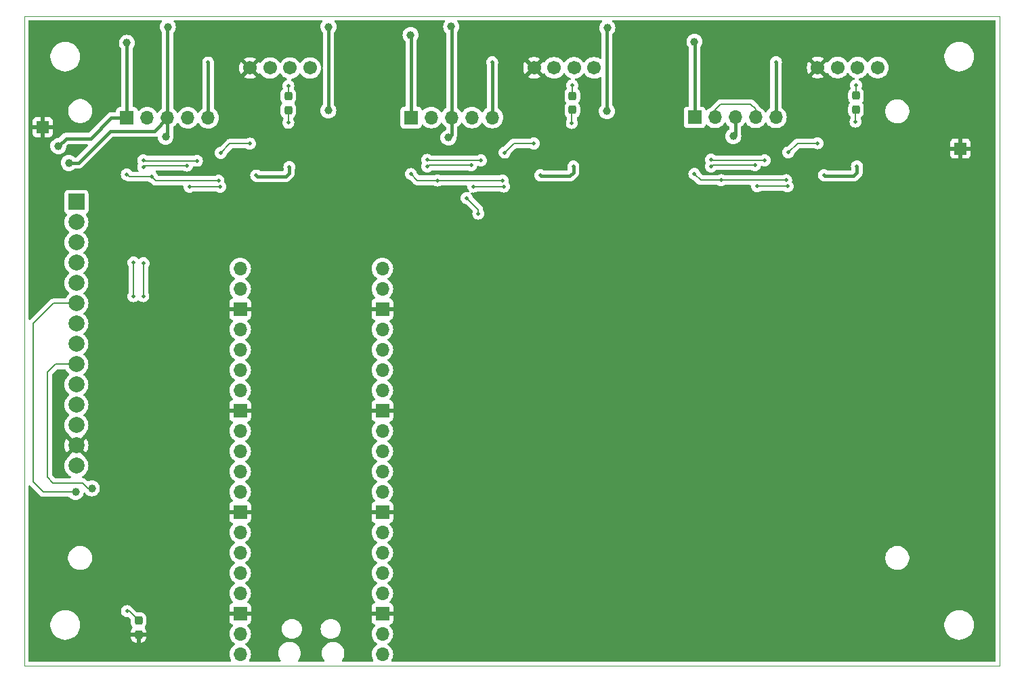
<source format=gbr>
%TF.GenerationSoftware,KiCad,Pcbnew,8.0.8*%
%TF.CreationDate,2025-11-10T08:34:54-07:00*%
%TF.ProjectId,WiegandTest,57696567-616e-4645-9465-73742e6b6963,A*%
%TF.SameCoordinates,Original*%
%TF.FileFunction,Copper,L2,Bot*%
%TF.FilePolarity,Positive*%
%FSLAX46Y46*%
G04 Gerber Fmt 4.6, Leading zero omitted, Abs format (unit mm)*
G04 Created by KiCad (PCBNEW 8.0.8) date 2025-11-10 08:34:54*
%MOMM*%
%LPD*%
G01*
G04 APERTURE LIST*
G04 Aperture macros list*
%AMRoundRect*
0 Rectangle with rounded corners*
0 $1 Rounding radius*
0 $2 $3 $4 $5 $6 $7 $8 $9 X,Y pos of 4 corners*
0 Add a 4 corners polygon primitive as box body*
4,1,4,$2,$3,$4,$5,$6,$7,$8,$9,$2,$3,0*
0 Add four circle primitives for the rounded corners*
1,1,$1+$1,$2,$3*
1,1,$1+$1,$4,$5*
1,1,$1+$1,$6,$7*
1,1,$1+$1,$8,$9*
0 Add four rect primitives between the rounded corners*
20,1,$1+$1,$2,$3,$4,$5,0*
20,1,$1+$1,$4,$5,$6,$7,0*
20,1,$1+$1,$6,$7,$8,$9,0*
20,1,$1+$1,$8,$9,$2,$3,0*%
G04 Aperture macros list end*
%TA.AperFunction,ComponentPad*%
%ADD10C,1.701800*%
%TD*%
%TA.AperFunction,ComponentPad*%
%ADD11R,1.500000X1.500000*%
%TD*%
%TA.AperFunction,ComponentPad*%
%ADD12R,1.700000X1.700000*%
%TD*%
%TA.AperFunction,ComponentPad*%
%ADD13O,1.700000X1.700000*%
%TD*%
%TA.AperFunction,ComponentPad*%
%ADD14R,2.000000X2.000000*%
%TD*%
%TA.AperFunction,ComponentPad*%
%ADD15C,2.000000*%
%TD*%
%TA.AperFunction,SMDPad,CuDef*%
%ADD16RoundRect,0.237500X0.237500X-0.287500X0.237500X0.287500X-0.237500X0.287500X-0.237500X-0.287500X0*%
%TD*%
%TA.AperFunction,ViaPad*%
%ADD17C,1.000000*%
%TD*%
%TA.AperFunction,ViaPad*%
%ADD18C,0.500000*%
%TD*%
%TA.AperFunction,Conductor*%
%ADD19C,0.381000*%
%TD*%
%TA.AperFunction,Conductor*%
%ADD20C,0.203200*%
%TD*%
%TA.AperFunction,Profile*%
%ADD21C,0.050000*%
%TD*%
G04 APERTURE END LIST*
D10*
%TO.P,J10,1,Pin_1*%
%TO.N,GND*%
X98033200Y-58572400D03*
%TO.P,J10,2,Pin_2*%
%TO.N,Net-(J10-Pin_2)*%
X100533200Y-58572400D03*
%TO.P,J10,3,Pin_3*%
%TO.N,Net-(J10-Pin_3)*%
X103033200Y-58572400D03*
%TO.P,J10,4,Pin_4*%
%TO.N,Net-(J10-Pin_4)*%
X105533200Y-58572400D03*
%TD*%
D11*
%TO.P,TP2,1,1*%
%TO.N,GND*%
X72110600Y-65989200D03*
%TD*%
%TO.P,TP1,1,1*%
%TO.N,GND*%
X186842400Y-68656200D03*
%TD*%
D12*
%TO.P,J1,1,Pin_1*%
%TO.N,+5V*%
X153613400Y-64750800D03*
D13*
%TO.P,J1,2,Pin_2*%
%TO.N,Net-(J1-Pin_2)*%
X156153400Y-64750800D03*
%TO.P,J1,3,Pin_3*%
%TO.N,+3V3*%
X158693400Y-64750800D03*
%TO.P,J1,4,Pin_4*%
%TO.N,Net-(J1-Pin_2)*%
X161233400Y-64750800D03*
%TO.P,J1,5,Pin_5*%
%TO.N,Net-(J1-Pin_5)*%
X163773400Y-64750800D03*
%TD*%
D10*
%TO.P,J7,1,Pin_1*%
%TO.N,GND*%
X133537000Y-58540800D03*
%TO.P,J7,2,Pin_2*%
%TO.N,Net-(J7-Pin_2)*%
X136037000Y-58540800D03*
%TO.P,J7,3,Pin_3*%
%TO.N,Net-(J7-Pin_3)*%
X138537000Y-58540800D03*
%TO.P,J7,4,Pin_4*%
%TO.N,Net-(J5-Pin_5)*%
X141037000Y-58540800D03*
%TD*%
%TO.P,J3,1,Pin_1*%
%TO.N,GND*%
X169000800Y-58521600D03*
%TO.P,J3,2,Pin_2*%
%TO.N,Net-(J3-Pin_2)*%
X171500800Y-58521600D03*
%TO.P,J3,3,Pin_3*%
%TO.N,Net-(J3-Pin_3)*%
X174000800Y-58521600D03*
%TO.P,J3,4,Pin_4*%
%TO.N,Net-(J1-Pin_5)*%
X176500800Y-58521600D03*
%TD*%
D13*
%TO.P,U1,1,GPIO0_TX0_SDA0_MISO0*%
%TO.N,/CPU/ACTIVE_A*%
X114579400Y-131927600D03*
%TO.P,U1,2,GPIO1_RX0_SCL0_CS0*%
%TO.N,/CPU/{slash}DA1_TX*%
X114579400Y-129387600D03*
D12*
%TO.P,U1,3,GND*%
%TO.N,GND*%
X114579400Y-126847600D03*
D13*
%TO.P,U1,4,GPIO2_SCK0*%
%TO.N,/CPU/DA1_RX*%
X114579400Y-124307600D03*
%TO.P,U1,5,GPIO3_MOSI0*%
%TO.N,/CPU/DA0_RX*%
X114579400Y-121767600D03*
%TO.P,U1,6,GPIO4_TX1_MISO0*%
%TO.N,/CPU/{slash}DA0_TX*%
X114579400Y-119227600D03*
%TO.P,U1,7,GPIO5_RX1_CS0*%
%TO.N,/CPU/ACTIVE_B*%
X114579400Y-116687600D03*
D12*
%TO.P,U1,8,GND*%
%TO.N,GND*%
X114579400Y-114147600D03*
D13*
%TO.P,U1,9,GPIO6_SCK0*%
%TO.N,/CPU/DB0_RX*%
X114579400Y-111607600D03*
%TO.P,U1,10,GPIO7_MOSI0*%
%TO.N,/CPU/{slash}DB1_TX*%
X114579400Y-109067600D03*
%TO.P,U1,11,GPIO8*%
%TO.N,/CPU/DB1_RX*%
X114579400Y-106527600D03*
%TO.P,U1,12,GPIO9*%
%TO.N,/CPU/{slash}DB0_TX*%
X114579400Y-103987600D03*
D12*
%TO.P,U1,13,GND*%
%TO.N,GND*%
X114579400Y-101447600D03*
D13*
%TO.P,U1,14,GPIO10*%
%TO.N,unconnected-(U1-GPIO10-Pad14)*%
X114579400Y-98907600D03*
%TO.P,U1,15,GPIO11*%
%TO.N,/CPU/{slash}DC0_TX*%
X114579400Y-96367600D03*
%TO.P,U1,16,GPIO12/UART0TX*%
%TO.N,/CPU/DC0_RX*%
X114579400Y-93827600D03*
%TO.P,U1,17,GPIO13/UART0RX*%
%TO.N,/CPU/DC1_RX*%
X114579400Y-91287600D03*
D12*
%TO.P,U1,18,GND*%
%TO.N,GND*%
X114579400Y-88747600D03*
D13*
%TO.P,U1,19,GPIO14/I2C1SDA*%
%TO.N,/CPU/{slash}DC1_TX*%
X114579400Y-86207600D03*
%TO.P,U1,20,GPIO15/I2C1SCL*%
%TO.N,/CPU/ACTIVE_C*%
X114579400Y-83667600D03*
%TO.P,U1,21,GPIO16_TX0_SDA0*%
%TO.N,SDA0*%
X96799400Y-83667600D03*
%TO.P,U1,22,GPIO17_RX0_SCL0*%
%TO.N,SCL0*%
X96799400Y-86207600D03*
D12*
%TO.P,U1,23,GND*%
%TO.N,GND*%
X96799400Y-88747600D03*
D13*
%TO.P,U1,24,GPIO18*%
%TO.N,SD_CS*%
X96799400Y-91287600D03*
%TO.P,U1,25,GPIO19*%
%TO.N,CTP_INT*%
X96799400Y-93827600D03*
%TO.P,U1,26,GPIO20*%
%TO.N,LCD_RS*%
X96799400Y-96367600D03*
%TO.P,U1,27,GPIO21*%
%TO.N,LCD_RST*%
X96799400Y-98907600D03*
D12*
%TO.P,U1,28,GND*%
%TO.N,GND*%
X96799400Y-101447600D03*
D13*
%TO.P,U1,29,GPIO22*%
%TO.N,LCD_CS*%
X96799400Y-103987600D03*
%TO.P,U1,30,RUN*%
%TO.N,unconnected-(U1-RUN-Pad30)_1*%
X96799400Y-106527600D03*
%TO.P,U1,31,GPIO26_ADC0*%
%TO.N,LCD_SCK*%
X96799400Y-109067600D03*
%TO.P,U1,32,GPIO27_ADC1*%
%TO.N,LCD_MOSI*%
X96799400Y-111607600D03*
D12*
%TO.P,U1,33,AGND*%
%TO.N,GND*%
X96799400Y-114147600D03*
D13*
%TO.P,U1,34,GPIO28_ADC2*%
%TO.N,LCD_MISO*%
X96799400Y-116687600D03*
%TO.P,U1,35,ADC_VREF*%
%TO.N,+3V3*%
X96799400Y-119227600D03*
%TO.P,U1,36,3V3*%
X96799400Y-121767600D03*
%TO.P,U1,37,3V3_EN*%
%TO.N,unconnected-(U1-3V3_EN-Pad37)_1*%
X96799400Y-124307600D03*
D12*
%TO.P,U1,38,GND*%
%TO.N,GND*%
X96799400Y-126847600D03*
D13*
%TO.P,U1,39,VSYS*%
%TO.N,+5V*%
X96799400Y-129387600D03*
%TO.P,U1,40,VBUS*%
%TO.N,unconnected-(U1-VBUS-Pad40)*%
X96799400Y-131927600D03*
%TD*%
D12*
%TO.P,J5,1,Pin_1*%
%TO.N,+5V*%
X118149600Y-64770000D03*
D13*
%TO.P,J5,2,Pin_2*%
%TO.N,Net-(J5-Pin_2)*%
X120689600Y-64770000D03*
%TO.P,J5,3,Pin_3*%
%TO.N,+3V3*%
X123229600Y-64770000D03*
%TO.P,J5,4,Pin_4*%
%TO.N,Net-(J5-Pin_2)*%
X125769600Y-64770000D03*
%TO.P,J5,5,Pin_5*%
%TO.N,Net-(J5-Pin_5)*%
X128309600Y-64770000D03*
%TD*%
D12*
%TO.P,J8,1,Pin_1*%
%TO.N,+5V*%
X82645800Y-64801600D03*
D13*
%TO.P,J8,2,Pin_2*%
%TO.N,Net-(J8-Pin_2)*%
X85185800Y-64801600D03*
%TO.P,J8,3,Pin_3*%
%TO.N,+3V3*%
X87725800Y-64801600D03*
%TO.P,J8,4,Pin_4*%
%TO.N,Net-(J8-Pin_2)*%
X90265800Y-64801600D03*
%TO.P,J8,5,Pin_5*%
%TO.N,Net-(J10-Pin_4)*%
X92805800Y-64801600D03*
%TD*%
D14*
%TO.P,J4,1,Pin_1*%
%TO.N,SD_CS*%
X76327000Y-75336400D03*
D15*
%TO.P,J4,2,Pin_2*%
%TO.N,CTP_INT*%
X76327000Y-77876400D03*
%TO.P,J4,3,Pin_3*%
%TO.N,SDA0*%
X76327000Y-80416400D03*
%TO.P,J4,4,Pin_4*%
%TO.N,LCD_RST*%
X76327000Y-82956400D03*
%TO.P,J4,5,Pin_5*%
%TO.N,SCL0*%
X76327000Y-85496400D03*
%TO.P,J4,6,Pin_6*%
%TO.N,LCD_MISO*%
X76327000Y-88036400D03*
%TO.P,J4,7,Pin_7*%
%TO.N,unconnected-(J4-Pin_7-Pad7)*%
X76327000Y-90576400D03*
%TO.P,J4,8,Pin_8*%
%TO.N,LCD_SCK*%
X76327000Y-93116400D03*
%TO.P,J4,9,Pin_9*%
%TO.N,LCD_MOSI*%
X76327000Y-95656400D03*
%TO.P,J4,10,Pin_10*%
%TO.N,LCD_RS*%
X76327000Y-98196400D03*
%TO.P,J4,11,Pin_11*%
%TO.N,LCD_RST*%
X76327000Y-100736400D03*
%TO.P,J4,12,Pin_12*%
%TO.N,LCD_CS*%
X76327000Y-103276400D03*
%TO.P,J4,13,Pin_13*%
%TO.N,GND*%
X76327000Y-105816400D03*
%TO.P,J4,14,Pin_14*%
%TO.N,+3V3*%
X76327000Y-108356400D03*
%TD*%
D16*
%TO.P,D24,1,K*%
%TO.N,/CPU/ACTIVE_C*%
X102819200Y-63841600D03*
%TO.P,D24,2,A*%
%TO.N,Net-(D24-A)*%
X102819200Y-62091600D03*
%TD*%
%TO.P,D9,1,K*%
%TO.N,GND*%
X84099400Y-129463800D03*
%TO.P,D9,2,A*%
%TO.N,Net-(D9-A)*%
X84099400Y-127713800D03*
%TD*%
%TO.P,D23,1,K*%
%TO.N,/CPU/ACTIVE_B*%
X138323000Y-63810000D03*
%TO.P,D23,2,A*%
%TO.N,Net-(D23-A)*%
X138323000Y-62060000D03*
%TD*%
%TO.P,D7,1,K*%
%TO.N,/CPU/ACTIVE_A*%
X173786800Y-63790800D03*
%TO.P,D7,2,A*%
%TO.N,Net-(D7-A)*%
X173786800Y-62040800D03*
%TD*%
D17*
%TO.N,+5V*%
X82645800Y-55428600D03*
X153593800Y-55295800D03*
X118104600Y-54457600D03*
X74066400Y-68351400D03*
%TO.N,GND*%
X174574200Y-73990200D03*
D18*
X130195000Y-70910600D03*
X86156800Y-75184000D03*
D17*
X145435000Y-58801000D03*
D18*
X169799000Y-70256400D03*
X156819600Y-75184000D03*
D17*
X86334600Y-132003800D03*
D18*
X124251400Y-67380000D03*
X159715200Y-67360800D03*
X171856400Y-66725800D03*
D17*
X149809200Y-59537600D03*
D18*
X129737800Y-75152400D03*
X88315800Y-113385600D03*
X88747600Y-67411600D03*
X152577800Y-67691000D03*
X98831400Y-70307200D03*
X117114000Y-67710200D03*
D17*
X103606600Y-74041000D03*
D18*
X100888800Y-66776600D03*
X134335200Y-70275600D03*
X88392000Y-132003800D03*
X168300400Y-66497200D03*
X132836600Y-66516400D03*
D17*
X139110400Y-74009400D03*
D18*
X136392600Y-66745000D03*
X121355800Y-75203200D03*
X97332800Y-66548000D03*
X165201600Y-75133200D03*
X94691200Y-70942200D03*
X94234000Y-75184000D03*
X165658800Y-70891400D03*
X81610200Y-67741800D03*
D17*
%TO.N,+3V3*%
X122833400Y-67291400D03*
X142641000Y-63982600D03*
X142691800Y-53543200D03*
X107848400Y-53416200D03*
X87477600Y-67175000D03*
X87745400Y-53416200D03*
X123184600Y-53390800D03*
X158445200Y-67124200D03*
X107823000Y-63906400D03*
X75387200Y-70459600D03*
D18*
%TO.N,Net-(D4-common)*%
X156921200Y-72618600D03*
X165049200Y-72618600D03*
X153593800Y-71831200D03*
%TO.N,Net-(D1-Pad1)*%
X155651200Y-70053200D03*
X162356800Y-70128003D03*
%TO.N,Net-(D2-K)*%
X173913800Y-70889100D03*
X169773600Y-71983600D03*
%TO.N,/CPU/DB0_RX*%
X125113839Y-74838426D03*
X126568200Y-76784200D03*
%TO.N,Net-(D6-common)*%
X161417000Y-73380600D03*
X165252400Y-73380600D03*
%TO.N,Net-(D7-A)*%
X173786800Y-60731400D03*
%TO.N,Net-(D14-common)*%
X118130000Y-71850400D03*
X121457400Y-72637800D03*
X129585400Y-72637800D03*
%TO.N,Net-(D9-A)*%
X82651600Y-126542800D03*
%TO.N,Net-(D11-Pad1)*%
X120187400Y-70072400D03*
X126893000Y-70147203D03*
%TO.N,Net-(D12-K)*%
X134309800Y-72002800D03*
X138450000Y-70908300D03*
%TO.N,Net-(D13-common)*%
X120187400Y-70910600D03*
X125673800Y-70758200D03*
%TO.N,Net-(J1-Pin_5)*%
X163773400Y-57841600D03*
%TO.N,Net-(D17-Pad1)*%
X91389200Y-70178803D03*
X84683600Y-70104000D03*
%TO.N,Net-(D18-K)*%
X102946200Y-70939900D03*
X98806000Y-72034400D03*
%TO.N,Net-(D19-common)*%
X84683600Y-70942200D03*
X90170000Y-70789800D03*
%TO.N,Net-(D21-common)*%
X98018600Y-68046600D03*
X94361000Y-69189600D03*
D17*
%TO.N,LCD_MOSI*%
X78257400Y-111175800D03*
D18*
%TO.N,Net-(D16-common)*%
X129788600Y-73399800D03*
X125953200Y-73399800D03*
%TO.N,Net-(D3-common)*%
X155651200Y-70891400D03*
X161137600Y-70739000D03*
%TO.N,Net-(D5-common)*%
X165328600Y-69138800D03*
X168986200Y-67995800D03*
%TO.N,Net-(D20-common)*%
X85775800Y-72186800D03*
X94081600Y-72669400D03*
X82626200Y-71882000D03*
%TO.N,Net-(D22-common)*%
X94284800Y-73431400D03*
X90449400Y-73431400D03*
%TO.N,Net-(D15-common)*%
X133522400Y-68015000D03*
X129864800Y-69158000D03*
%TO.N,Net-(J5-Pin_5)*%
X128309600Y-57860800D03*
%TO.N,CTP_INT*%
X83464400Y-87122000D03*
X83464400Y-82931000D03*
%TO.N,Net-(J10-Pin_4)*%
X92805800Y-57892400D03*
D17*
%TO.N,LCD_MISO*%
X76225400Y-111633000D03*
D18*
%TO.N,/CPU/ACTIVE_A*%
X173736000Y-65278000D03*
%TO.N,Net-(D23-A)*%
X138323000Y-60750600D03*
%TO.N,/CPU/ACTIVE_B*%
X138272200Y-65455800D03*
%TO.N,Net-(D24-A)*%
X102819200Y-60782200D03*
%TO.N,/CPU/ACTIVE_C*%
X102819200Y-65430400D03*
%TO.N,SD_CS*%
X84683600Y-87122000D03*
X84709000Y-83007200D03*
%TD*%
D19*
%TO.N,+5V*%
X78105000Y-67386200D02*
X75031600Y-67386200D01*
X118104600Y-54457600D02*
X118149600Y-54502600D01*
X153613400Y-55315400D02*
X153593800Y-55295800D01*
X118149600Y-54502600D02*
X118149600Y-64770000D01*
X75031600Y-67386200D02*
X74066400Y-68351400D01*
X153613400Y-64750800D02*
X153613400Y-55315400D01*
X80689600Y-64801600D02*
X78105000Y-67386200D01*
X82645800Y-64801600D02*
X82645800Y-55428600D01*
X82645800Y-64801600D02*
X80689600Y-64801600D01*
%TO.N,+3V3*%
X142641000Y-63982600D02*
X142641000Y-53594000D01*
X142641000Y-53594000D02*
X142691800Y-53543200D01*
X158693400Y-66876000D02*
X158693400Y-64750800D01*
X86055600Y-66471800D02*
X80543400Y-66471800D01*
X123229600Y-53435800D02*
X123229600Y-64770000D01*
X80543400Y-66471800D02*
X76555600Y-70459600D01*
X123229600Y-66895200D02*
X123229600Y-64770000D01*
X87745400Y-53416200D02*
X87725800Y-53435800D01*
X76555600Y-70459600D02*
X75387200Y-70459600D01*
X87725800Y-64801600D02*
X86055600Y-66471800D01*
X87477600Y-67175000D02*
X87725800Y-66926800D01*
X158445200Y-67124200D02*
X158693400Y-66876000D01*
X87725800Y-66926800D02*
X87725800Y-64801600D01*
X107823000Y-53441600D02*
X107848400Y-53416200D01*
X87725800Y-53435800D02*
X87725800Y-64801600D01*
X123184600Y-53390800D02*
X123229600Y-53435800D01*
X122833400Y-67291400D02*
X123229600Y-66895200D01*
X107823000Y-63906400D02*
X107823000Y-53441600D01*
D20*
%TO.N,Net-(D4-common)*%
X153593800Y-71831200D02*
X154381200Y-72618600D01*
X154381200Y-72618600D02*
X156921200Y-72618600D01*
X156921200Y-72618600D02*
X165049200Y-72618600D01*
%TO.N,Net-(D1-Pad1)*%
X155726003Y-70128003D02*
X162356800Y-70128003D01*
X155651200Y-70053200D02*
X155726003Y-70128003D01*
D19*
%TO.N,Net-(D2-K)*%
X173913800Y-71653400D02*
X173913800Y-70889100D01*
X169773600Y-71983600D02*
X169875200Y-72085200D01*
X169875200Y-72085200D02*
X173482000Y-72085200D01*
X173482000Y-72085200D02*
X173913800Y-71653400D01*
D20*
%TO.N,/CPU/DB0_RX*%
X126568200Y-76292787D02*
X125113839Y-74838426D01*
X126568200Y-76784200D02*
X126568200Y-76292787D01*
%TO.N,Net-(D6-common)*%
X161417000Y-73380600D02*
X165252400Y-73380600D01*
%TO.N,Net-(D7-A)*%
X173786800Y-60731400D02*
X173786800Y-62040800D01*
%TO.N,Net-(D14-common)*%
X118917400Y-72637800D02*
X121457400Y-72637800D01*
X121457400Y-72637800D02*
X129585400Y-72637800D01*
X118130000Y-71850400D02*
X118917400Y-72637800D01*
%TO.N,Net-(D9-A)*%
X82651600Y-126542800D02*
X82928400Y-126542800D01*
X82928400Y-126542800D02*
X84099400Y-127713800D01*
%TO.N,Net-(D11-Pad1)*%
X120187400Y-70072400D02*
X120262203Y-70147203D01*
X120262203Y-70147203D02*
X126893000Y-70147203D01*
D19*
%TO.N,Net-(D12-K)*%
X134309800Y-72002800D02*
X134411400Y-72104400D01*
X138450000Y-71672600D02*
X138450000Y-70908300D01*
X134411400Y-72104400D02*
X138018200Y-72104400D01*
X138018200Y-72104400D02*
X138450000Y-71672600D01*
D20*
%TO.N,Net-(D13-common)*%
X120339800Y-70758200D02*
X125673800Y-70758200D01*
X120187400Y-70910600D02*
X120339800Y-70758200D01*
D19*
%TO.N,Net-(J1-Pin_5)*%
X163773400Y-57841600D02*
X163773400Y-64750800D01*
D20*
%TO.N,Net-(D17-Pad1)*%
X84683600Y-70104000D02*
X84758403Y-70178803D01*
X84758403Y-70178803D02*
X91389200Y-70178803D01*
D19*
%TO.N,Net-(D18-K)*%
X98806000Y-72034400D02*
X98907600Y-72136000D01*
X102946200Y-71704200D02*
X102946200Y-70939900D01*
X102514400Y-72136000D02*
X102946200Y-71704200D01*
X98907600Y-72136000D02*
X102514400Y-72136000D01*
D20*
%TO.N,Net-(D19-common)*%
X84683600Y-70942200D02*
X84836000Y-70789800D01*
X84836000Y-70789800D02*
X90170000Y-70789800D01*
%TO.N,Net-(D21-common)*%
X98018600Y-68046600D02*
X95504000Y-68046600D01*
X95504000Y-68046600D02*
X94361000Y-69189600D01*
%TO.N,LCD_MOSI*%
X73710800Y-95656400D02*
X76327000Y-95656400D01*
X72694800Y-109778800D02*
X72694800Y-96647000D01*
X73025000Y-96316800D02*
X73050400Y-96316800D01*
X73050400Y-96316800D02*
X73710800Y-95656400D01*
X73406000Y-110490000D02*
X72694800Y-109778800D01*
X77089000Y-110490000D02*
X73406000Y-110490000D01*
X72694800Y-96647000D02*
X73025000Y-96316800D01*
X77774800Y-111175800D02*
X77089000Y-110490000D01*
X78257400Y-111175800D02*
X77774800Y-111175800D01*
%TO.N,Net-(D16-common)*%
X125953200Y-73399800D02*
X129788600Y-73399800D01*
%TO.N,Net-(D3-common)*%
X155803600Y-70739000D02*
X161137600Y-70739000D01*
X155651200Y-70891400D02*
X155803600Y-70739000D01*
%TO.N,Net-(D5-common)*%
X168986200Y-67995800D02*
X166471600Y-67995800D01*
X166471600Y-67995800D02*
X165328600Y-69138800D01*
%TO.N,Net-(J1-Pin_2)*%
X160604200Y-63093600D02*
X161233400Y-63722800D01*
X161233400Y-63722800D02*
X161233400Y-64750800D01*
X156153400Y-63810600D02*
X156870400Y-63093600D01*
X156153400Y-64750800D02*
X156153400Y-63810600D01*
X156870400Y-63093600D02*
X160604200Y-63093600D01*
%TO.N,Net-(D20-common)*%
X85775800Y-72186800D02*
X86258400Y-72669400D01*
X86258400Y-72669400D02*
X94081600Y-72669400D01*
X85775800Y-72186800D02*
X82931000Y-72186800D01*
X82931000Y-72186800D02*
X82626200Y-71882000D01*
%TO.N,Net-(D22-common)*%
X90449400Y-73431400D02*
X94284800Y-73431400D01*
%TO.N,Net-(D15-common)*%
X131007800Y-68015000D02*
X129864800Y-69158000D01*
X133522400Y-68015000D02*
X131007800Y-68015000D01*
D19*
%TO.N,Net-(J5-Pin_5)*%
X128309600Y-57860800D02*
X128309600Y-64770000D01*
D20*
%TO.N,CTP_INT*%
X83464400Y-87122000D02*
X83464400Y-82931000D01*
D19*
%TO.N,Net-(J10-Pin_4)*%
X92805800Y-57892400D02*
X92805800Y-64801600D01*
D20*
%TO.N,LCD_MISO*%
X76225400Y-111633000D02*
X72212200Y-111633000D01*
X70891400Y-90576400D02*
X73431400Y-88036400D01*
X70891400Y-110312200D02*
X70891400Y-90576400D01*
X72212200Y-111633000D02*
X70891400Y-110312200D01*
X73431400Y-88036400D02*
X76327000Y-88036400D01*
%TO.N,/CPU/ACTIVE_A*%
X173736000Y-65278000D02*
X173736000Y-63841600D01*
X173736000Y-63841600D02*
X173786800Y-63790800D01*
%TO.N,Net-(D23-A)*%
X138323000Y-60750600D02*
X138323000Y-62060000D01*
%TO.N,/CPU/ACTIVE_B*%
X138272200Y-63860800D02*
X138323000Y-63810000D01*
X138272200Y-65455800D02*
X138272200Y-63860800D01*
%TO.N,Net-(D24-A)*%
X102819200Y-60782200D02*
X102819200Y-62091600D01*
%TO.N,/CPU/ACTIVE_C*%
X102819200Y-65430400D02*
X102819200Y-63841600D01*
%TO.N,SD_CS*%
X84683600Y-87122000D02*
X84683600Y-83032600D01*
X84683600Y-83032600D02*
X84709000Y-83007200D01*
%TD*%
%TA.AperFunction,Conductor*%
%TO.N,GND*%
G36*
X86950021Y-52590185D02*
G01*
X86995776Y-52642989D01*
X87005720Y-52712147D01*
X86978835Y-52773165D01*
X86909490Y-52857660D01*
X86909486Y-52857667D01*
X86816588Y-53031466D01*
X86759375Y-53220070D01*
X86740059Y-53416200D01*
X86759375Y-53612329D01*
X86762215Y-53621690D01*
X86800141Y-53746717D01*
X86816588Y-53800933D01*
X86909486Y-53974732D01*
X86909490Y-53974739D01*
X87006653Y-54093131D01*
X87033966Y-54157441D01*
X87034800Y-54171796D01*
X87034800Y-63572236D01*
X87015115Y-63639275D01*
X86981924Y-63673811D01*
X86854399Y-63763105D01*
X86854397Y-63763106D01*
X86687305Y-63930197D01*
X86557375Y-64115758D01*
X86502798Y-64159383D01*
X86433300Y-64166577D01*
X86370945Y-64135054D01*
X86354225Y-64115758D01*
X86224294Y-63930197D01*
X86057202Y-63763106D01*
X86057195Y-63763101D01*
X85863634Y-63627567D01*
X85863630Y-63627565D01*
X85820976Y-63607675D01*
X85649463Y-63527697D01*
X85649459Y-63527696D01*
X85649455Y-63527694D01*
X85421213Y-63466538D01*
X85421203Y-63466536D01*
X85185801Y-63445941D01*
X85185799Y-63445941D01*
X84950396Y-63466536D01*
X84950386Y-63466538D01*
X84722144Y-63527694D01*
X84722135Y-63527698D01*
X84507971Y-63627564D01*
X84507969Y-63627565D01*
X84314400Y-63763103D01*
X84192473Y-63885030D01*
X84131150Y-63918514D01*
X84061458Y-63913530D01*
X84005525Y-63871658D01*
X83988610Y-63840681D01*
X83939597Y-63709271D01*
X83939593Y-63709264D01*
X83853347Y-63594055D01*
X83853344Y-63594052D01*
X83738135Y-63507806D01*
X83738128Y-63507802D01*
X83603282Y-63457508D01*
X83603283Y-63457508D01*
X83543683Y-63451101D01*
X83543681Y-63451100D01*
X83543673Y-63451100D01*
X83543665Y-63451100D01*
X83460800Y-63451100D01*
X83393761Y-63431415D01*
X83348006Y-63378611D01*
X83336800Y-63327100D01*
X83336800Y-56208077D01*
X83356485Y-56141038D01*
X83364931Y-56129431D01*
X83481710Y-55987138D01*
X83574614Y-55813327D01*
X83631824Y-55624732D01*
X83651141Y-55428600D01*
X83631824Y-55232468D01*
X83574614Y-55043873D01*
X83574611Y-55043869D01*
X83574611Y-55043866D01*
X83481713Y-54870067D01*
X83481709Y-54870060D01*
X83356683Y-54717716D01*
X83204339Y-54592690D01*
X83204332Y-54592686D01*
X83030533Y-54499788D01*
X83030527Y-54499786D01*
X82841932Y-54442576D01*
X82841929Y-54442575D01*
X82645800Y-54423259D01*
X82449670Y-54442575D01*
X82261066Y-54499788D01*
X82087267Y-54592686D01*
X82087260Y-54592690D01*
X81934916Y-54717716D01*
X81809890Y-54870060D01*
X81809886Y-54870067D01*
X81716988Y-55043866D01*
X81659775Y-55232470D01*
X81640459Y-55428600D01*
X81659775Y-55624729D01*
X81716988Y-55813333D01*
X81809886Y-55987132D01*
X81809887Y-55987133D01*
X81809890Y-55987138D01*
X81926655Y-56129415D01*
X81953966Y-56193721D01*
X81954800Y-56208077D01*
X81954800Y-63327100D01*
X81935115Y-63394139D01*
X81882311Y-63439894D01*
X81830801Y-63451100D01*
X81747930Y-63451100D01*
X81747923Y-63451101D01*
X81688316Y-63457508D01*
X81553471Y-63507802D01*
X81553464Y-63507806D01*
X81438255Y-63594052D01*
X81438252Y-63594055D01*
X81352006Y-63709264D01*
X81352002Y-63709271D01*
X81301708Y-63844117D01*
X81295301Y-63903716D01*
X81295300Y-63903735D01*
X81295300Y-63986600D01*
X81275615Y-64053639D01*
X81222811Y-64099394D01*
X81171300Y-64110600D01*
X80621540Y-64110600D01*
X80512865Y-64132217D01*
X80488048Y-64137153D01*
X80488038Y-64137156D01*
X80362294Y-64189240D01*
X80362281Y-64189247D01*
X80249113Y-64264864D01*
X80249109Y-64264867D01*
X77855097Y-66658881D01*
X77793774Y-66692366D01*
X77767416Y-66695200D01*
X74963540Y-66695200D01*
X74830048Y-66721753D01*
X74830038Y-66721756D01*
X74704295Y-66773840D01*
X74704282Y-66773847D01*
X74591114Y-66849464D01*
X74591110Y-66849467D01*
X74128964Y-67311613D01*
X74067641Y-67345098D01*
X74053437Y-67347335D01*
X73870270Y-67365375D01*
X73681666Y-67422588D01*
X73507867Y-67515486D01*
X73507860Y-67515490D01*
X73355516Y-67640516D01*
X73230490Y-67792860D01*
X73230486Y-67792867D01*
X73137588Y-67966666D01*
X73080375Y-68155270D01*
X73061059Y-68351400D01*
X73080375Y-68547529D01*
X73080376Y-68547532D01*
X73136368Y-68732113D01*
X73137588Y-68736133D01*
X73230486Y-68909932D01*
X73230490Y-68909939D01*
X73355516Y-69062283D01*
X73507860Y-69187309D01*
X73507867Y-69187313D01*
X73681666Y-69280211D01*
X73681669Y-69280211D01*
X73681673Y-69280214D01*
X73870268Y-69337424D01*
X74066400Y-69356741D01*
X74262532Y-69337424D01*
X74451127Y-69280214D01*
X74624938Y-69187310D01*
X74777283Y-69062283D01*
X74902310Y-68909938D01*
X74970206Y-68782913D01*
X74995211Y-68736133D01*
X74995211Y-68736132D01*
X74995214Y-68736127D01*
X75052424Y-68547532D01*
X75070464Y-68364358D01*
X75096625Y-68299573D01*
X75106168Y-68288851D01*
X75281503Y-68113516D01*
X75342826Y-68080034D01*
X75369183Y-68077200D01*
X77661416Y-68077200D01*
X77728455Y-68096885D01*
X77774210Y-68149689D01*
X77784154Y-68218847D01*
X77755129Y-68282403D01*
X77749097Y-68288881D01*
X76305697Y-69732281D01*
X76244374Y-69765766D01*
X76218016Y-69768600D01*
X76166679Y-69768600D01*
X76099640Y-69748915D01*
X76088014Y-69740453D01*
X75945739Y-69623690D01*
X75945732Y-69623686D01*
X75771933Y-69530788D01*
X75771927Y-69530786D01*
X75623289Y-69485697D01*
X75583329Y-69473575D01*
X75387200Y-69454259D01*
X75191070Y-69473575D01*
X75002466Y-69530788D01*
X74828667Y-69623686D01*
X74828660Y-69623690D01*
X74676316Y-69748716D01*
X74551290Y-69901060D01*
X74551286Y-69901067D01*
X74458388Y-70074866D01*
X74401175Y-70263470D01*
X74381859Y-70459600D01*
X74401175Y-70655729D01*
X74401176Y-70655732D01*
X74452858Y-70826105D01*
X74458388Y-70844333D01*
X74551286Y-71018132D01*
X74551290Y-71018139D01*
X74676316Y-71170483D01*
X74828660Y-71295509D01*
X74828667Y-71295513D01*
X75002466Y-71388411D01*
X75002469Y-71388411D01*
X75002473Y-71388414D01*
X75191068Y-71445624D01*
X75387200Y-71464941D01*
X75583332Y-71445624D01*
X75771927Y-71388414D01*
X75787151Y-71380277D01*
X75882192Y-71329476D01*
X75945738Y-71295510D01*
X76015456Y-71238294D01*
X76088014Y-71178747D01*
X76152324Y-71151434D01*
X76166679Y-71150600D01*
X76623660Y-71150600D01*
X76743553Y-71126751D01*
X76757157Y-71124045D01*
X76882911Y-71071956D01*
X76882916Y-71071952D01*
X76882919Y-71071951D01*
X76901612Y-71059461D01*
X76901613Y-71059460D01*
X76933105Y-71038417D01*
X76996087Y-70996335D01*
X78802824Y-69189597D01*
X93605751Y-69189597D01*
X93605751Y-69189602D01*
X93624685Y-69357656D01*
X93680545Y-69517294D01*
X93680547Y-69517297D01*
X93770518Y-69660484D01*
X93770523Y-69660490D01*
X93890109Y-69780076D01*
X93890115Y-69780081D01*
X94033302Y-69870052D01*
X94033305Y-69870054D01*
X94033309Y-69870055D01*
X94033310Y-69870056D01*
X94101878Y-69894049D01*
X94192943Y-69925914D01*
X94360997Y-69944849D01*
X94361000Y-69944849D01*
X94361003Y-69944849D01*
X94529056Y-69925914D01*
X94529059Y-69925913D01*
X94688690Y-69870056D01*
X94688692Y-69870054D01*
X94688694Y-69870054D01*
X94688697Y-69870052D01*
X94831884Y-69780081D01*
X94831885Y-69780080D01*
X94831890Y-69780077D01*
X94951477Y-69660490D01*
X94959141Y-69648293D01*
X95041452Y-69517297D01*
X95041454Y-69517294D01*
X95041454Y-69517292D01*
X95041456Y-69517290D01*
X95097313Y-69357659D01*
X95099168Y-69341186D01*
X95126233Y-69276775D01*
X95134698Y-69267398D01*
X95244099Y-69157997D01*
X129109551Y-69157997D01*
X129109551Y-69158002D01*
X129128485Y-69326056D01*
X129184345Y-69485694D01*
X129184347Y-69485697D01*
X129274318Y-69628884D01*
X129274323Y-69628890D01*
X129393909Y-69748476D01*
X129393915Y-69748481D01*
X129537102Y-69838452D01*
X129537105Y-69838454D01*
X129537109Y-69838455D01*
X129537110Y-69838456D01*
X129573259Y-69851105D01*
X129696743Y-69894314D01*
X129864797Y-69913249D01*
X129864800Y-69913249D01*
X129864803Y-69913249D01*
X130032856Y-69894314D01*
X130059071Y-69885141D01*
X130192490Y-69838456D01*
X130192492Y-69838454D01*
X130192494Y-69838454D01*
X130192497Y-69838452D01*
X130335684Y-69748481D01*
X130335685Y-69748480D01*
X130335690Y-69748477D01*
X130455277Y-69628890D01*
X130455281Y-69628884D01*
X130545252Y-69485697D01*
X130545254Y-69485694D01*
X130545254Y-69485692D01*
X130545256Y-69485690D01*
X130601113Y-69326059D01*
X130602968Y-69309586D01*
X130630033Y-69245175D01*
X130638498Y-69235798D01*
X130735499Y-69138797D01*
X164573351Y-69138797D01*
X164573351Y-69138802D01*
X164592285Y-69306856D01*
X164648145Y-69466494D01*
X164648147Y-69466497D01*
X164738118Y-69609684D01*
X164738123Y-69609690D01*
X164857709Y-69729276D01*
X164857715Y-69729281D01*
X165000902Y-69819252D01*
X165000905Y-69819254D01*
X165000909Y-69819255D01*
X165000910Y-69819256D01*
X165055769Y-69838452D01*
X165160543Y-69875114D01*
X165328597Y-69894049D01*
X165328600Y-69894049D01*
X165328603Y-69894049D01*
X165496656Y-69875114D01*
X165511117Y-69870054D01*
X165656290Y-69819256D01*
X165656292Y-69819254D01*
X165656294Y-69819254D01*
X165656297Y-69819252D01*
X165799484Y-69729281D01*
X165799485Y-69729280D01*
X165799490Y-69729277D01*
X165919077Y-69609690D01*
X165924217Y-69601510D01*
X166009052Y-69466497D01*
X166009054Y-69466494D01*
X166009054Y-69466492D01*
X166009056Y-69466490D01*
X166013411Y-69454044D01*
X185592400Y-69454044D01*
X185598801Y-69513572D01*
X185598803Y-69513579D01*
X185649045Y-69648286D01*
X185649049Y-69648293D01*
X185735209Y-69763387D01*
X185735212Y-69763390D01*
X185850306Y-69849550D01*
X185850313Y-69849554D01*
X185985020Y-69899796D01*
X185985027Y-69899798D01*
X186044555Y-69906199D01*
X186044572Y-69906200D01*
X186592400Y-69906200D01*
X187092400Y-69906200D01*
X187640228Y-69906200D01*
X187640244Y-69906199D01*
X187699772Y-69899798D01*
X187699779Y-69899796D01*
X187834486Y-69849554D01*
X187834493Y-69849550D01*
X187949587Y-69763390D01*
X187949590Y-69763387D01*
X188035750Y-69648293D01*
X188035754Y-69648286D01*
X188085996Y-69513579D01*
X188085998Y-69513572D01*
X188092399Y-69454044D01*
X188092400Y-69454027D01*
X188092400Y-68906200D01*
X187092400Y-68906200D01*
X187092400Y-69906200D01*
X186592400Y-69906200D01*
X186592400Y-68906200D01*
X185592400Y-68906200D01*
X185592400Y-69454044D01*
X166013411Y-69454044D01*
X166064913Y-69306859D01*
X166066768Y-69290386D01*
X166093833Y-69225975D01*
X166102298Y-69216598D01*
X166684679Y-68634219D01*
X166746002Y-68600734D01*
X166772360Y-68597900D01*
X168498084Y-68597900D01*
X168564057Y-68616907D01*
X168591609Y-68634219D01*
X168645235Y-68667915D01*
X168658507Y-68676254D01*
X168658505Y-68676254D01*
X168658509Y-68676255D01*
X168658510Y-68676256D01*
X168713369Y-68695452D01*
X168818143Y-68732114D01*
X168986197Y-68751049D01*
X168986200Y-68751049D01*
X168986203Y-68751049D01*
X169154256Y-68732114D01*
X169168717Y-68727054D01*
X169313890Y-68676256D01*
X169313892Y-68676254D01*
X169313894Y-68676254D01*
X169313897Y-68676252D01*
X169419142Y-68610122D01*
X186492400Y-68610122D01*
X186492400Y-68702278D01*
X186516252Y-68791295D01*
X186562330Y-68871105D01*
X186627495Y-68936270D01*
X186707305Y-68982348D01*
X186796322Y-69006200D01*
X186888478Y-69006200D01*
X186977495Y-68982348D01*
X187057305Y-68936270D01*
X187122470Y-68871105D01*
X187168548Y-68791295D01*
X187192400Y-68702278D01*
X187192400Y-68610122D01*
X187168548Y-68521105D01*
X187122470Y-68441295D01*
X187087375Y-68406200D01*
X187092400Y-68406200D01*
X188092400Y-68406200D01*
X188092400Y-67858372D01*
X188092399Y-67858355D01*
X188085998Y-67798827D01*
X188085996Y-67798820D01*
X188035754Y-67664113D01*
X188035750Y-67664106D01*
X187949590Y-67549012D01*
X187949587Y-67549009D01*
X187834493Y-67462849D01*
X187834486Y-67462845D01*
X187699779Y-67412603D01*
X187699772Y-67412601D01*
X187640244Y-67406200D01*
X187092400Y-67406200D01*
X187092400Y-68406200D01*
X187087375Y-68406200D01*
X187057305Y-68376130D01*
X186977495Y-68330052D01*
X186888478Y-68306200D01*
X186796322Y-68306200D01*
X186707305Y-68330052D01*
X186627495Y-68376130D01*
X186562330Y-68441295D01*
X186516252Y-68521105D01*
X186492400Y-68610122D01*
X169419142Y-68610122D01*
X169457084Y-68586281D01*
X169457085Y-68586280D01*
X169457090Y-68586277D01*
X169576677Y-68466690D01*
X169576681Y-68466684D01*
X169666652Y-68323497D01*
X169666654Y-68323494D01*
X169666654Y-68323492D01*
X169666656Y-68323490D01*
X169722513Y-68163859D01*
X169722513Y-68163858D01*
X169722514Y-68163856D01*
X169741449Y-67995802D01*
X169741449Y-67995797D01*
X169725963Y-67858355D01*
X185592400Y-67858355D01*
X185592400Y-68406200D01*
X186592400Y-68406200D01*
X186592400Y-67406200D01*
X186044555Y-67406200D01*
X185985027Y-67412601D01*
X185985020Y-67412603D01*
X185850313Y-67462845D01*
X185850306Y-67462849D01*
X185735212Y-67549009D01*
X185735209Y-67549012D01*
X185649049Y-67664106D01*
X185649045Y-67664113D01*
X185598803Y-67798820D01*
X185598801Y-67798827D01*
X185592400Y-67858355D01*
X169725963Y-67858355D01*
X169722514Y-67827743D01*
X169673374Y-67687310D01*
X169666656Y-67668110D01*
X169666655Y-67668109D01*
X169666654Y-67668105D01*
X169666652Y-67668102D01*
X169576681Y-67524915D01*
X169576676Y-67524909D01*
X169457090Y-67405323D01*
X169457084Y-67405318D01*
X169313897Y-67315347D01*
X169313894Y-67315345D01*
X169154256Y-67259485D01*
X168986203Y-67240551D01*
X168986197Y-67240551D01*
X168818143Y-67259485D01*
X168658506Y-67315345D01*
X168564057Y-67374693D01*
X168498084Y-67393700D01*
X166392332Y-67393700D01*
X166321794Y-67412601D01*
X166239196Y-67434733D01*
X166239195Y-67434734D01*
X166133108Y-67495983D01*
X166110689Y-67508927D01*
X166104965Y-67512231D01*
X166101898Y-67514002D01*
X165250809Y-68365091D01*
X165189486Y-68398576D01*
X165177019Y-68400630D01*
X165160541Y-68402487D01*
X165160540Y-68402487D01*
X165000907Y-68458344D01*
X165000902Y-68458347D01*
X164857715Y-68548318D01*
X164857709Y-68548323D01*
X164738123Y-68667909D01*
X164738118Y-68667915D01*
X164648147Y-68811102D01*
X164648145Y-68811105D01*
X164592285Y-68970743D01*
X164573351Y-69138797D01*
X130735499Y-69138797D01*
X131220879Y-68653419D01*
X131282202Y-68619934D01*
X131308560Y-68617100D01*
X133034284Y-68617100D01*
X133100257Y-68636107D01*
X133150871Y-68667910D01*
X133181435Y-68687115D01*
X133194707Y-68695454D01*
X133194705Y-68695454D01*
X133194709Y-68695455D01*
X133194710Y-68695456D01*
X133261181Y-68718715D01*
X133354343Y-68751314D01*
X133522397Y-68770249D01*
X133522400Y-68770249D01*
X133522403Y-68770249D01*
X133690456Y-68751314D01*
X133733858Y-68736127D01*
X133850090Y-68695456D01*
X133850092Y-68695454D01*
X133850094Y-68695454D01*
X133850097Y-68695452D01*
X133993284Y-68605481D01*
X133993285Y-68605480D01*
X133993290Y-68605477D01*
X134112877Y-68485890D01*
X134112881Y-68485884D01*
X134202852Y-68342697D01*
X134202854Y-68342694D01*
X134202854Y-68342692D01*
X134202856Y-68342690D01*
X134258713Y-68183059D01*
X134258713Y-68183058D01*
X134258714Y-68183056D01*
X134277649Y-68015002D01*
X134277649Y-68014997D01*
X134258714Y-67846943D01*
X134213913Y-67718910D01*
X134202856Y-67687310D01*
X134202855Y-67687309D01*
X134202854Y-67687305D01*
X134202852Y-67687302D01*
X134112881Y-67544115D01*
X134112876Y-67544109D01*
X133993290Y-67424523D01*
X133993284Y-67424518D01*
X133850097Y-67334547D01*
X133850094Y-67334545D01*
X133690456Y-67278685D01*
X133522403Y-67259751D01*
X133522397Y-67259751D01*
X133354343Y-67278685D01*
X133194706Y-67334545D01*
X133100257Y-67393893D01*
X133034284Y-67412900D01*
X130928532Y-67412900D01*
X130851965Y-67433416D01*
X130775396Y-67453933D01*
X130775391Y-67453936D01*
X130680145Y-67508926D01*
X130680145Y-67508927D01*
X130638103Y-67533199D01*
X130638100Y-67533201D01*
X129787009Y-68384291D01*
X129725686Y-68417776D01*
X129713219Y-68419830D01*
X129696741Y-68421687D01*
X129696740Y-68421687D01*
X129537107Y-68477544D01*
X129537102Y-68477547D01*
X129393915Y-68567518D01*
X129393909Y-68567523D01*
X129274323Y-68687109D01*
X129274318Y-68687115D01*
X129184347Y-68830302D01*
X129184345Y-68830305D01*
X129128485Y-68989943D01*
X129109551Y-69157997D01*
X95244099Y-69157997D01*
X95717079Y-68685019D01*
X95778402Y-68651534D01*
X95804760Y-68648700D01*
X97530484Y-68648700D01*
X97596457Y-68667707D01*
X97610063Y-68676256D01*
X97677635Y-68718715D01*
X97690907Y-68727054D01*
X97690905Y-68727054D01*
X97690909Y-68727055D01*
X97690910Y-68727056D01*
X97716834Y-68736127D01*
X97850543Y-68782914D01*
X98018597Y-68801849D01*
X98018600Y-68801849D01*
X98018603Y-68801849D01*
X98186656Y-68782914D01*
X98186659Y-68782913D01*
X98346290Y-68727056D01*
X98346292Y-68727054D01*
X98346294Y-68727054D01*
X98346297Y-68727052D01*
X98489484Y-68637081D01*
X98489485Y-68637080D01*
X98489490Y-68637077D01*
X98609077Y-68517490D01*
X98609081Y-68517484D01*
X98699052Y-68374297D01*
X98699054Y-68374294D01*
X98699054Y-68374292D01*
X98699056Y-68374290D01*
X98754913Y-68214659D01*
X98754913Y-68214658D01*
X98754914Y-68214656D01*
X98773849Y-68046602D01*
X98773849Y-68046597D01*
X98754914Y-67878543D01*
X98704175Y-67733539D01*
X98699056Y-67718910D01*
X98699055Y-67718909D01*
X98699054Y-67718905D01*
X98699052Y-67718902D01*
X98609081Y-67575715D01*
X98609076Y-67575709D01*
X98489490Y-67456123D01*
X98489484Y-67456118D01*
X98346297Y-67366147D01*
X98346294Y-67366145D01*
X98186656Y-67310285D01*
X98018603Y-67291351D01*
X98018597Y-67291351D01*
X97850543Y-67310285D01*
X97690906Y-67366145D01*
X97596457Y-67425493D01*
X97530484Y-67444500D01*
X95424732Y-67444500D01*
X95356269Y-67462845D01*
X95271596Y-67485533D01*
X95271591Y-67485536D01*
X95176487Y-67540444D01*
X95176487Y-67540445D01*
X95134303Y-67564799D01*
X95134300Y-67564801D01*
X94283209Y-68415891D01*
X94221886Y-68449376D01*
X94209419Y-68451430D01*
X94192941Y-68453287D01*
X94192940Y-68453287D01*
X94033307Y-68509144D01*
X94033302Y-68509147D01*
X93890115Y-68599118D01*
X93890109Y-68599123D01*
X93770523Y-68718709D01*
X93770518Y-68718715D01*
X93680547Y-68861902D01*
X93680545Y-68861905D01*
X93624685Y-69021543D01*
X93605751Y-69189597D01*
X78802824Y-69189597D01*
X80793302Y-67199118D01*
X80854625Y-67165634D01*
X80880983Y-67162800D01*
X86123660Y-67162800D01*
X86238546Y-67139947D01*
X86257157Y-67136245D01*
X86305692Y-67116140D01*
X86375162Y-67108672D01*
X86437641Y-67139947D01*
X86473293Y-67200036D01*
X86476548Y-67218548D01*
X86491575Y-67371129D01*
X86501946Y-67405318D01*
X86540739Y-67533201D01*
X86548788Y-67559733D01*
X86641686Y-67733532D01*
X86641690Y-67733539D01*
X86766716Y-67885883D01*
X86919060Y-68010909D01*
X86919067Y-68010913D01*
X87092866Y-68103811D01*
X87092869Y-68103811D01*
X87092873Y-68103814D01*
X87281468Y-68161024D01*
X87477600Y-68180341D01*
X87673732Y-68161024D01*
X87862327Y-68103814D01*
X87875291Y-68096885D01*
X88028486Y-68015000D01*
X88036138Y-68010910D01*
X88188483Y-67885883D01*
X88313510Y-67733538D01*
X88397871Y-67575710D01*
X88406411Y-67559733D01*
X88406411Y-67559732D01*
X88406414Y-67559727D01*
X88463624Y-67371132D01*
X88482941Y-67175000D01*
X88463624Y-66978868D01*
X88423495Y-66846579D01*
X88422139Y-66842110D01*
X88416800Y-66806115D01*
X88416800Y-66030963D01*
X88436485Y-65963924D01*
X88469677Y-65929388D01*
X88473539Y-65926684D01*
X88597201Y-65840095D01*
X88764295Y-65673001D01*
X88894225Y-65487442D01*
X88948802Y-65443817D01*
X89018300Y-65436623D01*
X89080655Y-65468146D01*
X89097375Y-65487442D01*
X89227300Y-65672995D01*
X89227305Y-65673001D01*
X89394399Y-65840095D01*
X89491184Y-65907865D01*
X89587965Y-65975632D01*
X89587967Y-65975633D01*
X89587970Y-65975635D01*
X89802137Y-66075503D01*
X89802143Y-66075504D01*
X89802144Y-66075505D01*
X89857085Y-66090226D01*
X90030392Y-66136663D01*
X90206868Y-66152103D01*
X90265799Y-66157259D01*
X90265800Y-66157259D01*
X90265801Y-66157259D01*
X90324732Y-66152103D01*
X90501208Y-66136663D01*
X90729463Y-66075503D01*
X90943630Y-65975635D01*
X91137201Y-65840095D01*
X91304295Y-65673001D01*
X91434225Y-65487442D01*
X91488802Y-65443817D01*
X91558300Y-65436623D01*
X91620655Y-65468146D01*
X91637375Y-65487442D01*
X91767300Y-65672995D01*
X91767305Y-65673001D01*
X91934399Y-65840095D01*
X92031184Y-65907865D01*
X92127965Y-65975632D01*
X92127967Y-65975633D01*
X92127970Y-65975635D01*
X92342137Y-66075503D01*
X92342143Y-66075504D01*
X92342144Y-66075505D01*
X92397085Y-66090226D01*
X92570392Y-66136663D01*
X92746868Y-66152103D01*
X92805799Y-66157259D01*
X92805800Y-66157259D01*
X92805801Y-66157259D01*
X92864732Y-66152103D01*
X93041208Y-66136663D01*
X93269463Y-66075503D01*
X93483630Y-65975635D01*
X93677201Y-65840095D01*
X93844295Y-65673001D01*
X93979835Y-65479430D01*
X94079703Y-65265263D01*
X94140863Y-65037008D01*
X94161459Y-64801600D01*
X94160955Y-64795845D01*
X94153615Y-64711940D01*
X94140863Y-64566192D01*
X94079703Y-64337937D01*
X93979835Y-64123771D01*
X93974225Y-64115758D01*
X93844294Y-63930197D01*
X93677204Y-63763108D01*
X93677202Y-63763106D01*
X93677201Y-63763105D01*
X93677196Y-63763101D01*
X93677193Y-63763099D01*
X93549676Y-63673809D01*
X93506051Y-63619232D01*
X93496800Y-63572235D01*
X93496800Y-58572394D01*
X96677670Y-58572394D01*
X96677670Y-58572405D01*
X96696157Y-58795509D01*
X96751116Y-59012540D01*
X96841046Y-59217560D01*
X96917486Y-59334560D01*
X97471118Y-58780928D01*
X97476977Y-58802795D01*
X97555561Y-58938905D01*
X97666695Y-59050039D01*
X97802805Y-59128623D01*
X97824670Y-59134481D01*
X97269388Y-59689763D01*
X97269388Y-59689764D01*
X97291792Y-59707202D01*
X97291797Y-59707205D01*
X97488683Y-59813754D01*
X97488697Y-59813760D01*
X97700433Y-59886450D01*
X97921262Y-59923300D01*
X98145138Y-59923300D01*
X98365966Y-59886450D01*
X98577702Y-59813760D01*
X98577716Y-59813754D01*
X98774600Y-59707206D01*
X98774607Y-59707202D01*
X98797010Y-59689764D01*
X98797011Y-59689763D01*
X98241729Y-59134481D01*
X98263595Y-59128623D01*
X98399705Y-59050039D01*
X98510839Y-58938905D01*
X98589423Y-58802795D01*
X98595281Y-58780929D01*
X99148911Y-59334559D01*
X99179091Y-59288367D01*
X99232238Y-59243011D01*
X99301469Y-59233587D01*
X99364805Y-59263089D01*
X99386708Y-59288367D01*
X99463098Y-59405289D01*
X99463106Y-59405300D01*
X99614781Y-59570061D01*
X99614791Y-59570070D01*
X99790981Y-59707205D01*
X99791521Y-59707625D01*
X99791523Y-59707626D01*
X99791526Y-59707628D01*
X99867074Y-59748512D01*
X99988488Y-59814218D01*
X100158258Y-59872500D01*
X100198892Y-59886450D01*
X100200314Y-59886938D01*
X100421220Y-59923800D01*
X100645180Y-59923800D01*
X100866086Y-59886938D01*
X101077912Y-59814218D01*
X101274879Y-59707625D01*
X101451615Y-59570065D01*
X101603300Y-59405292D01*
X101679392Y-59288825D01*
X101732538Y-59243469D01*
X101801769Y-59234045D01*
X101865105Y-59263547D01*
X101887008Y-59288825D01*
X101963098Y-59405289D01*
X101963106Y-59405300D01*
X102114781Y-59570061D01*
X102114791Y-59570070D01*
X102290981Y-59707205D01*
X102291521Y-59707625D01*
X102291523Y-59707626D01*
X102291526Y-59707628D01*
X102367074Y-59748512D01*
X102488488Y-59814218D01*
X102566413Y-59840969D01*
X102623427Y-59881354D01*
X102649558Y-59946153D01*
X102636507Y-60014793D01*
X102588419Y-60065481D01*
X102567105Y-60075291D01*
X102491511Y-60101743D01*
X102491502Y-60101747D01*
X102348315Y-60191718D01*
X102348309Y-60191723D01*
X102228723Y-60311309D01*
X102228718Y-60311315D01*
X102138747Y-60454502D01*
X102138745Y-60454505D01*
X102082885Y-60614143D01*
X102063951Y-60782197D01*
X102063951Y-60782202D01*
X102082886Y-60950257D01*
X102137240Y-61105594D01*
X102140801Y-61175373D01*
X102107880Y-61234228D01*
X101998861Y-61343248D01*
X101908293Y-61490081D01*
X101908292Y-61490084D01*
X101854026Y-61653847D01*
X101854026Y-61653848D01*
X101854025Y-61653848D01*
X101843700Y-61754915D01*
X101843700Y-62428269D01*
X101843701Y-62428287D01*
X101854025Y-62529352D01*
X101874796Y-62592032D01*
X101908292Y-62693116D01*
X101997708Y-62838083D01*
X101998861Y-62839951D01*
X102037829Y-62878919D01*
X102071314Y-62940242D01*
X102066330Y-63009934D01*
X102037829Y-63054281D01*
X101998861Y-63093248D01*
X101908293Y-63240081D01*
X101908291Y-63240086D01*
X101889929Y-63295500D01*
X101854026Y-63403847D01*
X101854026Y-63403848D01*
X101854025Y-63403848D01*
X101843700Y-63504915D01*
X101843700Y-64178269D01*
X101843701Y-64178287D01*
X101854025Y-64279352D01*
X101873438Y-64337935D01*
X101897821Y-64411518D01*
X101908292Y-64443115D01*
X101908293Y-64443118D01*
X101942595Y-64498729D01*
X101984208Y-64566196D01*
X101998861Y-64589951D01*
X102120850Y-64711940D01*
X102158196Y-64734975D01*
X102204921Y-64786923D01*
X102217100Y-64840514D01*
X102217100Y-64942282D01*
X102198094Y-65008254D01*
X102138745Y-65102707D01*
X102082885Y-65262343D01*
X102063951Y-65430397D01*
X102063951Y-65430402D01*
X102082885Y-65598456D01*
X102138745Y-65758094D01*
X102138747Y-65758097D01*
X102228718Y-65901284D01*
X102228723Y-65901290D01*
X102348309Y-66020876D01*
X102348315Y-66020881D01*
X102491502Y-66110852D01*
X102491505Y-66110854D01*
X102491509Y-66110855D01*
X102491510Y-66110856D01*
X102529917Y-66124295D01*
X102651143Y-66166714D01*
X102819197Y-66185649D01*
X102819200Y-66185649D01*
X102819203Y-66185649D01*
X102987256Y-66166714D01*
X103029012Y-66152103D01*
X103146890Y-66110856D01*
X103146892Y-66110854D01*
X103146894Y-66110854D01*
X103146897Y-66110852D01*
X103290084Y-66020881D01*
X103290085Y-66020880D01*
X103290090Y-66020877D01*
X103409677Y-65901290D01*
X103409681Y-65901284D01*
X103499652Y-65758097D01*
X103499654Y-65758094D01*
X103499654Y-65758092D01*
X103499656Y-65758090D01*
X103555513Y-65598459D01*
X103555513Y-65598458D01*
X103555514Y-65598456D01*
X103574449Y-65430402D01*
X103574449Y-65430397D01*
X103555514Y-65262343D01*
X103509844Y-65131827D01*
X103499656Y-65102710D01*
X103458370Y-65037003D01*
X103440306Y-65008254D01*
X103421300Y-64942282D01*
X103421300Y-64840514D01*
X103440985Y-64773475D01*
X103480204Y-64734975D01*
X103480637Y-64734708D01*
X103517550Y-64711940D01*
X103639540Y-64589950D01*
X103730108Y-64443116D01*
X103784374Y-64279353D01*
X103794700Y-64178277D01*
X103794699Y-63504924D01*
X103794621Y-63504164D01*
X103784374Y-63403847D01*
X103776870Y-63381203D01*
X103730108Y-63240084D01*
X103639540Y-63093250D01*
X103600571Y-63054281D01*
X103567086Y-62992958D01*
X103572070Y-62923266D01*
X103600571Y-62878919D01*
X103607024Y-62872466D01*
X103639540Y-62839950D01*
X103730108Y-62693116D01*
X103784374Y-62529353D01*
X103794700Y-62428277D01*
X103794699Y-61754924D01*
X103789510Y-61704130D01*
X103784374Y-61653847D01*
X103773903Y-61622247D01*
X103730108Y-61490084D01*
X103639540Y-61343250D01*
X103530520Y-61234230D01*
X103497035Y-61172907D01*
X103501159Y-61105594D01*
X103517432Y-61059090D01*
X103555513Y-60950259D01*
X103555513Y-60950258D01*
X103555514Y-60950256D01*
X103574449Y-60782202D01*
X103574449Y-60782197D01*
X103555514Y-60614143D01*
X103499654Y-60454505D01*
X103499652Y-60454502D01*
X103409681Y-60311315D01*
X103409676Y-60311309D01*
X103290088Y-60191721D01*
X103199039Y-60134511D01*
X103152749Y-60082177D01*
X103142101Y-60013123D01*
X103170476Y-59949275D01*
X103228866Y-59910903D01*
X103244594Y-59907210D01*
X103366086Y-59886938D01*
X103577912Y-59814218D01*
X103774879Y-59707625D01*
X103951615Y-59570065D01*
X104103300Y-59405292D01*
X104179392Y-59288825D01*
X104232538Y-59243469D01*
X104301769Y-59234045D01*
X104365105Y-59263547D01*
X104387008Y-59288825D01*
X104463098Y-59405289D01*
X104463106Y-59405300D01*
X104614781Y-59570061D01*
X104614791Y-59570070D01*
X104790981Y-59707205D01*
X104791521Y-59707625D01*
X104791523Y-59707626D01*
X104791526Y-59707628D01*
X104867074Y-59748512D01*
X104988488Y-59814218D01*
X105158258Y-59872500D01*
X105198892Y-59886450D01*
X105200314Y-59886938D01*
X105421220Y-59923800D01*
X105645180Y-59923800D01*
X105866086Y-59886938D01*
X106077912Y-59814218D01*
X106274879Y-59707625D01*
X106451615Y-59570065D01*
X106603300Y-59405292D01*
X106725795Y-59217800D01*
X106815758Y-59012703D01*
X106870737Y-58795596D01*
X106874350Y-58751995D01*
X106884424Y-58630428D01*
X106908177Y-58568870D01*
X106889023Y-58539066D01*
X106884424Y-58514371D01*
X106870738Y-58349212D01*
X106870736Y-58349200D01*
X106830410Y-58189956D01*
X106815758Y-58132097D01*
X106725795Y-57927000D01*
X106724292Y-57924700D01*
X106646202Y-57805174D01*
X106603300Y-57739508D01*
X106603297Y-57739505D01*
X106603293Y-57739499D01*
X106451618Y-57574738D01*
X106451608Y-57574729D01*
X106274882Y-57437177D01*
X106274873Y-57437171D01*
X106077918Y-57330585D01*
X106077915Y-57330584D01*
X106077912Y-57330582D01*
X106077906Y-57330580D01*
X106077904Y-57330579D01*
X105866088Y-57257862D01*
X105645180Y-57221000D01*
X105421220Y-57221000D01*
X105200311Y-57257862D01*
X104988495Y-57330579D01*
X104988481Y-57330585D01*
X104791526Y-57437171D01*
X104791517Y-57437177D01*
X104614791Y-57574729D01*
X104614781Y-57574738D01*
X104463106Y-57739499D01*
X104463098Y-57739510D01*
X104387008Y-57855974D01*
X104333861Y-57901331D01*
X104264630Y-57910754D01*
X104201295Y-57881251D01*
X104179392Y-57855974D01*
X104125612Y-57773659D01*
X104103300Y-57739508D01*
X104103297Y-57739505D01*
X104103293Y-57739499D01*
X103951618Y-57574738D01*
X103951608Y-57574729D01*
X103774882Y-57437177D01*
X103774873Y-57437171D01*
X103577918Y-57330585D01*
X103577915Y-57330584D01*
X103577912Y-57330582D01*
X103577906Y-57330580D01*
X103577904Y-57330579D01*
X103366088Y-57257862D01*
X103145180Y-57221000D01*
X102921220Y-57221000D01*
X102700311Y-57257862D01*
X102488495Y-57330579D01*
X102488481Y-57330585D01*
X102291526Y-57437171D01*
X102291517Y-57437177D01*
X102114791Y-57574729D01*
X102114781Y-57574738D01*
X101963106Y-57739499D01*
X101963098Y-57739510D01*
X101887008Y-57855974D01*
X101833861Y-57901331D01*
X101764630Y-57910754D01*
X101701295Y-57881251D01*
X101679392Y-57855974D01*
X101625612Y-57773659D01*
X101603300Y-57739508D01*
X101603297Y-57739505D01*
X101603293Y-57739499D01*
X101451618Y-57574738D01*
X101451608Y-57574729D01*
X101274882Y-57437177D01*
X101274873Y-57437171D01*
X101077918Y-57330585D01*
X101077915Y-57330584D01*
X101077912Y-57330582D01*
X101077906Y-57330580D01*
X101077904Y-57330579D01*
X100866088Y-57257862D01*
X100645180Y-57221000D01*
X100421220Y-57221000D01*
X100200311Y-57257862D01*
X99988495Y-57330579D01*
X99988481Y-57330585D01*
X99791526Y-57437171D01*
X99791517Y-57437177D01*
X99614791Y-57574729D01*
X99614781Y-57574738D01*
X99463106Y-57739499D01*
X99463098Y-57739510D01*
X99386709Y-57856432D01*
X99333563Y-57901789D01*
X99264331Y-57911212D01*
X99200996Y-57881710D01*
X99179092Y-57856432D01*
X99148912Y-57810238D01*
X98595281Y-58363869D01*
X98589423Y-58342005D01*
X98510839Y-58205895D01*
X98399705Y-58094761D01*
X98263595Y-58016177D01*
X98241727Y-58010317D01*
X98797010Y-57455035D01*
X98774602Y-57437594D01*
X98774600Y-57437593D01*
X98577716Y-57331045D01*
X98577702Y-57331039D01*
X98365966Y-57258349D01*
X98145138Y-57221500D01*
X97921262Y-57221500D01*
X97700433Y-57258349D01*
X97488697Y-57331039D01*
X97488688Y-57331042D01*
X97291791Y-57437598D01*
X97269388Y-57455034D01*
X97269388Y-57455036D01*
X97824670Y-58010318D01*
X97802805Y-58016177D01*
X97666695Y-58094761D01*
X97555561Y-58205895D01*
X97476977Y-58342005D01*
X97471118Y-58363871D01*
X96917485Y-57810239D01*
X96841046Y-57927239D01*
X96751116Y-58132259D01*
X96696157Y-58349290D01*
X96677670Y-58572394D01*
X93496800Y-58572394D01*
X93496800Y-58211025D01*
X93503758Y-58170071D01*
X93508998Y-58155095D01*
X93542113Y-58060459D01*
X93545675Y-58028853D01*
X93561049Y-57892402D01*
X93561049Y-57892397D01*
X93542114Y-57724343D01*
X93486254Y-57564705D01*
X93486252Y-57564702D01*
X93396281Y-57421515D01*
X93396276Y-57421509D01*
X93276690Y-57301923D01*
X93276684Y-57301918D01*
X93133497Y-57211947D01*
X93133494Y-57211945D01*
X92973856Y-57156085D01*
X92805803Y-57137151D01*
X92805797Y-57137151D01*
X92637743Y-57156085D01*
X92478105Y-57211945D01*
X92478102Y-57211947D01*
X92334915Y-57301918D01*
X92334909Y-57301923D01*
X92215323Y-57421509D01*
X92215318Y-57421515D01*
X92125347Y-57564702D01*
X92125345Y-57564705D01*
X92069485Y-57724343D01*
X92050551Y-57892397D01*
X92050551Y-57892402D01*
X92069485Y-58060453D01*
X92069486Y-58060458D01*
X92069487Y-58060459D01*
X92076779Y-58081297D01*
X92107842Y-58170071D01*
X92114800Y-58211025D01*
X92114800Y-63572236D01*
X92095115Y-63639275D01*
X92061924Y-63673811D01*
X91934399Y-63763105D01*
X91934397Y-63763106D01*
X91767305Y-63930197D01*
X91637375Y-64115758D01*
X91582798Y-64159383D01*
X91513300Y-64166577D01*
X91450945Y-64135054D01*
X91434225Y-64115758D01*
X91304294Y-63930197D01*
X91137202Y-63763106D01*
X91137195Y-63763101D01*
X90943634Y-63627567D01*
X90943630Y-63627565D01*
X90900976Y-63607675D01*
X90729463Y-63527697D01*
X90729459Y-63527696D01*
X90729455Y-63527694D01*
X90501213Y-63466538D01*
X90501203Y-63466536D01*
X90265801Y-63445941D01*
X90265799Y-63445941D01*
X90030396Y-63466536D01*
X90030386Y-63466538D01*
X89802144Y-63527694D01*
X89802135Y-63527698D01*
X89587971Y-63627564D01*
X89587969Y-63627565D01*
X89394397Y-63763105D01*
X89227305Y-63930197D01*
X89097375Y-64115758D01*
X89042798Y-64159383D01*
X88973300Y-64166577D01*
X88910945Y-64135054D01*
X88894225Y-64115758D01*
X88764294Y-63930197D01*
X88597204Y-63763108D01*
X88597202Y-63763106D01*
X88597201Y-63763105D01*
X88597196Y-63763101D01*
X88597193Y-63763099D01*
X88469676Y-63673809D01*
X88426051Y-63619232D01*
X88416800Y-63572235D01*
X88416800Y-54217929D01*
X88436485Y-54150890D01*
X88453119Y-54130248D01*
X88456281Y-54127085D01*
X88477131Y-54101680D01*
X88581310Y-53974738D01*
X88674214Y-53800927D01*
X88731424Y-53612332D01*
X88750741Y-53416200D01*
X88731424Y-53220068D01*
X88674214Y-53031473D01*
X88674211Y-53031469D01*
X88674211Y-53031466D01*
X88581313Y-52857667D01*
X88581309Y-52857660D01*
X88511965Y-52773165D01*
X88484652Y-52708855D01*
X88496443Y-52639988D01*
X88543595Y-52588427D01*
X88607818Y-52570500D01*
X106985982Y-52570500D01*
X107053021Y-52590185D01*
X107098776Y-52642989D01*
X107108720Y-52712147D01*
X107081835Y-52773165D01*
X107012490Y-52857660D01*
X107012486Y-52857667D01*
X106919588Y-53031466D01*
X106862375Y-53220070D01*
X106843059Y-53416200D01*
X106862375Y-53612329D01*
X106865215Y-53621690D01*
X106903141Y-53746717D01*
X106919588Y-53800933D01*
X107012486Y-53974732D01*
X107012490Y-53974739D01*
X107103853Y-54086063D01*
X107131166Y-54150372D01*
X107132000Y-54164728D01*
X107132000Y-58504131D01*
X107112315Y-58571170D01*
X107107854Y-58575035D01*
X107129456Y-58615678D01*
X107132000Y-58640668D01*
X107132000Y-63126920D01*
X107112315Y-63193959D01*
X107103853Y-63205585D01*
X106987091Y-63347860D01*
X106987086Y-63347867D01*
X106894188Y-63521666D01*
X106836975Y-63710270D01*
X106817659Y-63906400D01*
X106836975Y-64102529D01*
X106839423Y-64110600D01*
X106890614Y-64279353D01*
X106894188Y-64291133D01*
X106987086Y-64464932D01*
X106987090Y-64464939D01*
X107112116Y-64617283D01*
X107264460Y-64742309D01*
X107264467Y-64742313D01*
X107438266Y-64835211D01*
X107438269Y-64835211D01*
X107438273Y-64835214D01*
X107626868Y-64892424D01*
X107823000Y-64911741D01*
X108019132Y-64892424D01*
X108207727Y-64835214D01*
X108225701Y-64825607D01*
X108329734Y-64770000D01*
X108381538Y-64742310D01*
X108533883Y-64617283D01*
X108658910Y-64464938D01*
X108742492Y-64308568D01*
X108751811Y-64291133D01*
X108751811Y-64291132D01*
X108751814Y-64291127D01*
X108809024Y-64102532D01*
X108828341Y-63906400D01*
X108809024Y-63710268D01*
X108751814Y-63521673D01*
X108751811Y-63521669D01*
X108751811Y-63521666D01*
X108658913Y-63347867D01*
X108658911Y-63347865D01*
X108658910Y-63347862D01*
X108634548Y-63318177D01*
X108542147Y-63205585D01*
X108514834Y-63141275D01*
X108514000Y-63126920D01*
X108514000Y-54222893D01*
X108533685Y-54155854D01*
X108555234Y-54131649D01*
X108554976Y-54131391D01*
X108559281Y-54127085D01*
X108580131Y-54101680D01*
X108684310Y-53974738D01*
X108777214Y-53800927D01*
X108834424Y-53612332D01*
X108853741Y-53416200D01*
X108834424Y-53220068D01*
X108777214Y-53031473D01*
X108777211Y-53031469D01*
X108777211Y-53031466D01*
X108684313Y-52857667D01*
X108684309Y-52857660D01*
X108614965Y-52773165D01*
X108587652Y-52708855D01*
X108599443Y-52639988D01*
X108646595Y-52588427D01*
X108710818Y-52570500D01*
X122301336Y-52570500D01*
X122368375Y-52590185D01*
X122414130Y-52642989D01*
X122424074Y-52712147D01*
X122397189Y-52773165D01*
X122348691Y-52832260D01*
X122348686Y-52832267D01*
X122255788Y-53006066D01*
X122198575Y-53194670D01*
X122179259Y-53390800D01*
X122198575Y-53586929D01*
X122198576Y-53586932D01*
X122244805Y-53739329D01*
X122255788Y-53775533D01*
X122348686Y-53949332D01*
X122348690Y-53949339D01*
X122473714Y-54101680D01*
X122473715Y-54101681D01*
X122473717Y-54101683D01*
X122493263Y-54117724D01*
X122532598Y-54175467D01*
X122538600Y-54213578D01*
X122538600Y-63540636D01*
X122518915Y-63607675D01*
X122485724Y-63642211D01*
X122358199Y-63731505D01*
X122358197Y-63731506D01*
X122191105Y-63898597D01*
X122061175Y-64084158D01*
X122006598Y-64127783D01*
X121937100Y-64134977D01*
X121874745Y-64103454D01*
X121858025Y-64084158D01*
X121728094Y-63898597D01*
X121561002Y-63731506D01*
X121560995Y-63731501D01*
X121533580Y-63712305D01*
X121484118Y-63677671D01*
X121367434Y-63595967D01*
X121367430Y-63595965D01*
X121346030Y-63585986D01*
X121153263Y-63496097D01*
X121153259Y-63496096D01*
X121153255Y-63496094D01*
X120925013Y-63434938D01*
X120925003Y-63434936D01*
X120689601Y-63414341D01*
X120689599Y-63414341D01*
X120454196Y-63434936D01*
X120454186Y-63434938D01*
X120225944Y-63496094D01*
X120225935Y-63496098D01*
X120011771Y-63595964D01*
X120011769Y-63595965D01*
X119818200Y-63731503D01*
X119696273Y-63853430D01*
X119634950Y-63886914D01*
X119565258Y-63881930D01*
X119509325Y-63840058D01*
X119492410Y-63809081D01*
X119443397Y-63677671D01*
X119443393Y-63677664D01*
X119357147Y-63562455D01*
X119357144Y-63562452D01*
X119241935Y-63476206D01*
X119241928Y-63476202D01*
X119107082Y-63425908D01*
X119107083Y-63425908D01*
X119047483Y-63419501D01*
X119047481Y-63419500D01*
X119047473Y-63419500D01*
X119047465Y-63419500D01*
X118964600Y-63419500D01*
X118897561Y-63399815D01*
X118851806Y-63347011D01*
X118840600Y-63295500D01*
X118840600Y-55182246D01*
X118860285Y-55115207D01*
X118868747Y-55103581D01*
X118940509Y-55016139D01*
X118940513Y-55016132D01*
X119033411Y-54842333D01*
X119033411Y-54842332D01*
X119033414Y-54842327D01*
X119090624Y-54653732D01*
X119109941Y-54457600D01*
X119090624Y-54261468D01*
X119033414Y-54072873D01*
X119033411Y-54072869D01*
X119033411Y-54072866D01*
X118940513Y-53899067D01*
X118940509Y-53899060D01*
X118815483Y-53746716D01*
X118663139Y-53621690D01*
X118663132Y-53621686D01*
X118489333Y-53528788D01*
X118489327Y-53528786D01*
X118300732Y-53471576D01*
X118300729Y-53471575D01*
X118104600Y-53452259D01*
X117908470Y-53471575D01*
X117719866Y-53528788D01*
X117546067Y-53621686D01*
X117546060Y-53621690D01*
X117393716Y-53746716D01*
X117268690Y-53899060D01*
X117268686Y-53899067D01*
X117175788Y-54072866D01*
X117118575Y-54261470D01*
X117099259Y-54457600D01*
X117118575Y-54653729D01*
X117175788Y-54842333D01*
X117268686Y-55016132D01*
X117268690Y-55016139D01*
X117393714Y-55168480D01*
X117393715Y-55168481D01*
X117393717Y-55168483D01*
X117413263Y-55184524D01*
X117452598Y-55242267D01*
X117458600Y-55280378D01*
X117458600Y-63295500D01*
X117438915Y-63362539D01*
X117386111Y-63408294D01*
X117334601Y-63419500D01*
X117251730Y-63419500D01*
X117251723Y-63419501D01*
X117192116Y-63425908D01*
X117057271Y-63476202D01*
X117057264Y-63476206D01*
X116942055Y-63562452D01*
X116942052Y-63562455D01*
X116855806Y-63677664D01*
X116855802Y-63677671D01*
X116805508Y-63812517D01*
X116799101Y-63872116D01*
X116799100Y-63872135D01*
X116799100Y-65667870D01*
X116799101Y-65667876D01*
X116805508Y-65727483D01*
X116855802Y-65862328D01*
X116855806Y-65862335D01*
X116942052Y-65977544D01*
X116942055Y-65977547D01*
X117057264Y-66063793D01*
X117057271Y-66063797D01*
X117192117Y-66114091D01*
X117192116Y-66114091D01*
X117199044Y-66114835D01*
X117251727Y-66120500D01*
X119047472Y-66120499D01*
X119107083Y-66114091D01*
X119241931Y-66063796D01*
X119357146Y-65977546D01*
X119443396Y-65862331D01*
X119492410Y-65730916D01*
X119534281Y-65674984D01*
X119599745Y-65650566D01*
X119668018Y-65665417D01*
X119696273Y-65686569D01*
X119818199Y-65808495D01*
X119903861Y-65868476D01*
X120011765Y-65944032D01*
X120011767Y-65944033D01*
X120011770Y-65944035D01*
X120225937Y-66043903D01*
X120454192Y-66105063D01*
X120630634Y-66120500D01*
X120689599Y-66125659D01*
X120689600Y-66125659D01*
X120689601Y-66125659D01*
X120748566Y-66120500D01*
X120925008Y-66105063D01*
X121153263Y-66043903D01*
X121367430Y-65944035D01*
X121561001Y-65808495D01*
X121728095Y-65641401D01*
X121858025Y-65455842D01*
X121912602Y-65412217D01*
X121982100Y-65405023D01*
X122044455Y-65436546D01*
X122061175Y-65455842D01*
X122191101Y-65641396D01*
X122191106Y-65641402D01*
X122358197Y-65808493D01*
X122358203Y-65808498D01*
X122485723Y-65897788D01*
X122529348Y-65952365D01*
X122538600Y-65999363D01*
X122538600Y-66243342D01*
X122518915Y-66310381D01*
X122466111Y-66356136D01*
X122450597Y-66362002D01*
X122448674Y-66362585D01*
X122448669Y-66362587D01*
X122274867Y-66455486D01*
X122274860Y-66455490D01*
X122122516Y-66580516D01*
X121997490Y-66732860D01*
X121997486Y-66732867D01*
X121904588Y-66906666D01*
X121847375Y-67095270D01*
X121828059Y-67291400D01*
X121847375Y-67487529D01*
X121847376Y-67487532D01*
X121900939Y-67664106D01*
X121904588Y-67676133D01*
X121997486Y-67849932D01*
X121997490Y-67849939D01*
X122122516Y-68002283D01*
X122274860Y-68127309D01*
X122274867Y-68127313D01*
X122448666Y-68220211D01*
X122448669Y-68220211D01*
X122448673Y-68220214D01*
X122637268Y-68277424D01*
X122833400Y-68296741D01*
X123029532Y-68277424D01*
X123218127Y-68220214D01*
X123220685Y-68218847D01*
X123323565Y-68163856D01*
X123391938Y-68127310D01*
X123544283Y-68002283D01*
X123669310Y-67849938D01*
X123758680Y-67682739D01*
X123762211Y-67676133D01*
X123762211Y-67676132D01*
X123762214Y-67676127D01*
X123819424Y-67487532D01*
X123838741Y-67291400D01*
X123836921Y-67272926D01*
X123845762Y-67213322D01*
X123894045Y-67096758D01*
X123897864Y-67077557D01*
X123920600Y-66963258D01*
X123920600Y-65999363D01*
X123940285Y-65932324D01*
X123973477Y-65897788D01*
X124101001Y-65808495D01*
X124268095Y-65641401D01*
X124398025Y-65455842D01*
X124452602Y-65412217D01*
X124522100Y-65405023D01*
X124584455Y-65436546D01*
X124601175Y-65455842D01*
X124731100Y-65641395D01*
X124731105Y-65641401D01*
X124898199Y-65808495D01*
X124983861Y-65868476D01*
X125091765Y-65944032D01*
X125091767Y-65944033D01*
X125091770Y-65944035D01*
X125305937Y-66043903D01*
X125534192Y-66105063D01*
X125710634Y-66120500D01*
X125769599Y-66125659D01*
X125769600Y-66125659D01*
X125769601Y-66125659D01*
X125828566Y-66120500D01*
X126005008Y-66105063D01*
X126233263Y-66043903D01*
X126447430Y-65944035D01*
X126641001Y-65808495D01*
X126808095Y-65641401D01*
X126938025Y-65455842D01*
X126992602Y-65412217D01*
X127062100Y-65405023D01*
X127124455Y-65436546D01*
X127141175Y-65455842D01*
X127271100Y-65641395D01*
X127271105Y-65641401D01*
X127438199Y-65808495D01*
X127523861Y-65868476D01*
X127631765Y-65944032D01*
X127631767Y-65944033D01*
X127631770Y-65944035D01*
X127845937Y-66043903D01*
X128074192Y-66105063D01*
X128250634Y-66120500D01*
X128309599Y-66125659D01*
X128309600Y-66125659D01*
X128309601Y-66125659D01*
X128368566Y-66120500D01*
X128545008Y-66105063D01*
X128773263Y-66043903D01*
X128987430Y-65944035D01*
X129181001Y-65808495D01*
X129348095Y-65641401D01*
X129483635Y-65447830D01*
X129583503Y-65233663D01*
X129644663Y-65005408D01*
X129665259Y-64770000D01*
X129663124Y-64745603D01*
X129656295Y-64667543D01*
X129644663Y-64534592D01*
X129583503Y-64306337D01*
X129483635Y-64092171D01*
X129478092Y-64084254D01*
X129348094Y-63898597D01*
X129181004Y-63731508D01*
X129181002Y-63731506D01*
X129181001Y-63731505D01*
X129180996Y-63731501D01*
X129180993Y-63731499D01*
X129053476Y-63642209D01*
X129009851Y-63587632D01*
X129000600Y-63540635D01*
X129000600Y-58179425D01*
X129007558Y-58138471D01*
X129020789Y-58100659D01*
X129045913Y-58028859D01*
X129048077Y-58009659D01*
X129064849Y-57860802D01*
X129064849Y-57860797D01*
X129045914Y-57692743D01*
X129001113Y-57564710D01*
X128990056Y-57533110D01*
X128990055Y-57533109D01*
X128990054Y-57533105D01*
X128990052Y-57533102D01*
X128900081Y-57389915D01*
X128900076Y-57389909D01*
X128780490Y-57270323D01*
X128780484Y-57270318D01*
X128637297Y-57180347D01*
X128637294Y-57180345D01*
X128477656Y-57124485D01*
X128309603Y-57105551D01*
X128309597Y-57105551D01*
X128141543Y-57124485D01*
X127981905Y-57180345D01*
X127981902Y-57180347D01*
X127838715Y-57270318D01*
X127838709Y-57270323D01*
X127719123Y-57389909D01*
X127719118Y-57389915D01*
X127629147Y-57533102D01*
X127629145Y-57533105D01*
X127573285Y-57692743D01*
X127554351Y-57860797D01*
X127554351Y-57860802D01*
X127573285Y-58028853D01*
X127573286Y-58028858D01*
X127573287Y-58028859D01*
X127583439Y-58057871D01*
X127611642Y-58138471D01*
X127618600Y-58179425D01*
X127618600Y-63540636D01*
X127598915Y-63607675D01*
X127565724Y-63642211D01*
X127438199Y-63731505D01*
X127438197Y-63731506D01*
X127271105Y-63898597D01*
X127141175Y-64084158D01*
X127086598Y-64127783D01*
X127017100Y-64134977D01*
X126954745Y-64103454D01*
X126938025Y-64084158D01*
X126808094Y-63898597D01*
X126641002Y-63731506D01*
X126640995Y-63731501D01*
X126613580Y-63712305D01*
X126564118Y-63677671D01*
X126447434Y-63595967D01*
X126447430Y-63595965D01*
X126426030Y-63585986D01*
X126233263Y-63496097D01*
X126233259Y-63496096D01*
X126233255Y-63496094D01*
X126005013Y-63434938D01*
X126005003Y-63434936D01*
X125769601Y-63414341D01*
X125769599Y-63414341D01*
X125534196Y-63434936D01*
X125534186Y-63434938D01*
X125305944Y-63496094D01*
X125305935Y-63496098D01*
X125091771Y-63595964D01*
X125091769Y-63595965D01*
X124898197Y-63731505D01*
X124731105Y-63898597D01*
X124601175Y-64084158D01*
X124546598Y-64127783D01*
X124477100Y-64134977D01*
X124414745Y-64103454D01*
X124398025Y-64084158D01*
X124268094Y-63898597D01*
X124101004Y-63731508D01*
X124101002Y-63731506D01*
X124101001Y-63731505D01*
X124100996Y-63731501D01*
X124100993Y-63731499D01*
X123973476Y-63642209D01*
X123929851Y-63587632D01*
X123920600Y-63540635D01*
X123920600Y-54115446D01*
X123940285Y-54048407D01*
X123948747Y-54036781D01*
X123999665Y-53974738D01*
X124020510Y-53949338D01*
X124099834Y-53800933D01*
X124113411Y-53775533D01*
X124113411Y-53775532D01*
X124113414Y-53775527D01*
X124170624Y-53586932D01*
X124189941Y-53390800D01*
X124170624Y-53194668D01*
X124113414Y-53006073D01*
X124113411Y-53006069D01*
X124113411Y-53006066D01*
X124020513Y-52832267D01*
X124020511Y-52832265D01*
X124020510Y-52832262D01*
X124006926Y-52815710D01*
X123972011Y-52773165D01*
X123944698Y-52708855D01*
X123956489Y-52639987D01*
X124003642Y-52588427D01*
X124067864Y-52570500D01*
X141953384Y-52570500D01*
X142020423Y-52590185D01*
X142066178Y-52642989D01*
X142076122Y-52712147D01*
X142047097Y-52775703D01*
X142032049Y-52790353D01*
X141980916Y-52832316D01*
X141855890Y-52984660D01*
X141855886Y-52984667D01*
X141762988Y-53158466D01*
X141705775Y-53347070D01*
X141686459Y-53543200D01*
X141705775Y-53739329D01*
X141724461Y-53800927D01*
X141754231Y-53899067D01*
X141762988Y-53927933D01*
X141855886Y-54101732D01*
X141855887Y-54101733D01*
X141855890Y-54101738D01*
X141921854Y-54182114D01*
X141949166Y-54246422D01*
X141950000Y-54260778D01*
X141950000Y-57290190D01*
X141930315Y-57357229D01*
X141877511Y-57402984D01*
X141808353Y-57412928D01*
X141766983Y-57399245D01*
X141581718Y-57298985D01*
X141581715Y-57298984D01*
X141581712Y-57298982D01*
X141581706Y-57298980D01*
X141581704Y-57298979D01*
X141369888Y-57226262D01*
X141148980Y-57189400D01*
X140925020Y-57189400D01*
X140704111Y-57226262D01*
X140492295Y-57298979D01*
X140492281Y-57298985D01*
X140295326Y-57405571D01*
X140295317Y-57405577D01*
X140118591Y-57543129D01*
X140118581Y-57543138D01*
X139966906Y-57707899D01*
X139966898Y-57707910D01*
X139890808Y-57824374D01*
X139837661Y-57869731D01*
X139768430Y-57879154D01*
X139705095Y-57849651D01*
X139683192Y-57824374D01*
X139627739Y-57739499D01*
X139607100Y-57707908D01*
X139607097Y-57707905D01*
X139607093Y-57707899D01*
X139455418Y-57543138D01*
X139455408Y-57543129D01*
X139278682Y-57405577D01*
X139278673Y-57405571D01*
X139081718Y-57298985D01*
X139081715Y-57298984D01*
X139081712Y-57298982D01*
X139081706Y-57298980D01*
X139081704Y-57298979D01*
X138869888Y-57226262D01*
X138648980Y-57189400D01*
X138425020Y-57189400D01*
X138204111Y-57226262D01*
X137992295Y-57298979D01*
X137992281Y-57298985D01*
X137795326Y-57405571D01*
X137795317Y-57405577D01*
X137618591Y-57543129D01*
X137618581Y-57543138D01*
X137466906Y-57707899D01*
X137466898Y-57707910D01*
X137390808Y-57824374D01*
X137337661Y-57869731D01*
X137268430Y-57879154D01*
X137205095Y-57849651D01*
X137183192Y-57824374D01*
X137127739Y-57739499D01*
X137107100Y-57707908D01*
X137107097Y-57707905D01*
X137107093Y-57707899D01*
X136955418Y-57543138D01*
X136955408Y-57543129D01*
X136778682Y-57405577D01*
X136778673Y-57405571D01*
X136581718Y-57298985D01*
X136581715Y-57298984D01*
X136581712Y-57298982D01*
X136581706Y-57298980D01*
X136581704Y-57298979D01*
X136369888Y-57226262D01*
X136148980Y-57189400D01*
X135925020Y-57189400D01*
X135704111Y-57226262D01*
X135492295Y-57298979D01*
X135492281Y-57298985D01*
X135295326Y-57405571D01*
X135295317Y-57405577D01*
X135118591Y-57543129D01*
X135118581Y-57543138D01*
X134966906Y-57707899D01*
X134966898Y-57707910D01*
X134890509Y-57824832D01*
X134837363Y-57870189D01*
X134768131Y-57879612D01*
X134704796Y-57850110D01*
X134682892Y-57824832D01*
X134652712Y-57778638D01*
X134099081Y-58332269D01*
X134093223Y-58310405D01*
X134014639Y-58174295D01*
X133903505Y-58063161D01*
X133767395Y-57984577D01*
X133745527Y-57978717D01*
X134300810Y-57423435D01*
X134278402Y-57405994D01*
X134278400Y-57405993D01*
X134081516Y-57299445D01*
X134081502Y-57299439D01*
X133869766Y-57226749D01*
X133648938Y-57189900D01*
X133425062Y-57189900D01*
X133204233Y-57226749D01*
X132992497Y-57299439D01*
X132992488Y-57299442D01*
X132795591Y-57405998D01*
X132773188Y-57423434D01*
X132773188Y-57423436D01*
X133328470Y-57978718D01*
X133306605Y-57984577D01*
X133170495Y-58063161D01*
X133059361Y-58174295D01*
X132980777Y-58310405D01*
X132974918Y-58332271D01*
X132421285Y-57778639D01*
X132344846Y-57895639D01*
X132254916Y-58100659D01*
X132199957Y-58317690D01*
X132181470Y-58540794D01*
X132181470Y-58540805D01*
X132199957Y-58763909D01*
X132254916Y-58980940D01*
X132344846Y-59185960D01*
X132421286Y-59302960D01*
X132974918Y-58749328D01*
X132980777Y-58771195D01*
X133059361Y-58907305D01*
X133170495Y-59018439D01*
X133306605Y-59097023D01*
X133328470Y-59102881D01*
X132773188Y-59658163D01*
X132773188Y-59658164D01*
X132795592Y-59675602D01*
X132795597Y-59675605D01*
X132992483Y-59782154D01*
X132992497Y-59782160D01*
X133204233Y-59854850D01*
X133425062Y-59891700D01*
X133648938Y-59891700D01*
X133869766Y-59854850D01*
X134081502Y-59782160D01*
X134081516Y-59782154D01*
X134278400Y-59675606D01*
X134278407Y-59675602D01*
X134300810Y-59658164D01*
X134300811Y-59658163D01*
X133745529Y-59102881D01*
X133767395Y-59097023D01*
X133903505Y-59018439D01*
X134014639Y-58907305D01*
X134093223Y-58771195D01*
X134099081Y-58749329D01*
X134652711Y-59302959D01*
X134682891Y-59256767D01*
X134736038Y-59211411D01*
X134805269Y-59201987D01*
X134868605Y-59231489D01*
X134890508Y-59256767D01*
X134966898Y-59373689D01*
X134966906Y-59373700D01*
X135118581Y-59538461D01*
X135118591Y-59538470D01*
X135294781Y-59675605D01*
X135295321Y-59676025D01*
X135295323Y-59676026D01*
X135295326Y-59676028D01*
X135353707Y-59707622D01*
X135492288Y-59782618D01*
X135662256Y-59840968D01*
X135702692Y-59854850D01*
X135704114Y-59855338D01*
X135925020Y-59892200D01*
X136148980Y-59892200D01*
X136369886Y-59855338D01*
X136581712Y-59782618D01*
X136778679Y-59676025D01*
X136955415Y-59538465D01*
X137107100Y-59373692D01*
X137183192Y-59257225D01*
X137236338Y-59211869D01*
X137305569Y-59202445D01*
X137368905Y-59231947D01*
X137390808Y-59257225D01*
X137466898Y-59373689D01*
X137466906Y-59373700D01*
X137618581Y-59538461D01*
X137618591Y-59538470D01*
X137794781Y-59675605D01*
X137795321Y-59676025D01*
X137795323Y-59676026D01*
X137795326Y-59676028D01*
X137853707Y-59707622D01*
X137992288Y-59782618D01*
X138070213Y-59809369D01*
X138127227Y-59849754D01*
X138153358Y-59914553D01*
X138140307Y-59983193D01*
X138092219Y-60033881D01*
X138070905Y-60043691D01*
X137995311Y-60070143D01*
X137995302Y-60070147D01*
X137852115Y-60160118D01*
X137852109Y-60160123D01*
X137732523Y-60279709D01*
X137732518Y-60279715D01*
X137642547Y-60422902D01*
X137642545Y-60422905D01*
X137586685Y-60582543D01*
X137567751Y-60750597D01*
X137567751Y-60750602D01*
X137586686Y-60918657D01*
X137641040Y-61073994D01*
X137644601Y-61143773D01*
X137611680Y-61202628D01*
X137502661Y-61311648D01*
X137412093Y-61458481D01*
X137412092Y-61458484D01*
X137357826Y-61622247D01*
X137357826Y-61622248D01*
X137357825Y-61622248D01*
X137347500Y-61723315D01*
X137347500Y-62396669D01*
X137347501Y-62396687D01*
X137357825Y-62497752D01*
X137389067Y-62592031D01*
X137412092Y-62661516D01*
X137490817Y-62789150D01*
X137502661Y-62808351D01*
X137541629Y-62847319D01*
X137575114Y-62908642D01*
X137570130Y-62978334D01*
X137541629Y-63022681D01*
X137502661Y-63061648D01*
X137412093Y-63208481D01*
X137412091Y-63208486D01*
X137389620Y-63276300D01*
X137357826Y-63372247D01*
X137357826Y-63372248D01*
X137357825Y-63372248D01*
X137347500Y-63473315D01*
X137347500Y-64146669D01*
X137347501Y-64146687D01*
X137357825Y-64247752D01*
X137394109Y-64357249D01*
X137412092Y-64411516D01*
X137490817Y-64539150D01*
X137502661Y-64558351D01*
X137629757Y-64685447D01*
X137628460Y-64686743D01*
X137663382Y-64736049D01*
X137670100Y-64776309D01*
X137670100Y-64967682D01*
X137651094Y-65033654D01*
X137591745Y-65128107D01*
X137535885Y-65287743D01*
X137516951Y-65455797D01*
X137516951Y-65455802D01*
X137535885Y-65623856D01*
X137591745Y-65783494D01*
X137591747Y-65783497D01*
X137681718Y-65926684D01*
X137681723Y-65926690D01*
X137801309Y-66046276D01*
X137801315Y-66046281D01*
X137944502Y-66136252D01*
X137944505Y-66136254D01*
X137944509Y-66136255D01*
X137944510Y-66136256D01*
X138017113Y-66161660D01*
X138104143Y-66192114D01*
X138272197Y-66211049D01*
X138272200Y-66211049D01*
X138272203Y-66211049D01*
X138440256Y-66192114D01*
X138458732Y-66185649D01*
X138599890Y-66136256D01*
X138599892Y-66136254D01*
X138599894Y-66136254D01*
X138599897Y-66136252D01*
X138743084Y-66046281D01*
X138743085Y-66046280D01*
X138743090Y-66046277D01*
X138862677Y-65926690D01*
X138863843Y-65924834D01*
X138952652Y-65783497D01*
X138952654Y-65783494D01*
X138952654Y-65783492D01*
X138952656Y-65783490D01*
X139008513Y-65623859D01*
X139008513Y-65623858D01*
X139008514Y-65623856D01*
X139027449Y-65455802D01*
X139027449Y-65455797D01*
X139008514Y-65287743D01*
X138989590Y-65233663D01*
X138952656Y-65128110D01*
X138936070Y-65101714D01*
X138893306Y-65033654D01*
X138874300Y-64967682D01*
X138874300Y-64840247D01*
X138893985Y-64773208D01*
X138933201Y-64734710D01*
X139021350Y-64680340D01*
X139143340Y-64558350D01*
X139233908Y-64411516D01*
X139288174Y-64247753D01*
X139298500Y-64146677D01*
X139298499Y-63473324D01*
X139296883Y-63457508D01*
X139288174Y-63372247D01*
X139280095Y-63347867D01*
X139233908Y-63208484D01*
X139143340Y-63061650D01*
X139104371Y-63022681D01*
X139070886Y-62961358D01*
X139075870Y-62891666D01*
X139104371Y-62847319D01*
X139123571Y-62828119D01*
X139143340Y-62808350D01*
X139233908Y-62661516D01*
X139288174Y-62497753D01*
X139298500Y-62396677D01*
X139298499Y-61723324D01*
X139296538Y-61704130D01*
X139288174Y-61622247D01*
X139281812Y-61603047D01*
X139233908Y-61458484D01*
X139143340Y-61311650D01*
X139034320Y-61202630D01*
X139000835Y-61141307D01*
X139004959Y-61073994D01*
X139011678Y-61054794D01*
X139059313Y-60918659D01*
X139059313Y-60918658D01*
X139059314Y-60918656D01*
X139078249Y-60750602D01*
X139078249Y-60750597D01*
X139059314Y-60582543D01*
X139014513Y-60454510D01*
X139003456Y-60422910D01*
X139003455Y-60422909D01*
X139003454Y-60422905D01*
X139003452Y-60422902D01*
X138913481Y-60279715D01*
X138913476Y-60279709D01*
X138793888Y-60160121D01*
X138702839Y-60102911D01*
X138656549Y-60050577D01*
X138645901Y-59981523D01*
X138674276Y-59917675D01*
X138732666Y-59879303D01*
X138748394Y-59875610D01*
X138869886Y-59855338D01*
X139081712Y-59782618D01*
X139278679Y-59676025D01*
X139455415Y-59538465D01*
X139607100Y-59373692D01*
X139683192Y-59257225D01*
X139736338Y-59211869D01*
X139805569Y-59202445D01*
X139868905Y-59231947D01*
X139890808Y-59257225D01*
X139966898Y-59373689D01*
X139966906Y-59373700D01*
X140118581Y-59538461D01*
X140118591Y-59538470D01*
X140294781Y-59675605D01*
X140295321Y-59676025D01*
X140295323Y-59676026D01*
X140295326Y-59676028D01*
X140353707Y-59707622D01*
X140492288Y-59782618D01*
X140662256Y-59840968D01*
X140702692Y-59854850D01*
X140704114Y-59855338D01*
X140925020Y-59892200D01*
X141148980Y-59892200D01*
X141369886Y-59855338D01*
X141581712Y-59782618D01*
X141766985Y-59682353D01*
X141835310Y-59667759D01*
X141900683Y-59692422D01*
X141942344Y-59748512D01*
X141950000Y-59791409D01*
X141950000Y-63203120D01*
X141930315Y-63270159D01*
X141921853Y-63281785D01*
X141805091Y-63424060D01*
X141805086Y-63424067D01*
X141712188Y-63597866D01*
X141654975Y-63786470D01*
X141635659Y-63982600D01*
X141654975Y-64178729D01*
X141670089Y-64228552D01*
X141687860Y-64287137D01*
X141712188Y-64367333D01*
X141805086Y-64541132D01*
X141805090Y-64541139D01*
X141930116Y-64693483D01*
X142082460Y-64818509D01*
X142082467Y-64818513D01*
X142256266Y-64911411D01*
X142256269Y-64911411D01*
X142256273Y-64911414D01*
X142444868Y-64968624D01*
X142641000Y-64987941D01*
X142837132Y-64968624D01*
X143025727Y-64911414D01*
X143199538Y-64818510D01*
X143351883Y-64693483D01*
X143476910Y-64541138D01*
X143546193Y-64411518D01*
X143569811Y-64367333D01*
X143569811Y-64367332D01*
X143569814Y-64367327D01*
X143627024Y-64178732D01*
X143646341Y-63982600D01*
X143633570Y-63852935D01*
X152262900Y-63852935D01*
X152262900Y-65648670D01*
X152262901Y-65648676D01*
X152269308Y-65708283D01*
X152319602Y-65843128D01*
X152319606Y-65843135D01*
X152405852Y-65958344D01*
X152405855Y-65958347D01*
X152521064Y-66044593D01*
X152521071Y-66044597D01*
X152655917Y-66094891D01*
X152655916Y-66094891D01*
X152662844Y-66095635D01*
X152715527Y-66101300D01*
X154511272Y-66101299D01*
X154570883Y-66094891D01*
X154705731Y-66044596D01*
X154820946Y-65958346D01*
X154907196Y-65843131D01*
X154956210Y-65711716D01*
X154998081Y-65655784D01*
X155063545Y-65631366D01*
X155131818Y-65646217D01*
X155160073Y-65667369D01*
X155281999Y-65789295D01*
X155374557Y-65854105D01*
X155475565Y-65924832D01*
X155475567Y-65924833D01*
X155475570Y-65924835D01*
X155689737Y-66024703D01*
X155917992Y-66085863D01*
X156094434Y-66101300D01*
X156153399Y-66106459D01*
X156153400Y-66106459D01*
X156153401Y-66106459D01*
X156212366Y-66101300D01*
X156388808Y-66085863D01*
X156617063Y-66024703D01*
X156831230Y-65924835D01*
X157024801Y-65789295D01*
X157191895Y-65622201D01*
X157321825Y-65436642D01*
X157376402Y-65393017D01*
X157445900Y-65385823D01*
X157508255Y-65417346D01*
X157524975Y-65436642D01*
X157654901Y-65622196D01*
X157654906Y-65622202D01*
X157821997Y-65789293D01*
X157822003Y-65789298D01*
X157849419Y-65808495D01*
X157935088Y-65868481D01*
X157949523Y-65878588D01*
X157993148Y-65933165D01*
X158002400Y-65980163D01*
X158002400Y-66152103D01*
X157982715Y-66219142D01*
X157936855Y-66261460D01*
X157886660Y-66288290D01*
X157734316Y-66413316D01*
X157609290Y-66565660D01*
X157609286Y-66565667D01*
X157516388Y-66739466D01*
X157459175Y-66928070D01*
X157439859Y-67124200D01*
X157459175Y-67320329D01*
X157459176Y-67320332D01*
X157509290Y-67485536D01*
X157516388Y-67508933D01*
X157609286Y-67682732D01*
X157609290Y-67682739D01*
X157734316Y-67835083D01*
X157886660Y-67960109D01*
X157886667Y-67960113D01*
X158060466Y-68053011D01*
X158060469Y-68053011D01*
X158060473Y-68053014D01*
X158249068Y-68110224D01*
X158445200Y-68129541D01*
X158641332Y-68110224D01*
X158829927Y-68053014D01*
X158841933Y-68046597D01*
X158936972Y-67995797D01*
X159003738Y-67960110D01*
X159156083Y-67835083D01*
X159281110Y-67682738D01*
X159365471Y-67524910D01*
X159374011Y-67508933D01*
X159374011Y-67508932D01*
X159374014Y-67508927D01*
X159431224Y-67320332D01*
X159450541Y-67124200D01*
X159431224Y-66928068D01*
X159389739Y-66791310D01*
X159384400Y-66755315D01*
X159384400Y-65980163D01*
X159404085Y-65913124D01*
X159437277Y-65878588D01*
X159564801Y-65789295D01*
X159731895Y-65622201D01*
X159861825Y-65436642D01*
X159916402Y-65393017D01*
X159985900Y-65385823D01*
X160048255Y-65417346D01*
X160064975Y-65436642D01*
X160194900Y-65622195D01*
X160194905Y-65622201D01*
X160361999Y-65789295D01*
X160454557Y-65854105D01*
X160555565Y-65924832D01*
X160555567Y-65924833D01*
X160555570Y-65924835D01*
X160769737Y-66024703D01*
X160997992Y-66085863D01*
X161174434Y-66101300D01*
X161233399Y-66106459D01*
X161233400Y-66106459D01*
X161233401Y-66106459D01*
X161292366Y-66101300D01*
X161468808Y-66085863D01*
X161697063Y-66024703D01*
X161911230Y-65924835D01*
X162104801Y-65789295D01*
X162271895Y-65622201D01*
X162401825Y-65436642D01*
X162456402Y-65393017D01*
X162525900Y-65385823D01*
X162588255Y-65417346D01*
X162604975Y-65436642D01*
X162734900Y-65622195D01*
X162734905Y-65622201D01*
X162901999Y-65789295D01*
X162994557Y-65854105D01*
X163095565Y-65924832D01*
X163095567Y-65924833D01*
X163095570Y-65924835D01*
X163309737Y-66024703D01*
X163537992Y-66085863D01*
X163714434Y-66101300D01*
X163773399Y-66106459D01*
X163773400Y-66106459D01*
X163773401Y-66106459D01*
X163832366Y-66101300D01*
X164008808Y-66085863D01*
X164237063Y-66024703D01*
X164451230Y-65924835D01*
X164644801Y-65789295D01*
X164811895Y-65622201D01*
X164947435Y-65428630D01*
X165047303Y-65214463D01*
X165108463Y-64986208D01*
X165129059Y-64750800D01*
X165128316Y-64742313D01*
X165121215Y-64661140D01*
X165108463Y-64515392D01*
X165053045Y-64308568D01*
X165047305Y-64287144D01*
X165047304Y-64287143D01*
X165047303Y-64287137D01*
X164947435Y-64072971D01*
X164941825Y-64064958D01*
X164811894Y-63879397D01*
X164644804Y-63712308D01*
X164644802Y-63712306D01*
X164644801Y-63712305D01*
X164644796Y-63712301D01*
X164644793Y-63712299D01*
X164517276Y-63623009D01*
X164473651Y-63568432D01*
X164464400Y-63521435D01*
X164464400Y-58521594D01*
X167645270Y-58521594D01*
X167645270Y-58521605D01*
X167663757Y-58744709D01*
X167718716Y-58961740D01*
X167808646Y-59166760D01*
X167885086Y-59283760D01*
X168438718Y-58730128D01*
X168444577Y-58751995D01*
X168523161Y-58888105D01*
X168634295Y-58999239D01*
X168770405Y-59077823D01*
X168792270Y-59083681D01*
X168236988Y-59638963D01*
X168236988Y-59638964D01*
X168259392Y-59656402D01*
X168259397Y-59656405D01*
X168456283Y-59762954D01*
X168456297Y-59762960D01*
X168668033Y-59835650D01*
X168888862Y-59872500D01*
X169112738Y-59872500D01*
X169333566Y-59835650D01*
X169545302Y-59762960D01*
X169545316Y-59762954D01*
X169742200Y-59656406D01*
X169742207Y-59656402D01*
X169764610Y-59638964D01*
X169764611Y-59638963D01*
X169209329Y-59083681D01*
X169231195Y-59077823D01*
X169367305Y-58999239D01*
X169478439Y-58888105D01*
X169557023Y-58751995D01*
X169562881Y-58730129D01*
X170116511Y-59283759D01*
X170146691Y-59237567D01*
X170199838Y-59192211D01*
X170269069Y-59182787D01*
X170332405Y-59212289D01*
X170354308Y-59237567D01*
X170430698Y-59354489D01*
X170430706Y-59354500D01*
X170582381Y-59519261D01*
X170582391Y-59519270D01*
X170758581Y-59656405D01*
X170759121Y-59656825D01*
X170759123Y-59656826D01*
X170759126Y-59656828D01*
X170852210Y-59707202D01*
X170956088Y-59763418D01*
X171104069Y-59814220D01*
X171166492Y-59835650D01*
X171167914Y-59836138D01*
X171388820Y-59873000D01*
X171612780Y-59873000D01*
X171833686Y-59836138D01*
X172045512Y-59763418D01*
X172242479Y-59656825D01*
X172419215Y-59519265D01*
X172570900Y-59354492D01*
X172646992Y-59238025D01*
X172700138Y-59192669D01*
X172769369Y-59183245D01*
X172832705Y-59212747D01*
X172854608Y-59238025D01*
X172930698Y-59354489D01*
X172930706Y-59354500D01*
X173082381Y-59519261D01*
X173082391Y-59519270D01*
X173258581Y-59656405D01*
X173259121Y-59656825D01*
X173259123Y-59656826D01*
X173259126Y-59656828D01*
X173352210Y-59707202D01*
X173456088Y-59763418D01*
X173534013Y-59790169D01*
X173591027Y-59830554D01*
X173617158Y-59895353D01*
X173604107Y-59963993D01*
X173556019Y-60014681D01*
X173534705Y-60024491D01*
X173459111Y-60050943D01*
X173459102Y-60050947D01*
X173315915Y-60140918D01*
X173315909Y-60140923D01*
X173196323Y-60260509D01*
X173196318Y-60260515D01*
X173106347Y-60403702D01*
X173106345Y-60403705D01*
X173050485Y-60563343D01*
X173031551Y-60731397D01*
X173031551Y-60731402D01*
X173050486Y-60899457D01*
X173104840Y-61054794D01*
X173108401Y-61124573D01*
X173075480Y-61183428D01*
X172966461Y-61292448D01*
X172875893Y-61439281D01*
X172875891Y-61439286D01*
X172869529Y-61458486D01*
X172821626Y-61603047D01*
X172821626Y-61603048D01*
X172821625Y-61603048D01*
X172811300Y-61704115D01*
X172811300Y-62377469D01*
X172811301Y-62377487D01*
X172821625Y-62478552D01*
X172875892Y-62642315D01*
X172875893Y-62642318D01*
X172966461Y-62789151D01*
X173005429Y-62828119D01*
X173038914Y-62889442D01*
X173033930Y-62959134D01*
X173005429Y-63003481D01*
X172966461Y-63042448D01*
X172875893Y-63189281D01*
X172875891Y-63189286D01*
X172849093Y-63270159D01*
X172821626Y-63353047D01*
X172821626Y-63353048D01*
X172821625Y-63353048D01*
X172811300Y-63454115D01*
X172811300Y-64127469D01*
X172811301Y-64127487D01*
X172821625Y-64228552D01*
X172848140Y-64308568D01*
X172875892Y-64392316D01*
X172951808Y-64515396D01*
X172966461Y-64539151D01*
X173093557Y-64666247D01*
X173092260Y-64667543D01*
X173127182Y-64716849D01*
X173133900Y-64757109D01*
X173133900Y-64789882D01*
X173114894Y-64855854D01*
X173055545Y-64950307D01*
X172999685Y-65109943D01*
X172980751Y-65277997D01*
X172980751Y-65278002D01*
X172999685Y-65446056D01*
X173055545Y-65605694D01*
X173055547Y-65605697D01*
X173145518Y-65748884D01*
X173145523Y-65748890D01*
X173265109Y-65868476D01*
X173265115Y-65868481D01*
X173408302Y-65958452D01*
X173408305Y-65958454D01*
X173408309Y-65958455D01*
X173408310Y-65958456D01*
X173462869Y-65977547D01*
X173567943Y-66014314D01*
X173735997Y-66033249D01*
X173736000Y-66033249D01*
X173736003Y-66033249D01*
X173904056Y-66014314D01*
X173904059Y-66014313D01*
X174063690Y-65958456D01*
X174063692Y-65958454D01*
X174063694Y-65958454D01*
X174063697Y-65958452D01*
X174206884Y-65868481D01*
X174206885Y-65868480D01*
X174206890Y-65868477D01*
X174326477Y-65748890D01*
X174339928Y-65727483D01*
X174416452Y-65605697D01*
X174416454Y-65605694D01*
X174416454Y-65605692D01*
X174416456Y-65605690D01*
X174472313Y-65446059D01*
X174472313Y-65446058D01*
X174472314Y-65446056D01*
X174491249Y-65278002D01*
X174491249Y-65277997D01*
X174472314Y-65109943D01*
X174453694Y-65056730D01*
X174416456Y-64950310D01*
X174416454Y-64950307D01*
X174416454Y-64950306D01*
X174380084Y-64892424D01*
X174371218Y-64878315D01*
X174352218Y-64811079D01*
X174372585Y-64744244D01*
X174411114Y-64706805D01*
X174485150Y-64661140D01*
X174607140Y-64539150D01*
X174697708Y-64392316D01*
X174751974Y-64228553D01*
X174762300Y-64127477D01*
X174762300Y-63864502D01*
X177442500Y-63864502D01*
X177442500Y-64100697D01*
X177479446Y-64333968D01*
X177552433Y-64558596D01*
X177642851Y-64736049D01*
X177659657Y-64769033D01*
X177798483Y-64960110D01*
X177965490Y-65127117D01*
X178156567Y-65265943D01*
X178199352Y-65287743D01*
X178367003Y-65373166D01*
X178367005Y-65373166D01*
X178367008Y-65373168D01*
X178487188Y-65412217D01*
X178591631Y-65446153D01*
X178824903Y-65483100D01*
X178824908Y-65483100D01*
X179061097Y-65483100D01*
X179294368Y-65446153D01*
X179301557Y-65443817D01*
X179518992Y-65373168D01*
X179729433Y-65265943D01*
X179920510Y-65127117D01*
X180087517Y-64960110D01*
X180226343Y-64769033D01*
X180333568Y-64558592D01*
X180406553Y-64333968D01*
X180415203Y-64279352D01*
X180443500Y-64100697D01*
X180443500Y-63864502D01*
X180406553Y-63631231D01*
X180356181Y-63476204D01*
X180333568Y-63406608D01*
X180333566Y-63406605D01*
X180333566Y-63406603D01*
X180276956Y-63295500D01*
X180226343Y-63196167D01*
X180087517Y-63005090D01*
X179920510Y-62838083D01*
X179729433Y-62699257D01*
X179679583Y-62673857D01*
X179518996Y-62592033D01*
X179294368Y-62519046D01*
X179061097Y-62482100D01*
X179061092Y-62482100D01*
X178824908Y-62482100D01*
X178824903Y-62482100D01*
X178591631Y-62519046D01*
X178367003Y-62592033D01*
X178156566Y-62699257D01*
X178047550Y-62778462D01*
X177965490Y-62838083D01*
X177965488Y-62838085D01*
X177965487Y-62838085D01*
X177798485Y-63005087D01*
X177798485Y-63005088D01*
X177798483Y-63005090D01*
X177762744Y-63054281D01*
X177659657Y-63196166D01*
X177552433Y-63406603D01*
X177479446Y-63631231D01*
X177442500Y-63864502D01*
X174762300Y-63864502D01*
X174762299Y-63454124D01*
X174760948Y-63440902D01*
X174751974Y-63353047D01*
X174697708Y-63189284D01*
X174607140Y-63042450D01*
X174568171Y-63003481D01*
X174534686Y-62942158D01*
X174539670Y-62872466D01*
X174568171Y-62828119D01*
X174583607Y-62812683D01*
X174607140Y-62789150D01*
X174697708Y-62642316D01*
X174751974Y-62478553D01*
X174762300Y-62377477D01*
X174762299Y-61704124D01*
X174751974Y-61603047D01*
X174697708Y-61439284D01*
X174607140Y-61292450D01*
X174498120Y-61183430D01*
X174464635Y-61122107D01*
X174468759Y-61054794D01*
X174523114Y-60899456D01*
X174542049Y-60731402D01*
X174542049Y-60731397D01*
X174523114Y-60563343D01*
X174473974Y-60422910D01*
X174467256Y-60403710D01*
X174467255Y-60403709D01*
X174467254Y-60403705D01*
X174467252Y-60403702D01*
X174377281Y-60260515D01*
X174377276Y-60260509D01*
X174257688Y-60140921D01*
X174166639Y-60083711D01*
X174120349Y-60031377D01*
X174109701Y-59962323D01*
X174138076Y-59898475D01*
X174196466Y-59860103D01*
X174212194Y-59856410D01*
X174333686Y-59836138D01*
X174545512Y-59763418D01*
X174742479Y-59656825D01*
X174919215Y-59519265D01*
X175070900Y-59354492D01*
X175146992Y-59238025D01*
X175200138Y-59192669D01*
X175269369Y-59183245D01*
X175332705Y-59212747D01*
X175354608Y-59238025D01*
X175430698Y-59354489D01*
X175430706Y-59354500D01*
X175582381Y-59519261D01*
X175582391Y-59519270D01*
X175758581Y-59656405D01*
X175759121Y-59656825D01*
X175759123Y-59656826D01*
X175759126Y-59656828D01*
X175852210Y-59707202D01*
X175956088Y-59763418D01*
X176104069Y-59814220D01*
X176166492Y-59835650D01*
X176167914Y-59836138D01*
X176388820Y-59873000D01*
X176612780Y-59873000D01*
X176833686Y-59836138D01*
X177045512Y-59763418D01*
X177242479Y-59656825D01*
X177419215Y-59519265D01*
X177570900Y-59354492D01*
X177693395Y-59167000D01*
X177783358Y-58961903D01*
X177838337Y-58744796D01*
X177838344Y-58744709D01*
X177856832Y-58521605D01*
X177856832Y-58521594D01*
X177838338Y-58298412D01*
X177838336Y-58298400D01*
X177816210Y-58211025D01*
X177783358Y-58081297D01*
X177693395Y-57876200D01*
X177663805Y-57830910D01*
X177604089Y-57739508D01*
X177570900Y-57688708D01*
X177570897Y-57688705D01*
X177570893Y-57688699D01*
X177419218Y-57523938D01*
X177419208Y-57523929D01*
X177242482Y-57386377D01*
X177242473Y-57386371D01*
X177045518Y-57279785D01*
X177045515Y-57279784D01*
X177045512Y-57279782D01*
X177045506Y-57279780D01*
X177045504Y-57279779D01*
X176833688Y-57207062D01*
X176612780Y-57170200D01*
X176388820Y-57170200D01*
X176167911Y-57207062D01*
X175956095Y-57279779D01*
X175956081Y-57279785D01*
X175759126Y-57386371D01*
X175759117Y-57386377D01*
X175582391Y-57523929D01*
X175582381Y-57523938D01*
X175430706Y-57688699D01*
X175430698Y-57688710D01*
X175354608Y-57805174D01*
X175301461Y-57850531D01*
X175232230Y-57859954D01*
X175168895Y-57830451D01*
X175146992Y-57805174D01*
X175070901Y-57688710D01*
X175070893Y-57688699D01*
X174919218Y-57523938D01*
X174919208Y-57523929D01*
X174742482Y-57386377D01*
X174742473Y-57386371D01*
X174545518Y-57279785D01*
X174545515Y-57279784D01*
X174545512Y-57279782D01*
X174545506Y-57279780D01*
X174545504Y-57279779D01*
X174333688Y-57207062D01*
X174112780Y-57170200D01*
X173888820Y-57170200D01*
X173667911Y-57207062D01*
X173456095Y-57279779D01*
X173456081Y-57279785D01*
X173259126Y-57386371D01*
X173259117Y-57386377D01*
X173082391Y-57523929D01*
X173082381Y-57523938D01*
X172930706Y-57688699D01*
X172930698Y-57688710D01*
X172854608Y-57805174D01*
X172801461Y-57850531D01*
X172732230Y-57859954D01*
X172668895Y-57830451D01*
X172646992Y-57805174D01*
X172570901Y-57688710D01*
X172570893Y-57688699D01*
X172419218Y-57523938D01*
X172419208Y-57523929D01*
X172242482Y-57386377D01*
X172242473Y-57386371D01*
X172045518Y-57279785D01*
X172045515Y-57279784D01*
X172045512Y-57279782D01*
X172045506Y-57279780D01*
X172045504Y-57279779D01*
X171833688Y-57207062D01*
X171612780Y-57170200D01*
X171388820Y-57170200D01*
X171167911Y-57207062D01*
X170956095Y-57279779D01*
X170956081Y-57279785D01*
X170759126Y-57386371D01*
X170759117Y-57386377D01*
X170582391Y-57523929D01*
X170582381Y-57523938D01*
X170430706Y-57688699D01*
X170430698Y-57688710D01*
X170354309Y-57805632D01*
X170301163Y-57850989D01*
X170231931Y-57860412D01*
X170168596Y-57830910D01*
X170146692Y-57805632D01*
X170116512Y-57759438D01*
X169562881Y-58313069D01*
X169557023Y-58291205D01*
X169478439Y-58155095D01*
X169367305Y-58043961D01*
X169231195Y-57965377D01*
X169209327Y-57959517D01*
X169764610Y-57404235D01*
X169742202Y-57386794D01*
X169742200Y-57386793D01*
X169545316Y-57280245D01*
X169545302Y-57280239D01*
X169333566Y-57207549D01*
X169112738Y-57170700D01*
X168888862Y-57170700D01*
X168668033Y-57207549D01*
X168456297Y-57280239D01*
X168456288Y-57280242D01*
X168259391Y-57386798D01*
X168236988Y-57404234D01*
X168236988Y-57404236D01*
X168792270Y-57959518D01*
X168770405Y-57965377D01*
X168634295Y-58043961D01*
X168523161Y-58155095D01*
X168444577Y-58291205D01*
X168438718Y-58313071D01*
X167885085Y-57759439D01*
X167808646Y-57876439D01*
X167718716Y-58081459D01*
X167663757Y-58298490D01*
X167645270Y-58521594D01*
X164464400Y-58521594D01*
X164464400Y-58160225D01*
X164471358Y-58119271D01*
X164509713Y-58009659D01*
X164514158Y-57970214D01*
X164528649Y-57841602D01*
X164528649Y-57841597D01*
X164509714Y-57673543D01*
X164479260Y-57586513D01*
X164453856Y-57513910D01*
X164453855Y-57513909D01*
X164453854Y-57513905D01*
X164453852Y-57513902D01*
X164363881Y-57370715D01*
X164363876Y-57370709D01*
X164244290Y-57251123D01*
X164244284Y-57251118D01*
X164101097Y-57161147D01*
X164101094Y-57161145D01*
X163941456Y-57105285D01*
X163773403Y-57086351D01*
X163773397Y-57086351D01*
X163605343Y-57105285D01*
X163445705Y-57161145D01*
X163445702Y-57161147D01*
X163302515Y-57251118D01*
X163302509Y-57251123D01*
X163182923Y-57370709D01*
X163182918Y-57370715D01*
X163092947Y-57513902D01*
X163092945Y-57513905D01*
X163037085Y-57673543D01*
X163018151Y-57841597D01*
X163018151Y-57841602D01*
X163037085Y-58009653D01*
X163075442Y-58119271D01*
X163082400Y-58160225D01*
X163082400Y-63521436D01*
X163062715Y-63588475D01*
X163029524Y-63623011D01*
X162901999Y-63712305D01*
X162901997Y-63712306D01*
X162734905Y-63879397D01*
X162604975Y-64064958D01*
X162550398Y-64108583D01*
X162480900Y-64115777D01*
X162418545Y-64084254D01*
X162401825Y-64064958D01*
X162271894Y-63879397D01*
X162104802Y-63712306D01*
X162104795Y-63712301D01*
X162101894Y-63710270D01*
X162027918Y-63658471D01*
X161911231Y-63576765D01*
X161911229Y-63576764D01*
X161854556Y-63550337D01*
X161802117Y-63504164D01*
X161798608Y-63497390D01*
X161798530Y-63497436D01*
X161784609Y-63473324D01*
X161715200Y-63353102D01*
X161603098Y-63241000D01*
X160973898Y-62611800D01*
X160939658Y-62592032D01*
X160939658Y-62592031D01*
X160939656Y-62592031D01*
X160836604Y-62532534D01*
X160836603Y-62532533D01*
X160785557Y-62518855D01*
X160683468Y-62491500D01*
X156791132Y-62491500D01*
X156714565Y-62512016D01*
X156637996Y-62532533D01*
X156637991Y-62532536D01*
X156534942Y-62592031D01*
X156534942Y-62592032D01*
X156500703Y-62611799D01*
X156500700Y-62611801D01*
X156141242Y-62971260D01*
X155783702Y-63328800D01*
X155749963Y-63362539D01*
X155671599Y-63440902D01*
X155656028Y-63467872D01*
X155605460Y-63516087D01*
X155601048Y-63518251D01*
X155475576Y-63576761D01*
X155475569Y-63576765D01*
X155282000Y-63712303D01*
X155160073Y-63834230D01*
X155098750Y-63867714D01*
X155029058Y-63862730D01*
X154973125Y-63820858D01*
X154956210Y-63789881D01*
X154907197Y-63658471D01*
X154907193Y-63658464D01*
X154820947Y-63543255D01*
X154820944Y-63543252D01*
X154705735Y-63457006D01*
X154705728Y-63457002D01*
X154570882Y-63406708D01*
X154570883Y-63406708D01*
X154511283Y-63400301D01*
X154511281Y-63400300D01*
X154511273Y-63400300D01*
X154511265Y-63400300D01*
X154428400Y-63400300D01*
X154361361Y-63380615D01*
X154315606Y-63327811D01*
X154304400Y-63276300D01*
X154304400Y-57028711D01*
X184839500Y-57028711D01*
X184839500Y-57271288D01*
X184861394Y-57437598D01*
X184871162Y-57511789D01*
X184888029Y-57574738D01*
X184933947Y-57746104D01*
X184998434Y-57901789D01*
X185026776Y-57970212D01*
X185148064Y-58180289D01*
X185148066Y-58180292D01*
X185148067Y-58180293D01*
X185295733Y-58372736D01*
X185295739Y-58372743D01*
X185467256Y-58544260D01*
X185467263Y-58544266D01*
X185503935Y-58572405D01*
X185659711Y-58691936D01*
X185869788Y-58813224D01*
X186093900Y-58906054D01*
X186328211Y-58968838D01*
X186508586Y-58992584D01*
X186568711Y-59000500D01*
X186568712Y-59000500D01*
X186811289Y-59000500D01*
X186859388Y-58994167D01*
X187051789Y-58968838D01*
X187286100Y-58906054D01*
X187510212Y-58813224D01*
X187720289Y-58691936D01*
X187912738Y-58544265D01*
X188084265Y-58372738D01*
X188231936Y-58180289D01*
X188353224Y-57970212D01*
X188446054Y-57746100D01*
X188508838Y-57511789D01*
X188540500Y-57271288D01*
X188540500Y-57028712D01*
X188508838Y-56788211D01*
X188446054Y-56553900D01*
X188353224Y-56329788D01*
X188231936Y-56119711D01*
X188130205Y-55987132D01*
X188084266Y-55927263D01*
X188084260Y-55927256D01*
X187912743Y-55755739D01*
X187912736Y-55755733D01*
X187720293Y-55608067D01*
X187720292Y-55608066D01*
X187720289Y-55608064D01*
X187548661Y-55508974D01*
X187510214Y-55486777D01*
X187510205Y-55486773D01*
X187286104Y-55393947D01*
X187051785Y-55331161D01*
X186811289Y-55299500D01*
X186811288Y-55299500D01*
X186568712Y-55299500D01*
X186568711Y-55299500D01*
X186328214Y-55331161D01*
X186093895Y-55393947D01*
X185869794Y-55486773D01*
X185869785Y-55486777D01*
X185659706Y-55608067D01*
X185467263Y-55755733D01*
X185467256Y-55755739D01*
X185295739Y-55927256D01*
X185295733Y-55927263D01*
X185148067Y-56119706D01*
X185026777Y-56329785D01*
X185026773Y-56329794D01*
X184933947Y-56553895D01*
X184871161Y-56788214D01*
X184839500Y-57028711D01*
X154304400Y-57028711D01*
X154304400Y-56051396D01*
X154324085Y-55984357D01*
X154332547Y-55972731D01*
X154429709Y-55854339D01*
X154429713Y-55854332D01*
X154522611Y-55680533D01*
X154522611Y-55680532D01*
X154522614Y-55680527D01*
X154579824Y-55491932D01*
X154599141Y-55295800D01*
X154579824Y-55099668D01*
X154522614Y-54911073D01*
X154522611Y-54911069D01*
X154522611Y-54911066D01*
X154429713Y-54737267D01*
X154429709Y-54737260D01*
X154304683Y-54584916D01*
X154152339Y-54459890D01*
X154152332Y-54459886D01*
X153978533Y-54366988D01*
X153978527Y-54366986D01*
X153852797Y-54328846D01*
X153789929Y-54309775D01*
X153593800Y-54290459D01*
X153397670Y-54309775D01*
X153209066Y-54366988D01*
X153035267Y-54459886D01*
X153035260Y-54459890D01*
X152882916Y-54584916D01*
X152757890Y-54737260D01*
X152757886Y-54737267D01*
X152664988Y-54911066D01*
X152607775Y-55099670D01*
X152588459Y-55295800D01*
X152607775Y-55491929D01*
X152607776Y-55491932D01*
X152643004Y-55608064D01*
X152664988Y-55680533D01*
X152757886Y-55854332D01*
X152757890Y-55854339D01*
X152882918Y-56006685D01*
X152886081Y-56009848D01*
X152919566Y-56071171D01*
X152922400Y-56097529D01*
X152922400Y-63276300D01*
X152902715Y-63343339D01*
X152849911Y-63389094D01*
X152798401Y-63400300D01*
X152715530Y-63400300D01*
X152715523Y-63400301D01*
X152655916Y-63406708D01*
X152521071Y-63457002D01*
X152521064Y-63457006D01*
X152405855Y-63543252D01*
X152405852Y-63543255D01*
X152319606Y-63658464D01*
X152319602Y-63658471D01*
X152269308Y-63793317D01*
X152262901Y-63852916D01*
X152262900Y-63852935D01*
X143633570Y-63852935D01*
X143627024Y-63786468D01*
X143569814Y-63597873D01*
X143569811Y-63597869D01*
X143569811Y-63597866D01*
X143476913Y-63424067D01*
X143476911Y-63424065D01*
X143476910Y-63424062D01*
X143448212Y-63389094D01*
X143360147Y-63281785D01*
X143332834Y-63217475D01*
X143332000Y-63203120D01*
X143332000Y-54370738D01*
X143351685Y-54303699D01*
X143377333Y-54274886D01*
X143402683Y-54254083D01*
X143527710Y-54101738D01*
X143574162Y-54014832D01*
X143620611Y-53927933D01*
X143620611Y-53927932D01*
X143620614Y-53927927D01*
X143677824Y-53739332D01*
X143697141Y-53543200D01*
X143677824Y-53347068D01*
X143620614Y-53158473D01*
X143620611Y-53158469D01*
X143620611Y-53158466D01*
X143527713Y-52984667D01*
X143527709Y-52984660D01*
X143402683Y-52832316D01*
X143351551Y-52790353D01*
X143312217Y-52732607D01*
X143310346Y-52662762D01*
X143346534Y-52602994D01*
X143409290Y-52572278D01*
X143430216Y-52570500D01*
X191145500Y-52570500D01*
X191212539Y-52590185D01*
X191258294Y-52642989D01*
X191269500Y-52694500D01*
X191269500Y-132725500D01*
X191249815Y-132792539D01*
X191197011Y-132838294D01*
X191145500Y-132849500D01*
X115820737Y-132849500D01*
X115753698Y-132829815D01*
X115707943Y-132777011D01*
X115697999Y-132707853D01*
X115719161Y-132654378D01*
X115753435Y-132605430D01*
X115853303Y-132391263D01*
X115914463Y-132163008D01*
X115935059Y-131927600D01*
X115914463Y-131692192D01*
X115853303Y-131463937D01*
X115753435Y-131249771D01*
X115668697Y-131128751D01*
X115617894Y-131056197D01*
X115450802Y-130889106D01*
X115450796Y-130889101D01*
X115265242Y-130759175D01*
X115221617Y-130704598D01*
X115214423Y-130635100D01*
X115245946Y-130572745D01*
X115265242Y-130556025D01*
X115361252Y-130488798D01*
X115450801Y-130426095D01*
X115617895Y-130259001D01*
X115753435Y-130065430D01*
X115853303Y-129851263D01*
X115914463Y-129623008D01*
X115935059Y-129387600D01*
X115914463Y-129152192D01*
X115853303Y-128923937D01*
X115753435Y-128709771D01*
X115730372Y-128676834D01*
X115617896Y-128516200D01*
X115563846Y-128462150D01*
X115495579Y-128393883D01*
X115462096Y-128332563D01*
X115467080Y-128262871D01*
X115508951Y-128206937D01*
X115539929Y-128190022D01*
X115650689Y-128148711D01*
X184839500Y-128148711D01*
X184839500Y-128391288D01*
X184871161Y-128631785D01*
X184933947Y-128866104D01*
X185000239Y-129026147D01*
X185026776Y-129090212D01*
X185148064Y-129300289D01*
X185148066Y-129300292D01*
X185148067Y-129300293D01*
X185295733Y-129492736D01*
X185295739Y-129492743D01*
X185467256Y-129664260D01*
X185467263Y-129664266D01*
X185580321Y-129751018D01*
X185659711Y-129811936D01*
X185869788Y-129933224D01*
X186093900Y-130026054D01*
X186328211Y-130088838D01*
X186508586Y-130112584D01*
X186568711Y-130120500D01*
X186568712Y-130120500D01*
X186811289Y-130120500D01*
X186859388Y-130114167D01*
X187051789Y-130088838D01*
X187286100Y-130026054D01*
X187510212Y-129933224D01*
X187720289Y-129811936D01*
X187912738Y-129664265D01*
X188084265Y-129492738D01*
X188231936Y-129300289D01*
X188353224Y-129090212D01*
X188446054Y-128866100D01*
X188508838Y-128631789D01*
X188540500Y-128391288D01*
X188540500Y-128148712D01*
X188539347Y-128139957D01*
X188528135Y-128054787D01*
X188508838Y-127908211D01*
X188446054Y-127673900D01*
X188353224Y-127449788D01*
X188231936Y-127239711D01*
X188150270Y-127133281D01*
X188084266Y-127047263D01*
X188084260Y-127047256D01*
X187912743Y-126875739D01*
X187912736Y-126875733D01*
X187720293Y-126728067D01*
X187720292Y-126728066D01*
X187720289Y-126728064D01*
X187510212Y-126606776D01*
X187488059Y-126597600D01*
X187286104Y-126513947D01*
X187051785Y-126451161D01*
X186811289Y-126419500D01*
X186811288Y-126419500D01*
X186568712Y-126419500D01*
X186568711Y-126419500D01*
X186328214Y-126451161D01*
X186093895Y-126513947D01*
X185869794Y-126606773D01*
X185869785Y-126606777D01*
X185659706Y-126728067D01*
X185467263Y-126875733D01*
X185467256Y-126875739D01*
X185295739Y-127047256D01*
X185295733Y-127047263D01*
X185148067Y-127239706D01*
X185026777Y-127449785D01*
X185026773Y-127449794D01*
X184933947Y-127673895D01*
X184871161Y-127908214D01*
X184839500Y-128148711D01*
X115650689Y-128148711D01*
X115671486Y-128140954D01*
X115671493Y-128140950D01*
X115786587Y-128054790D01*
X115786590Y-128054787D01*
X115872750Y-127939693D01*
X115872754Y-127939686D01*
X115922996Y-127804979D01*
X115922998Y-127804972D01*
X115929399Y-127745444D01*
X115929400Y-127745427D01*
X115929400Y-127097600D01*
X115023960Y-127097600D01*
X115054645Y-127044453D01*
X115089400Y-126914743D01*
X115089400Y-126780457D01*
X115054645Y-126650747D01*
X115023960Y-126597600D01*
X115929400Y-126597600D01*
X115929400Y-125949772D01*
X115929399Y-125949755D01*
X115922998Y-125890227D01*
X115922996Y-125890220D01*
X115872754Y-125755513D01*
X115872750Y-125755506D01*
X115786590Y-125640412D01*
X115786587Y-125640409D01*
X115671493Y-125554249D01*
X115671488Y-125554246D01*
X115539928Y-125505177D01*
X115483995Y-125463305D01*
X115459578Y-125397841D01*
X115474430Y-125329568D01*
X115495575Y-125301320D01*
X115617895Y-125179001D01*
X115753435Y-124985430D01*
X115853303Y-124771263D01*
X115914463Y-124543008D01*
X115935059Y-124307600D01*
X115914463Y-124072192D01*
X115853303Y-123843937D01*
X115753435Y-123629771D01*
X115617895Y-123436199D01*
X115617894Y-123436197D01*
X115450802Y-123269106D01*
X115450796Y-123269101D01*
X115265242Y-123139175D01*
X115221617Y-123084598D01*
X115214423Y-123015100D01*
X115245946Y-122952745D01*
X115265242Y-122936025D01*
X115287426Y-122920491D01*
X115450801Y-122806095D01*
X115617895Y-122639001D01*
X115753435Y-122445430D01*
X115853303Y-122231263D01*
X115914463Y-122003008D01*
X115935059Y-121767600D01*
X115914463Y-121532192D01*
X115853303Y-121303937D01*
X115753435Y-121089771D01*
X115713346Y-121032517D01*
X115617894Y-120896197D01*
X115450802Y-120729106D01*
X115450796Y-120729101D01*
X115265242Y-120599175D01*
X115221617Y-120544598D01*
X115214423Y-120475100D01*
X115245946Y-120412745D01*
X115265242Y-120396025D01*
X115287426Y-120380491D01*
X115450801Y-120266095D01*
X115617895Y-120099001D01*
X115753435Y-119905430D01*
X115816633Y-119769902D01*
X177442500Y-119769902D01*
X177442500Y-120006097D01*
X177479446Y-120239368D01*
X177552433Y-120463996D01*
X177621311Y-120599175D01*
X177659657Y-120674433D01*
X177798483Y-120865510D01*
X177965490Y-121032517D01*
X178156567Y-121171343D01*
X178255991Y-121222002D01*
X178367003Y-121278566D01*
X178367005Y-121278566D01*
X178367008Y-121278568D01*
X178445107Y-121303944D01*
X178591631Y-121351553D01*
X178824903Y-121388500D01*
X178824908Y-121388500D01*
X179061097Y-121388500D01*
X179294368Y-121351553D01*
X179518992Y-121278568D01*
X179729433Y-121171343D01*
X179920510Y-121032517D01*
X180087517Y-120865510D01*
X180226343Y-120674433D01*
X180333568Y-120463992D01*
X180406553Y-120239368D01*
X180428786Y-120098995D01*
X180443500Y-120006097D01*
X180443500Y-119769902D01*
X180406553Y-119536631D01*
X180333566Y-119312003D01*
X180226342Y-119101566D01*
X180087517Y-118910490D01*
X179920510Y-118743483D01*
X179729433Y-118604657D01*
X179518996Y-118497433D01*
X179294368Y-118424446D01*
X179061097Y-118387500D01*
X179061092Y-118387500D01*
X178824908Y-118387500D01*
X178824903Y-118387500D01*
X178591631Y-118424446D01*
X178367003Y-118497433D01*
X178156566Y-118604657D01*
X178047550Y-118683862D01*
X177965490Y-118743483D01*
X177965488Y-118743485D01*
X177965487Y-118743485D01*
X177798485Y-118910487D01*
X177798485Y-118910488D01*
X177798483Y-118910490D01*
X177739127Y-118992186D01*
X177659657Y-119101566D01*
X177552433Y-119312003D01*
X177479446Y-119536631D01*
X177442500Y-119769902D01*
X115816633Y-119769902D01*
X115853303Y-119691263D01*
X115914463Y-119463008D01*
X115935059Y-119227600D01*
X115914463Y-118992192D01*
X115853303Y-118763937D01*
X115753435Y-118549771D01*
X115639813Y-118387500D01*
X115617894Y-118356197D01*
X115450802Y-118189106D01*
X115450796Y-118189101D01*
X115265242Y-118059175D01*
X115221617Y-118004598D01*
X115214423Y-117935100D01*
X115245946Y-117872745D01*
X115265242Y-117856025D01*
X115287426Y-117840491D01*
X115450801Y-117726095D01*
X115617895Y-117559001D01*
X115753435Y-117365430D01*
X115853303Y-117151263D01*
X115914463Y-116923008D01*
X115935059Y-116687600D01*
X115914463Y-116452192D01*
X115853303Y-116223937D01*
X115753435Y-116009771D01*
X115617895Y-115816199D01*
X115495579Y-115693883D01*
X115462096Y-115632563D01*
X115467080Y-115562871D01*
X115508951Y-115506937D01*
X115539929Y-115490022D01*
X115671486Y-115440954D01*
X115671493Y-115440950D01*
X115786587Y-115354790D01*
X115786590Y-115354787D01*
X115872750Y-115239693D01*
X115872754Y-115239686D01*
X115922996Y-115104979D01*
X115922998Y-115104972D01*
X115929399Y-115045444D01*
X115929400Y-115045427D01*
X115929400Y-114397600D01*
X115023960Y-114397600D01*
X115054645Y-114344453D01*
X115089400Y-114214743D01*
X115089400Y-114080457D01*
X115054645Y-113950747D01*
X115023960Y-113897600D01*
X115929400Y-113897600D01*
X115929400Y-113249772D01*
X115929399Y-113249755D01*
X115922998Y-113190227D01*
X115922996Y-113190220D01*
X115872754Y-113055513D01*
X115872750Y-113055506D01*
X115786590Y-112940412D01*
X115786587Y-112940409D01*
X115671493Y-112854249D01*
X115671488Y-112854246D01*
X115539928Y-112805177D01*
X115483995Y-112763305D01*
X115459578Y-112697841D01*
X115474430Y-112629568D01*
X115495575Y-112601320D01*
X115617895Y-112479001D01*
X115753435Y-112285430D01*
X115853303Y-112071263D01*
X115914463Y-111843008D01*
X115935059Y-111607600D01*
X115914463Y-111372192D01*
X115853303Y-111143937D01*
X115753435Y-110929771D01*
X115686712Y-110834479D01*
X115617894Y-110736197D01*
X115450802Y-110569106D01*
X115450796Y-110569101D01*
X115265242Y-110439175D01*
X115221617Y-110384598D01*
X115214423Y-110315100D01*
X115245946Y-110252745D01*
X115265242Y-110236025D01*
X115331292Y-110189776D01*
X115450801Y-110106095D01*
X115617895Y-109939001D01*
X115753435Y-109745430D01*
X115853303Y-109531263D01*
X115914463Y-109303008D01*
X115935059Y-109067600D01*
X115914463Y-108832192D01*
X115853303Y-108603937D01*
X115753435Y-108389771D01*
X115730069Y-108356400D01*
X115617894Y-108196197D01*
X115450802Y-108029106D01*
X115450796Y-108029101D01*
X115265242Y-107899175D01*
X115221617Y-107844598D01*
X115214423Y-107775100D01*
X115245946Y-107712745D01*
X115265242Y-107696025D01*
X115345549Y-107639793D01*
X115450801Y-107566095D01*
X115617895Y-107399001D01*
X115753435Y-107205430D01*
X115853303Y-106991263D01*
X115914463Y-106763008D01*
X115935059Y-106527600D01*
X115914463Y-106292192D01*
X115853357Y-106064138D01*
X115853305Y-106063944D01*
X115853304Y-106063943D01*
X115853303Y-106063937D01*
X115753435Y-105849771D01*
X115730070Y-105816401D01*
X115617894Y-105656197D01*
X115450802Y-105489106D01*
X115450796Y-105489101D01*
X115265242Y-105359175D01*
X115221617Y-105304598D01*
X115214423Y-105235100D01*
X115245946Y-105172745D01*
X115265242Y-105156025D01*
X115345201Y-105100037D01*
X115450801Y-105026095D01*
X115617895Y-104859001D01*
X115753435Y-104665430D01*
X115853303Y-104451263D01*
X115914463Y-104223008D01*
X115935059Y-103987600D01*
X115914463Y-103752192D01*
X115853303Y-103523937D01*
X115753435Y-103309771D01*
X115730068Y-103276400D01*
X115617896Y-103116200D01*
X115617895Y-103116199D01*
X115495579Y-102993883D01*
X115462096Y-102932563D01*
X115467080Y-102862871D01*
X115508951Y-102806937D01*
X115539929Y-102790022D01*
X115671486Y-102740954D01*
X115671493Y-102740950D01*
X115786587Y-102654790D01*
X115786590Y-102654787D01*
X115872750Y-102539693D01*
X115872754Y-102539686D01*
X115922996Y-102404979D01*
X115922998Y-102404972D01*
X115929399Y-102345444D01*
X115929400Y-102345427D01*
X115929400Y-101697600D01*
X115023960Y-101697600D01*
X115054645Y-101644453D01*
X115089400Y-101514743D01*
X115089400Y-101380457D01*
X115054645Y-101250747D01*
X115023960Y-101197600D01*
X115929400Y-101197600D01*
X115929400Y-100549772D01*
X115929399Y-100549755D01*
X115922998Y-100490227D01*
X115922996Y-100490220D01*
X115872754Y-100355513D01*
X115872750Y-100355506D01*
X115786590Y-100240412D01*
X115786587Y-100240409D01*
X115671493Y-100154249D01*
X115671488Y-100154246D01*
X115539928Y-100105177D01*
X115483995Y-100063305D01*
X115459578Y-99997841D01*
X115474430Y-99929568D01*
X115495575Y-99901320D01*
X115617895Y-99779001D01*
X115753435Y-99585430D01*
X115853303Y-99371263D01*
X115914463Y-99143008D01*
X115935059Y-98907600D01*
X115914463Y-98672192D01*
X115853303Y-98443937D01*
X115753435Y-98229771D01*
X115730069Y-98196400D01*
X115617894Y-98036197D01*
X115450802Y-97869106D01*
X115450796Y-97869101D01*
X115265242Y-97739175D01*
X115221617Y-97684598D01*
X115214423Y-97615100D01*
X115245946Y-97552745D01*
X115265242Y-97536025D01*
X115345549Y-97479793D01*
X115450801Y-97406095D01*
X115617895Y-97239001D01*
X115753435Y-97045430D01*
X115853303Y-96831263D01*
X115914463Y-96603008D01*
X115935059Y-96367600D01*
X115914463Y-96132192D01*
X115853303Y-95903937D01*
X115753435Y-95689771D01*
X115730069Y-95656400D01*
X115617894Y-95496197D01*
X115450802Y-95329106D01*
X115450796Y-95329101D01*
X115265242Y-95199175D01*
X115221617Y-95144598D01*
X115214423Y-95075100D01*
X115245946Y-95012745D01*
X115265242Y-94996025D01*
X115345549Y-94939793D01*
X115450801Y-94866095D01*
X115617895Y-94699001D01*
X115753435Y-94505430D01*
X115853303Y-94291263D01*
X115914463Y-94063008D01*
X115935059Y-93827600D01*
X115914463Y-93592192D01*
X115853303Y-93363937D01*
X115753435Y-93149771D01*
X115730069Y-93116400D01*
X115617894Y-92956197D01*
X115450802Y-92789106D01*
X115450796Y-92789101D01*
X115265242Y-92659175D01*
X115221617Y-92604598D01*
X115214423Y-92535100D01*
X115245946Y-92472745D01*
X115265242Y-92456025D01*
X115345549Y-92399793D01*
X115450801Y-92326095D01*
X115617895Y-92159001D01*
X115753435Y-91965430D01*
X115853303Y-91751263D01*
X115914463Y-91523008D01*
X115935059Y-91287600D01*
X115914463Y-91052192D01*
X115853303Y-90823937D01*
X115753435Y-90609771D01*
X115730068Y-90576400D01*
X115617896Y-90416200D01*
X115617895Y-90416199D01*
X115495579Y-90293883D01*
X115462096Y-90232563D01*
X115467080Y-90162871D01*
X115508951Y-90106937D01*
X115539929Y-90090022D01*
X115671486Y-90040954D01*
X115671493Y-90040950D01*
X115786587Y-89954790D01*
X115786590Y-89954787D01*
X115872750Y-89839693D01*
X115872754Y-89839686D01*
X115922996Y-89704979D01*
X115922998Y-89704972D01*
X115929399Y-89645444D01*
X115929400Y-89645427D01*
X115929400Y-88997600D01*
X115023960Y-88997600D01*
X115054645Y-88944453D01*
X115089400Y-88814743D01*
X115089400Y-88680457D01*
X115054645Y-88550747D01*
X115023960Y-88497600D01*
X115929400Y-88497600D01*
X115929400Y-87849772D01*
X115929399Y-87849755D01*
X115922998Y-87790227D01*
X115922996Y-87790220D01*
X115872754Y-87655513D01*
X115872750Y-87655506D01*
X115786590Y-87540412D01*
X115786587Y-87540409D01*
X115671493Y-87454249D01*
X115671488Y-87454246D01*
X115539928Y-87405177D01*
X115483995Y-87363305D01*
X115459578Y-87297841D01*
X115474430Y-87229568D01*
X115495575Y-87201320D01*
X115617895Y-87079001D01*
X115753435Y-86885430D01*
X115853303Y-86671263D01*
X115914463Y-86443008D01*
X115935059Y-86207600D01*
X115914463Y-85972192D01*
X115853303Y-85743937D01*
X115753435Y-85529771D01*
X115730069Y-85496400D01*
X115617894Y-85336197D01*
X115450802Y-85169106D01*
X115450796Y-85169101D01*
X115265242Y-85039175D01*
X115221617Y-84984598D01*
X115214423Y-84915100D01*
X115245946Y-84852745D01*
X115265242Y-84836025D01*
X115345549Y-84779793D01*
X115450801Y-84706095D01*
X115617895Y-84539001D01*
X115753435Y-84345430D01*
X115853303Y-84131263D01*
X115914463Y-83903008D01*
X115935059Y-83667600D01*
X115914463Y-83432192D01*
X115853303Y-83203937D01*
X115753435Y-82989771D01*
X115730069Y-82956400D01*
X115617894Y-82796197D01*
X115450802Y-82629106D01*
X115450795Y-82629101D01*
X115257234Y-82493567D01*
X115257230Y-82493565D01*
X115185496Y-82460115D01*
X115043063Y-82393697D01*
X115043059Y-82393696D01*
X115043055Y-82393694D01*
X114814813Y-82332538D01*
X114814803Y-82332536D01*
X114579401Y-82311941D01*
X114579399Y-82311941D01*
X114343996Y-82332536D01*
X114343986Y-82332538D01*
X114115744Y-82393694D01*
X114115735Y-82393698D01*
X113901571Y-82493564D01*
X113901569Y-82493565D01*
X113707997Y-82629105D01*
X113540905Y-82796197D01*
X113405365Y-82989769D01*
X113405364Y-82989771D01*
X113305498Y-83203935D01*
X113305494Y-83203944D01*
X113244338Y-83432186D01*
X113244336Y-83432196D01*
X113223741Y-83667599D01*
X113223741Y-83667600D01*
X113244336Y-83903003D01*
X113244338Y-83903013D01*
X113305494Y-84131255D01*
X113305496Y-84131259D01*
X113305497Y-84131263D01*
X113363211Y-84255030D01*
X113405365Y-84345430D01*
X113405367Y-84345434D01*
X113540901Y-84538995D01*
X113540906Y-84539002D01*
X113707997Y-84706093D01*
X113708003Y-84706098D01*
X113893558Y-84836025D01*
X113937183Y-84890602D01*
X113944377Y-84960100D01*
X113912854Y-85022455D01*
X113893558Y-85039175D01*
X113707997Y-85169105D01*
X113540905Y-85336197D01*
X113405365Y-85529769D01*
X113405364Y-85529771D01*
X113305498Y-85743935D01*
X113305494Y-85743944D01*
X113244338Y-85972186D01*
X113244336Y-85972196D01*
X113223741Y-86207599D01*
X113223741Y-86207600D01*
X113244336Y-86443003D01*
X113244338Y-86443013D01*
X113305494Y-86671255D01*
X113305496Y-86671259D01*
X113305497Y-86671263D01*
X113362874Y-86794307D01*
X113405365Y-86885430D01*
X113405367Y-86885434D01*
X113435636Y-86928662D01*
X113540901Y-87078996D01*
X113540906Y-87079002D01*
X113663218Y-87201314D01*
X113696703Y-87262637D01*
X113691719Y-87332329D01*
X113649847Y-87388262D01*
X113618871Y-87405177D01*
X113487312Y-87454246D01*
X113487306Y-87454249D01*
X113372212Y-87540409D01*
X113372209Y-87540412D01*
X113286049Y-87655506D01*
X113286045Y-87655513D01*
X113235803Y-87790220D01*
X113235801Y-87790227D01*
X113229400Y-87849755D01*
X113229400Y-88497600D01*
X114134840Y-88497600D01*
X114104155Y-88550747D01*
X114069400Y-88680457D01*
X114069400Y-88814743D01*
X114104155Y-88944453D01*
X114134840Y-88997600D01*
X113229400Y-88997600D01*
X113229400Y-89645444D01*
X113235801Y-89704972D01*
X113235803Y-89704979D01*
X113286045Y-89839686D01*
X113286049Y-89839693D01*
X113372209Y-89954787D01*
X113372212Y-89954790D01*
X113487306Y-90040950D01*
X113487313Y-90040954D01*
X113618870Y-90090021D01*
X113674803Y-90131892D01*
X113699221Y-90197356D01*
X113684370Y-90265629D01*
X113663219Y-90293884D01*
X113540903Y-90416200D01*
X113405365Y-90609769D01*
X113405364Y-90609771D01*
X113305498Y-90823935D01*
X113305494Y-90823944D01*
X113244338Y-91052186D01*
X113244336Y-91052196D01*
X113223741Y-91287599D01*
X113223741Y-91287600D01*
X113244336Y-91523003D01*
X113244338Y-91523013D01*
X113305494Y-91751255D01*
X113305496Y-91751259D01*
X113305497Y-91751263D01*
X113363211Y-91875030D01*
X113405365Y-91965430D01*
X113405367Y-91965434D01*
X113540901Y-92158995D01*
X113540906Y-92159002D01*
X113707997Y-92326093D01*
X113708003Y-92326098D01*
X113893558Y-92456025D01*
X113937183Y-92510602D01*
X113944377Y-92580100D01*
X113912854Y-92642455D01*
X113893558Y-92659175D01*
X113707997Y-92789105D01*
X113540905Y-92956197D01*
X113405365Y-93149769D01*
X113405364Y-93149771D01*
X113305498Y-93363935D01*
X113305494Y-93363944D01*
X113244338Y-93592186D01*
X113244336Y-93592196D01*
X113223741Y-93827599D01*
X113223741Y-93827600D01*
X113244336Y-94063003D01*
X113244338Y-94063013D01*
X113305494Y-94291255D01*
X113305496Y-94291259D01*
X113305497Y-94291263D01*
X113363211Y-94415030D01*
X113405365Y-94505430D01*
X113405367Y-94505434D01*
X113540901Y-94698995D01*
X113540906Y-94699002D01*
X113707997Y-94866093D01*
X113708003Y-94866098D01*
X113893558Y-94996025D01*
X113937183Y-95050602D01*
X113944377Y-95120100D01*
X113912854Y-95182455D01*
X113893558Y-95199175D01*
X113707997Y-95329105D01*
X113540905Y-95496197D01*
X113405365Y-95689769D01*
X113405364Y-95689771D01*
X113305498Y-95903935D01*
X113305494Y-95903944D01*
X113244338Y-96132186D01*
X113244336Y-96132196D01*
X113223741Y-96367599D01*
X113223741Y-96367600D01*
X113244336Y-96603003D01*
X113244338Y-96603013D01*
X113305494Y-96831255D01*
X113305496Y-96831259D01*
X113305497Y-96831263D01*
X113359821Y-96947760D01*
X113405365Y-97045430D01*
X113405367Y-97045434D01*
X113540901Y-97238995D01*
X113540906Y-97239002D01*
X113707997Y-97406093D01*
X113708003Y-97406098D01*
X113893558Y-97536025D01*
X113937183Y-97590602D01*
X113944377Y-97660100D01*
X113912854Y-97722455D01*
X113893558Y-97739175D01*
X113707997Y-97869105D01*
X113540905Y-98036197D01*
X113405365Y-98229769D01*
X113405364Y-98229771D01*
X113305498Y-98443935D01*
X113305494Y-98443944D01*
X113244338Y-98672186D01*
X113244336Y-98672196D01*
X113223741Y-98907599D01*
X113223741Y-98907600D01*
X113244336Y-99143003D01*
X113244338Y-99143013D01*
X113305494Y-99371255D01*
X113305496Y-99371259D01*
X113305497Y-99371263D01*
X113363211Y-99495030D01*
X113405365Y-99585430D01*
X113405367Y-99585434D01*
X113435636Y-99628662D01*
X113540901Y-99778996D01*
X113540906Y-99779002D01*
X113663218Y-99901314D01*
X113696703Y-99962637D01*
X113691719Y-100032329D01*
X113649847Y-100088262D01*
X113618871Y-100105177D01*
X113487312Y-100154246D01*
X113487306Y-100154249D01*
X113372212Y-100240409D01*
X113372209Y-100240412D01*
X113286049Y-100355506D01*
X113286045Y-100355513D01*
X113235803Y-100490220D01*
X113235801Y-100490227D01*
X113229400Y-100549755D01*
X113229400Y-101197600D01*
X114134840Y-101197600D01*
X114104155Y-101250747D01*
X114069400Y-101380457D01*
X114069400Y-101514743D01*
X114104155Y-101644453D01*
X114134840Y-101697600D01*
X113229400Y-101697600D01*
X113229400Y-102345444D01*
X113235801Y-102404972D01*
X113235803Y-102404979D01*
X113286045Y-102539686D01*
X113286049Y-102539693D01*
X113372209Y-102654787D01*
X113372212Y-102654790D01*
X113487306Y-102740950D01*
X113487313Y-102740954D01*
X113618870Y-102790021D01*
X113674803Y-102831892D01*
X113699221Y-102897356D01*
X113684370Y-102965629D01*
X113663219Y-102993884D01*
X113540903Y-103116200D01*
X113405365Y-103309769D01*
X113405364Y-103309771D01*
X113305498Y-103523935D01*
X113305494Y-103523944D01*
X113244338Y-103752186D01*
X113244336Y-103752196D01*
X113223741Y-103987599D01*
X113223741Y-103987600D01*
X113244336Y-104223003D01*
X113244338Y-104223013D01*
X113305494Y-104451255D01*
X113305496Y-104451259D01*
X113305497Y-104451263D01*
X113360969Y-104570223D01*
X113405365Y-104665430D01*
X113405367Y-104665434D01*
X113540901Y-104858995D01*
X113540906Y-104859002D01*
X113707997Y-105026093D01*
X113708003Y-105026098D01*
X113893558Y-105156025D01*
X113937183Y-105210602D01*
X113944377Y-105280100D01*
X113912854Y-105342455D01*
X113893558Y-105359175D01*
X113707997Y-105489105D01*
X113540905Y-105656197D01*
X113405365Y-105849769D01*
X113405364Y-105849771D01*
X113305498Y-106063935D01*
X113305494Y-106063944D01*
X113244338Y-106292186D01*
X113244336Y-106292196D01*
X113223741Y-106527599D01*
X113223741Y-106527600D01*
X113244336Y-106763003D01*
X113244338Y-106763013D01*
X113305494Y-106991255D01*
X113305496Y-106991259D01*
X113305497Y-106991263D01*
X113361519Y-107111402D01*
X113405365Y-107205430D01*
X113405367Y-107205434D01*
X113540901Y-107398995D01*
X113540906Y-107399002D01*
X113707997Y-107566093D01*
X113708003Y-107566098D01*
X113893558Y-107696025D01*
X113937183Y-107750602D01*
X113944377Y-107820100D01*
X113912854Y-107882455D01*
X113893558Y-107899175D01*
X113707997Y-108029105D01*
X113540905Y-108196197D01*
X113405365Y-108389769D01*
X113405364Y-108389771D01*
X113305498Y-108603935D01*
X113305494Y-108603944D01*
X113244338Y-108832186D01*
X113244336Y-108832196D01*
X113223741Y-109067599D01*
X113223741Y-109067600D01*
X113244336Y-109303003D01*
X113244338Y-109303013D01*
X113305494Y-109531255D01*
X113305496Y-109531259D01*
X113305497Y-109531263D01*
X113376112Y-109682697D01*
X113405365Y-109745430D01*
X113405367Y-109745434D01*
X113540901Y-109938995D01*
X113540906Y-109939002D01*
X113707997Y-110106093D01*
X113708003Y-110106098D01*
X113893558Y-110236025D01*
X113937183Y-110290602D01*
X113944377Y-110360100D01*
X113912854Y-110422455D01*
X113893558Y-110439175D01*
X113707997Y-110569105D01*
X113540905Y-110736197D01*
X113405365Y-110929769D01*
X113405364Y-110929771D01*
X113305498Y-111143935D01*
X113305494Y-111143944D01*
X113244338Y-111372186D01*
X113244336Y-111372196D01*
X113223741Y-111607599D01*
X113223741Y-111607600D01*
X113244336Y-111843003D01*
X113244338Y-111843013D01*
X113305494Y-112071255D01*
X113305496Y-112071259D01*
X113305497Y-112071263D01*
X113361583Y-112191539D01*
X113405365Y-112285430D01*
X113405367Y-112285434D01*
X113446294Y-112343883D01*
X113540901Y-112478996D01*
X113540906Y-112479002D01*
X113663218Y-112601314D01*
X113696703Y-112662637D01*
X113691719Y-112732329D01*
X113649847Y-112788262D01*
X113618871Y-112805177D01*
X113487312Y-112854246D01*
X113487306Y-112854249D01*
X113372212Y-112940409D01*
X113372209Y-112940412D01*
X113286049Y-113055506D01*
X113286045Y-113055513D01*
X113235803Y-113190220D01*
X113235801Y-113190227D01*
X113229400Y-113249755D01*
X113229400Y-113897600D01*
X114134840Y-113897600D01*
X114104155Y-113950747D01*
X114069400Y-114080457D01*
X114069400Y-114214743D01*
X114104155Y-114344453D01*
X114134840Y-114397600D01*
X113229400Y-114397600D01*
X113229400Y-115045444D01*
X113235801Y-115104972D01*
X113235803Y-115104979D01*
X113286045Y-115239686D01*
X113286049Y-115239693D01*
X113372209Y-115354787D01*
X113372212Y-115354790D01*
X113487306Y-115440950D01*
X113487313Y-115440954D01*
X113618870Y-115490021D01*
X113674803Y-115531892D01*
X113699221Y-115597356D01*
X113684370Y-115665629D01*
X113663219Y-115693884D01*
X113540903Y-115816200D01*
X113405365Y-116009769D01*
X113405364Y-116009771D01*
X113305498Y-116223935D01*
X113305494Y-116223944D01*
X113244338Y-116452186D01*
X113244336Y-116452196D01*
X113223741Y-116687599D01*
X113223741Y-116687600D01*
X113244336Y-116923003D01*
X113244338Y-116923013D01*
X113305494Y-117151255D01*
X113305496Y-117151259D01*
X113305497Y-117151263D01*
X113405365Y-117365430D01*
X113405367Y-117365434D01*
X113540901Y-117558995D01*
X113540906Y-117559002D01*
X113707997Y-117726093D01*
X113708003Y-117726098D01*
X113893558Y-117856025D01*
X113937183Y-117910602D01*
X113944377Y-117980100D01*
X113912854Y-118042455D01*
X113893558Y-118059175D01*
X113707997Y-118189105D01*
X113540905Y-118356197D01*
X113405365Y-118549769D01*
X113405364Y-118549771D01*
X113305498Y-118763935D01*
X113305494Y-118763944D01*
X113244338Y-118992186D01*
X113244336Y-118992196D01*
X113223741Y-119227599D01*
X113223741Y-119227600D01*
X113244336Y-119463003D01*
X113244338Y-119463013D01*
X113305494Y-119691255D01*
X113305496Y-119691259D01*
X113305497Y-119691263D01*
X113342167Y-119769902D01*
X113405365Y-119905430D01*
X113405367Y-119905434D01*
X113540901Y-120098995D01*
X113540906Y-120099002D01*
X113707997Y-120266093D01*
X113708003Y-120266098D01*
X113893558Y-120396025D01*
X113937183Y-120450602D01*
X113944377Y-120520100D01*
X113912854Y-120582455D01*
X113893558Y-120599175D01*
X113707997Y-120729105D01*
X113540905Y-120896197D01*
X113405365Y-121089769D01*
X113405364Y-121089771D01*
X113305498Y-121303935D01*
X113305494Y-121303944D01*
X113244338Y-121532186D01*
X113244336Y-121532196D01*
X113223741Y-121767599D01*
X113223741Y-121767600D01*
X113244336Y-122003003D01*
X113244338Y-122003013D01*
X113305494Y-122231255D01*
X113305496Y-122231259D01*
X113305497Y-122231263D01*
X113405365Y-122445430D01*
X113405367Y-122445434D01*
X113540901Y-122638995D01*
X113540906Y-122639002D01*
X113707997Y-122806093D01*
X113708003Y-122806098D01*
X113893558Y-122936025D01*
X113937183Y-122990602D01*
X113944377Y-123060100D01*
X113912854Y-123122455D01*
X113893558Y-123139175D01*
X113707997Y-123269105D01*
X113540905Y-123436197D01*
X113405365Y-123629769D01*
X113405364Y-123629771D01*
X113305498Y-123843935D01*
X113305494Y-123843944D01*
X113244338Y-124072186D01*
X113244336Y-124072196D01*
X113223741Y-124307599D01*
X113223741Y-124307600D01*
X113244336Y-124543003D01*
X113244338Y-124543013D01*
X113305494Y-124771255D01*
X113305496Y-124771259D01*
X113305497Y-124771263D01*
X113405365Y-124985430D01*
X113405367Y-124985434D01*
X113513681Y-125140121D01*
X113540901Y-125178996D01*
X113540906Y-125179002D01*
X113663218Y-125301314D01*
X113696703Y-125362637D01*
X113691719Y-125432329D01*
X113649847Y-125488262D01*
X113618871Y-125505177D01*
X113487312Y-125554246D01*
X113487306Y-125554249D01*
X113372212Y-125640409D01*
X113372209Y-125640412D01*
X113286049Y-125755506D01*
X113286045Y-125755513D01*
X113235803Y-125890220D01*
X113235801Y-125890227D01*
X113229400Y-125949755D01*
X113229400Y-126597600D01*
X114134840Y-126597600D01*
X114104155Y-126650747D01*
X114069400Y-126780457D01*
X114069400Y-126914743D01*
X114104155Y-127044453D01*
X114134840Y-127097600D01*
X113229400Y-127097600D01*
X113229400Y-127745444D01*
X113235801Y-127804972D01*
X113235803Y-127804979D01*
X113286045Y-127939686D01*
X113286049Y-127939693D01*
X113372209Y-128054787D01*
X113372212Y-128054790D01*
X113487306Y-128140950D01*
X113487313Y-128140954D01*
X113618870Y-128190021D01*
X113674803Y-128231892D01*
X113699221Y-128297356D01*
X113684370Y-128365629D01*
X113663219Y-128393884D01*
X113540903Y-128516200D01*
X113405365Y-128709769D01*
X113405364Y-128709771D01*
X113305498Y-128923935D01*
X113305494Y-128923944D01*
X113244338Y-129152186D01*
X113244336Y-129152196D01*
X113223741Y-129387599D01*
X113223741Y-129387600D01*
X113244336Y-129623003D01*
X113244338Y-129623013D01*
X113305494Y-129851255D01*
X113305496Y-129851259D01*
X113305497Y-129851263D01*
X113343716Y-129933224D01*
X113405365Y-130065430D01*
X113405367Y-130065434D01*
X113540901Y-130258995D01*
X113540906Y-130259002D01*
X113707997Y-130426093D01*
X113708003Y-130426098D01*
X113893558Y-130556025D01*
X113937183Y-130610602D01*
X113944377Y-130680100D01*
X113912854Y-130742455D01*
X113893558Y-130759175D01*
X113707997Y-130889105D01*
X113540905Y-131056197D01*
X113405365Y-131249769D01*
X113405364Y-131249771D01*
X113305498Y-131463935D01*
X113305494Y-131463944D01*
X113244338Y-131692186D01*
X113244336Y-131692196D01*
X113223741Y-131927599D01*
X113223741Y-131927600D01*
X113244336Y-132163003D01*
X113244338Y-132163013D01*
X113305494Y-132391255D01*
X113305496Y-132391259D01*
X113305497Y-132391263D01*
X113340557Y-132466449D01*
X113405364Y-132605429D01*
X113405365Y-132605430D01*
X113439638Y-132654377D01*
X113461965Y-132720582D01*
X113444955Y-132788350D01*
X113394007Y-132836163D01*
X113338063Y-132849500D01*
X109629197Y-132849500D01*
X109562158Y-132829815D01*
X109516403Y-132777011D01*
X109506459Y-132707853D01*
X109525388Y-132657679D01*
X109588067Y-132561740D01*
X109650324Y-132466449D01*
X109743557Y-132253900D01*
X109800534Y-132028905D01*
X109800535Y-132028897D01*
X109819700Y-131797606D01*
X109819700Y-131797593D01*
X109800535Y-131566302D01*
X109800533Y-131566291D01*
X109743557Y-131341299D01*
X109650324Y-131128751D01*
X109523383Y-130934452D01*
X109523380Y-130934449D01*
X109523379Y-130934447D01*
X109366184Y-130763687D01*
X109366179Y-130763683D01*
X109366177Y-130763681D01*
X109183034Y-130621135D01*
X109183028Y-130621131D01*
X108978904Y-130510664D01*
X108978895Y-130510661D01*
X108759384Y-130435302D01*
X108587682Y-130406650D01*
X108530449Y-130397100D01*
X108298351Y-130397100D01*
X108252564Y-130404740D01*
X108069415Y-130435302D01*
X107849904Y-130510661D01*
X107849895Y-130510664D01*
X107645771Y-130621131D01*
X107645765Y-130621135D01*
X107462622Y-130763681D01*
X107462619Y-130763684D01*
X107305416Y-130934452D01*
X107178475Y-131128751D01*
X107085242Y-131341299D01*
X107028266Y-131566291D01*
X107028264Y-131566302D01*
X107009100Y-131797593D01*
X107009100Y-131797606D01*
X107028264Y-132028897D01*
X107028266Y-132028908D01*
X107085242Y-132253900D01*
X107178475Y-132466448D01*
X107303412Y-132657679D01*
X107323599Y-132724568D01*
X107304419Y-132791754D01*
X107251961Y-132837904D01*
X107199603Y-132849500D01*
X104179197Y-132849500D01*
X104112158Y-132829815D01*
X104066403Y-132777011D01*
X104056459Y-132707853D01*
X104075388Y-132657679D01*
X104138067Y-132561740D01*
X104200324Y-132466449D01*
X104293557Y-132253900D01*
X104350534Y-132028905D01*
X104350535Y-132028897D01*
X104369700Y-131797606D01*
X104369700Y-131797593D01*
X104350535Y-131566302D01*
X104350533Y-131566291D01*
X104293557Y-131341299D01*
X104200324Y-131128751D01*
X104073383Y-130934452D01*
X104073380Y-130934449D01*
X104073379Y-130934447D01*
X103916184Y-130763687D01*
X103916179Y-130763683D01*
X103916177Y-130763681D01*
X103733034Y-130621135D01*
X103733028Y-130621131D01*
X103528904Y-130510664D01*
X103528895Y-130510661D01*
X103309384Y-130435302D01*
X103137682Y-130406650D01*
X103080449Y-130397100D01*
X102848351Y-130397100D01*
X102802564Y-130404740D01*
X102619415Y-130435302D01*
X102399904Y-130510661D01*
X102399895Y-130510664D01*
X102195771Y-130621131D01*
X102195765Y-130621135D01*
X102012622Y-130763681D01*
X102012619Y-130763684D01*
X101855416Y-130934452D01*
X101728475Y-131128751D01*
X101635242Y-131341299D01*
X101578266Y-131566291D01*
X101578264Y-131566302D01*
X101559100Y-131797593D01*
X101559100Y-131797606D01*
X101578264Y-132028897D01*
X101578266Y-132028908D01*
X101635242Y-132253900D01*
X101728475Y-132466448D01*
X101853412Y-132657679D01*
X101873599Y-132724568D01*
X101854419Y-132791754D01*
X101801961Y-132837904D01*
X101749603Y-132849500D01*
X98040737Y-132849500D01*
X97973698Y-132829815D01*
X97927943Y-132777011D01*
X97917999Y-132707853D01*
X97939161Y-132654378D01*
X97973435Y-132605430D01*
X98073303Y-132391263D01*
X98134463Y-132163008D01*
X98155059Y-131927600D01*
X98134463Y-131692192D01*
X98073303Y-131463937D01*
X97973435Y-131249771D01*
X97888697Y-131128751D01*
X97837894Y-131056197D01*
X97670802Y-130889106D01*
X97670796Y-130889101D01*
X97485242Y-130759175D01*
X97441617Y-130704598D01*
X97434423Y-130635100D01*
X97465946Y-130572745D01*
X97485242Y-130556025D01*
X97581252Y-130488798D01*
X97670801Y-130426095D01*
X97837895Y-130259001D01*
X97973435Y-130065430D01*
X98073303Y-129851263D01*
X98134463Y-129623008D01*
X98155059Y-129387600D01*
X98134463Y-129152192D01*
X98073303Y-128923937D01*
X98000400Y-128767597D01*
X102009123Y-128767597D01*
X102009123Y-128767602D01*
X102028193Y-128985575D01*
X102028193Y-128985579D01*
X102084822Y-129196922D01*
X102084824Y-129196926D01*
X102084825Y-129196930D01*
X102092692Y-129213800D01*
X102177297Y-129395238D01*
X102177298Y-129395239D01*
X102302802Y-129574477D01*
X102457523Y-129729198D01*
X102636761Y-129854702D01*
X102835070Y-129947175D01*
X103046423Y-130003807D01*
X103229326Y-130019808D01*
X103264398Y-130022877D01*
X103264400Y-130022877D01*
X103264402Y-130022877D01*
X103292654Y-130020405D01*
X103482377Y-130003807D01*
X103693730Y-129947175D01*
X103892039Y-129854702D01*
X104071277Y-129729198D01*
X104225998Y-129574477D01*
X104351502Y-129395239D01*
X104443975Y-129196930D01*
X104500607Y-128985577D01*
X104519677Y-128767600D01*
X104519677Y-128767597D01*
X106859123Y-128767597D01*
X106859123Y-128767602D01*
X106878193Y-128985575D01*
X106878193Y-128985579D01*
X106934822Y-129196922D01*
X106934824Y-129196926D01*
X106934825Y-129196930D01*
X106942692Y-129213800D01*
X107027297Y-129395238D01*
X107027298Y-129395239D01*
X107152802Y-129574477D01*
X107307523Y-129729198D01*
X107486761Y-129854702D01*
X107685070Y-129947175D01*
X107896423Y-130003807D01*
X108079326Y-130019808D01*
X108114398Y-130022877D01*
X108114400Y-130022877D01*
X108114402Y-130022877D01*
X108142654Y-130020405D01*
X108332377Y-130003807D01*
X108543730Y-129947175D01*
X108742039Y-129854702D01*
X108921277Y-129729198D01*
X109075998Y-129574477D01*
X109201502Y-129395239D01*
X109293975Y-129196930D01*
X109350607Y-128985577D01*
X109369677Y-128767600D01*
X109350607Y-128549623D01*
X109293975Y-128338270D01*
X109201502Y-128139962D01*
X109201500Y-128139959D01*
X109201499Y-128139957D01*
X109075999Y-127960724D01*
X109023486Y-127908211D01*
X108921277Y-127806002D01*
X108742039Y-127680498D01*
X108742040Y-127680498D01*
X108742038Y-127680497D01*
X108601153Y-127614802D01*
X108543730Y-127588025D01*
X108543726Y-127588024D01*
X108543722Y-127588022D01*
X108332377Y-127531393D01*
X108114402Y-127512323D01*
X108114398Y-127512323D01*
X107969082Y-127525036D01*
X107896423Y-127531393D01*
X107896420Y-127531393D01*
X107685077Y-127588022D01*
X107685068Y-127588026D01*
X107486761Y-127680498D01*
X107486757Y-127680500D01*
X107307521Y-127806002D01*
X107152802Y-127960721D01*
X107027300Y-128139957D01*
X107027298Y-128139961D01*
X106934826Y-128338268D01*
X106934822Y-128338277D01*
X106878193Y-128549620D01*
X106878193Y-128549624D01*
X106859123Y-128767597D01*
X104519677Y-128767597D01*
X104500607Y-128549623D01*
X104443975Y-128338270D01*
X104351502Y-128139962D01*
X104351500Y-128139959D01*
X104351499Y-128139957D01*
X104225999Y-127960724D01*
X104173486Y-127908211D01*
X104071277Y-127806002D01*
X103892039Y-127680498D01*
X103892040Y-127680498D01*
X103892038Y-127680497D01*
X103751153Y-127614802D01*
X103693730Y-127588025D01*
X103693726Y-127588024D01*
X103693722Y-127588022D01*
X103482377Y-127531393D01*
X103264402Y-127512323D01*
X103264398Y-127512323D01*
X103119082Y-127525036D01*
X103046423Y-127531393D01*
X103046420Y-127531393D01*
X102835077Y-127588022D01*
X102835068Y-127588026D01*
X102636761Y-127680498D01*
X102636757Y-127680500D01*
X102457521Y-127806002D01*
X102302802Y-127960721D01*
X102177300Y-128139957D01*
X102177298Y-128139961D01*
X102084826Y-128338268D01*
X102084822Y-128338277D01*
X102028193Y-128549620D01*
X102028193Y-128549624D01*
X102009123Y-128767597D01*
X98000400Y-128767597D01*
X97973435Y-128709771D01*
X97950372Y-128676834D01*
X97837896Y-128516200D01*
X97783846Y-128462150D01*
X97715579Y-128393883D01*
X97682096Y-128332563D01*
X97687080Y-128262871D01*
X97728951Y-128206937D01*
X97759929Y-128190022D01*
X97891486Y-128140954D01*
X97891493Y-128140950D01*
X98006587Y-128054790D01*
X98006590Y-128054787D01*
X98092750Y-127939693D01*
X98092754Y-127939686D01*
X98142996Y-127804979D01*
X98142998Y-127804972D01*
X98149399Y-127745444D01*
X98149400Y-127745427D01*
X98149400Y-127097600D01*
X97243960Y-127097600D01*
X97274645Y-127044453D01*
X97309400Y-126914743D01*
X97309400Y-126780457D01*
X97274645Y-126650747D01*
X97243960Y-126597600D01*
X98149400Y-126597600D01*
X98149400Y-125949772D01*
X98149399Y-125949755D01*
X98142998Y-125890227D01*
X98142996Y-125890220D01*
X98092754Y-125755513D01*
X98092750Y-125755506D01*
X98006590Y-125640412D01*
X98006587Y-125640409D01*
X97891493Y-125554249D01*
X97891488Y-125554246D01*
X97759928Y-125505177D01*
X97703995Y-125463305D01*
X97679578Y-125397841D01*
X97694430Y-125329568D01*
X97715575Y-125301320D01*
X97837895Y-125179001D01*
X97973435Y-124985430D01*
X98073303Y-124771263D01*
X98134463Y-124543008D01*
X98155059Y-124307600D01*
X98134463Y-124072192D01*
X98073303Y-123843937D01*
X97973435Y-123629771D01*
X97837895Y-123436199D01*
X97837894Y-123436197D01*
X97670802Y-123269106D01*
X97670796Y-123269101D01*
X97485242Y-123139175D01*
X97441617Y-123084598D01*
X97434423Y-123015100D01*
X97465946Y-122952745D01*
X97485242Y-122936025D01*
X97507426Y-122920491D01*
X97670801Y-122806095D01*
X97837895Y-122639001D01*
X97973435Y-122445430D01*
X98073303Y-122231263D01*
X98134463Y-122003008D01*
X98155059Y-121767600D01*
X98134463Y-121532192D01*
X98073303Y-121303937D01*
X97973435Y-121089771D01*
X97933346Y-121032517D01*
X97837894Y-120896197D01*
X97670802Y-120729106D01*
X97670796Y-120729101D01*
X97485242Y-120599175D01*
X97441617Y-120544598D01*
X97434423Y-120475100D01*
X97465946Y-120412745D01*
X97485242Y-120396025D01*
X97507426Y-120380491D01*
X97670801Y-120266095D01*
X97837895Y-120099001D01*
X97973435Y-119905430D01*
X98073303Y-119691263D01*
X98134463Y-119463008D01*
X98155059Y-119227600D01*
X98134463Y-118992192D01*
X98073303Y-118763937D01*
X97973435Y-118549771D01*
X97859813Y-118387500D01*
X97837894Y-118356197D01*
X97670802Y-118189106D01*
X97670796Y-118189101D01*
X97485242Y-118059175D01*
X97441617Y-118004598D01*
X97434423Y-117935100D01*
X97465946Y-117872745D01*
X97485242Y-117856025D01*
X97507426Y-117840491D01*
X97670801Y-117726095D01*
X97837895Y-117559001D01*
X97973435Y-117365430D01*
X98073303Y-117151263D01*
X98134463Y-116923008D01*
X98155059Y-116687600D01*
X98134463Y-116452192D01*
X98073303Y-116223937D01*
X97973435Y-116009771D01*
X97837895Y-115816199D01*
X97715579Y-115693883D01*
X97682096Y-115632563D01*
X97687080Y-115562871D01*
X97728951Y-115506937D01*
X97759929Y-115490022D01*
X97891486Y-115440954D01*
X97891493Y-115440950D01*
X98006587Y-115354790D01*
X98006590Y-115354787D01*
X98092750Y-115239693D01*
X98092754Y-115239686D01*
X98142996Y-115104979D01*
X98142998Y-115104972D01*
X98149399Y-115045444D01*
X98149400Y-115045427D01*
X98149400Y-114397600D01*
X97243960Y-114397600D01*
X97274645Y-114344453D01*
X97309400Y-114214743D01*
X97309400Y-114080457D01*
X97274645Y-113950747D01*
X97243960Y-113897600D01*
X98149400Y-113897600D01*
X98149400Y-113249772D01*
X98149399Y-113249755D01*
X98142998Y-113190227D01*
X98142996Y-113190220D01*
X98092754Y-113055513D01*
X98092750Y-113055506D01*
X98006590Y-112940412D01*
X98006587Y-112940409D01*
X97891493Y-112854249D01*
X97891488Y-112854246D01*
X97759928Y-112805177D01*
X97703995Y-112763305D01*
X97679578Y-112697841D01*
X97694430Y-112629568D01*
X97715575Y-112601320D01*
X97837895Y-112479001D01*
X97973435Y-112285430D01*
X98073303Y-112071263D01*
X98134463Y-111843008D01*
X98155059Y-111607600D01*
X98134463Y-111372192D01*
X98073303Y-111143937D01*
X97973435Y-110929771D01*
X97906712Y-110834479D01*
X97837894Y-110736197D01*
X97670802Y-110569106D01*
X97670796Y-110569101D01*
X97485242Y-110439175D01*
X97441617Y-110384598D01*
X97434423Y-110315100D01*
X97465946Y-110252745D01*
X97485242Y-110236025D01*
X97551292Y-110189776D01*
X97670801Y-110106095D01*
X97837895Y-109939001D01*
X97973435Y-109745430D01*
X98073303Y-109531263D01*
X98134463Y-109303008D01*
X98155059Y-109067600D01*
X98134463Y-108832192D01*
X98073303Y-108603937D01*
X97973435Y-108389771D01*
X97950069Y-108356400D01*
X97837894Y-108196197D01*
X97670802Y-108029106D01*
X97670796Y-108029101D01*
X97485242Y-107899175D01*
X97441617Y-107844598D01*
X97434423Y-107775100D01*
X97465946Y-107712745D01*
X97485242Y-107696025D01*
X97565549Y-107639793D01*
X97670801Y-107566095D01*
X97837895Y-107399001D01*
X97973435Y-107205430D01*
X98073303Y-106991263D01*
X98134463Y-106763008D01*
X98155059Y-106527600D01*
X98134463Y-106292192D01*
X98073357Y-106064138D01*
X98073305Y-106063944D01*
X98073304Y-106063943D01*
X98073303Y-106063937D01*
X97973435Y-105849771D01*
X97950070Y-105816401D01*
X97837894Y-105656197D01*
X97670802Y-105489106D01*
X97670796Y-105489101D01*
X97485242Y-105359175D01*
X97441617Y-105304598D01*
X97434423Y-105235100D01*
X97465946Y-105172745D01*
X97485242Y-105156025D01*
X97565201Y-105100037D01*
X97670801Y-105026095D01*
X97837895Y-104859001D01*
X97973435Y-104665430D01*
X98073303Y-104451263D01*
X98134463Y-104223008D01*
X98155059Y-103987600D01*
X98134463Y-103752192D01*
X98073303Y-103523937D01*
X97973435Y-103309771D01*
X97950068Y-103276400D01*
X97837896Y-103116200D01*
X97837895Y-103116199D01*
X97715579Y-102993883D01*
X97682096Y-102932563D01*
X97687080Y-102862871D01*
X97728951Y-102806937D01*
X97759929Y-102790022D01*
X97891486Y-102740954D01*
X97891493Y-102740950D01*
X98006587Y-102654790D01*
X98006590Y-102654787D01*
X98092750Y-102539693D01*
X98092754Y-102539686D01*
X98142996Y-102404979D01*
X98142998Y-102404972D01*
X98149399Y-102345444D01*
X98149400Y-102345427D01*
X98149400Y-101697600D01*
X97243960Y-101697600D01*
X97274645Y-101644453D01*
X97309400Y-101514743D01*
X97309400Y-101380457D01*
X97274645Y-101250747D01*
X97243960Y-101197600D01*
X98149400Y-101197600D01*
X98149400Y-100549772D01*
X98149399Y-100549755D01*
X98142998Y-100490227D01*
X98142996Y-100490220D01*
X98092754Y-100355513D01*
X98092750Y-100355506D01*
X98006590Y-100240412D01*
X98006587Y-100240409D01*
X97891493Y-100154249D01*
X97891488Y-100154246D01*
X97759928Y-100105177D01*
X97703995Y-100063305D01*
X97679578Y-99997841D01*
X97694430Y-99929568D01*
X97715575Y-99901320D01*
X97837895Y-99779001D01*
X97973435Y-99585430D01*
X98073303Y-99371263D01*
X98134463Y-99143008D01*
X98155059Y-98907600D01*
X98134463Y-98672192D01*
X98073303Y-98443937D01*
X97973435Y-98229771D01*
X97950069Y-98196400D01*
X97837894Y-98036197D01*
X97670802Y-97869106D01*
X97670796Y-97869101D01*
X97485242Y-97739175D01*
X97441617Y-97684598D01*
X97434423Y-97615100D01*
X97465946Y-97552745D01*
X97485242Y-97536025D01*
X97565549Y-97479793D01*
X97670801Y-97406095D01*
X97837895Y-97239001D01*
X97973435Y-97045430D01*
X98073303Y-96831263D01*
X98134463Y-96603008D01*
X98155059Y-96367600D01*
X98134463Y-96132192D01*
X98073303Y-95903937D01*
X97973435Y-95689771D01*
X97950069Y-95656400D01*
X97837894Y-95496197D01*
X97670802Y-95329106D01*
X97670796Y-95329101D01*
X97485242Y-95199175D01*
X97441617Y-95144598D01*
X97434423Y-95075100D01*
X97465946Y-95012745D01*
X97485242Y-94996025D01*
X97565549Y-94939793D01*
X97670801Y-94866095D01*
X97837895Y-94699001D01*
X97973435Y-94505430D01*
X98073303Y-94291263D01*
X98134463Y-94063008D01*
X98155059Y-93827600D01*
X98134463Y-93592192D01*
X98073303Y-93363937D01*
X97973435Y-93149771D01*
X97950069Y-93116400D01*
X97837894Y-92956197D01*
X97670802Y-92789106D01*
X97670796Y-92789101D01*
X97485242Y-92659175D01*
X97441617Y-92604598D01*
X97434423Y-92535100D01*
X97465946Y-92472745D01*
X97485242Y-92456025D01*
X97565549Y-92399793D01*
X97670801Y-92326095D01*
X97837895Y-92159001D01*
X97973435Y-91965430D01*
X98073303Y-91751263D01*
X98134463Y-91523008D01*
X98155059Y-91287600D01*
X98134463Y-91052192D01*
X98073303Y-90823937D01*
X97973435Y-90609771D01*
X97950068Y-90576400D01*
X97837896Y-90416200D01*
X97837895Y-90416199D01*
X97715579Y-90293883D01*
X97682096Y-90232563D01*
X97687080Y-90162871D01*
X97728951Y-90106937D01*
X97759929Y-90090022D01*
X97891486Y-90040954D01*
X97891493Y-90040950D01*
X98006587Y-89954790D01*
X98006590Y-89954787D01*
X98092750Y-89839693D01*
X98092754Y-89839686D01*
X98142996Y-89704979D01*
X98142998Y-89704972D01*
X98149399Y-89645444D01*
X98149400Y-89645427D01*
X98149400Y-88997600D01*
X97243960Y-88997600D01*
X97274645Y-88944453D01*
X97309400Y-88814743D01*
X97309400Y-88680457D01*
X97274645Y-88550747D01*
X97243960Y-88497600D01*
X98149400Y-88497600D01*
X98149400Y-87849772D01*
X98149399Y-87849755D01*
X98142998Y-87790227D01*
X98142996Y-87790220D01*
X98092754Y-87655513D01*
X98092750Y-87655506D01*
X98006590Y-87540412D01*
X98006587Y-87540409D01*
X97891493Y-87454249D01*
X97891488Y-87454246D01*
X97759928Y-87405177D01*
X97703995Y-87363305D01*
X97679578Y-87297841D01*
X97694430Y-87229568D01*
X97715575Y-87201320D01*
X97837895Y-87079001D01*
X97973435Y-86885430D01*
X98073303Y-86671263D01*
X98134463Y-86443008D01*
X98155059Y-86207600D01*
X98134463Y-85972192D01*
X98073303Y-85743937D01*
X97973435Y-85529771D01*
X97950069Y-85496400D01*
X97837894Y-85336197D01*
X97670802Y-85169106D01*
X97670796Y-85169101D01*
X97485242Y-85039175D01*
X97441617Y-84984598D01*
X97434423Y-84915100D01*
X97465946Y-84852745D01*
X97485242Y-84836025D01*
X97565549Y-84779793D01*
X97670801Y-84706095D01*
X97837895Y-84539001D01*
X97973435Y-84345430D01*
X98073303Y-84131263D01*
X98134463Y-83903008D01*
X98155059Y-83667600D01*
X98134463Y-83432192D01*
X98073303Y-83203937D01*
X97973435Y-82989771D01*
X97950069Y-82956400D01*
X97837894Y-82796197D01*
X97670802Y-82629106D01*
X97670795Y-82629101D01*
X97477234Y-82493567D01*
X97477230Y-82493565D01*
X97405496Y-82460115D01*
X97263063Y-82393697D01*
X97263059Y-82393696D01*
X97263055Y-82393694D01*
X97034813Y-82332538D01*
X97034803Y-82332536D01*
X96799401Y-82311941D01*
X96799399Y-82311941D01*
X96563996Y-82332536D01*
X96563986Y-82332538D01*
X96335744Y-82393694D01*
X96335735Y-82393698D01*
X96121571Y-82493564D01*
X96121569Y-82493565D01*
X95927997Y-82629105D01*
X95760905Y-82796197D01*
X95625365Y-82989769D01*
X95625364Y-82989771D01*
X95525498Y-83203935D01*
X95525494Y-83203944D01*
X95464338Y-83432186D01*
X95464336Y-83432196D01*
X95443741Y-83667599D01*
X95443741Y-83667600D01*
X95464336Y-83903003D01*
X95464338Y-83903013D01*
X95525494Y-84131255D01*
X95525496Y-84131259D01*
X95525497Y-84131263D01*
X95583211Y-84255030D01*
X95625365Y-84345430D01*
X95625367Y-84345434D01*
X95760901Y-84538995D01*
X95760906Y-84539002D01*
X95927997Y-84706093D01*
X95928003Y-84706098D01*
X96113558Y-84836025D01*
X96157183Y-84890602D01*
X96164377Y-84960100D01*
X96132854Y-85022455D01*
X96113558Y-85039175D01*
X95927997Y-85169105D01*
X95760905Y-85336197D01*
X95625365Y-85529769D01*
X95625364Y-85529771D01*
X95525498Y-85743935D01*
X95525494Y-85743944D01*
X95464338Y-85972186D01*
X95464336Y-85972196D01*
X95443741Y-86207599D01*
X95443741Y-86207600D01*
X95464336Y-86443003D01*
X95464338Y-86443013D01*
X95525494Y-86671255D01*
X95525496Y-86671259D01*
X95525497Y-86671263D01*
X95582874Y-86794307D01*
X95625365Y-86885430D01*
X95625367Y-86885434D01*
X95655636Y-86928662D01*
X95760901Y-87078996D01*
X95760906Y-87079002D01*
X95883218Y-87201314D01*
X95916703Y-87262637D01*
X95911719Y-87332329D01*
X95869847Y-87388262D01*
X95838871Y-87405177D01*
X95707312Y-87454246D01*
X95707306Y-87454249D01*
X95592212Y-87540409D01*
X95592209Y-87540412D01*
X95506049Y-87655506D01*
X95506045Y-87655513D01*
X95455803Y-87790220D01*
X95455801Y-87790227D01*
X95449400Y-87849755D01*
X95449400Y-88497600D01*
X96354840Y-88497600D01*
X96324155Y-88550747D01*
X96289400Y-88680457D01*
X96289400Y-88814743D01*
X96324155Y-88944453D01*
X96354840Y-88997600D01*
X95449400Y-88997600D01*
X95449400Y-89645444D01*
X95455801Y-89704972D01*
X95455803Y-89704979D01*
X95506045Y-89839686D01*
X95506049Y-89839693D01*
X95592209Y-89954787D01*
X95592212Y-89954790D01*
X95707306Y-90040950D01*
X95707313Y-90040954D01*
X95838870Y-90090021D01*
X95894803Y-90131892D01*
X95919221Y-90197356D01*
X95904370Y-90265629D01*
X95883219Y-90293884D01*
X95760903Y-90416200D01*
X95625365Y-90609769D01*
X95625364Y-90609771D01*
X95525498Y-90823935D01*
X95525494Y-90823944D01*
X95464338Y-91052186D01*
X95464336Y-91052196D01*
X95443741Y-91287599D01*
X95443741Y-91287600D01*
X95464336Y-91523003D01*
X95464338Y-91523013D01*
X95525494Y-91751255D01*
X95525496Y-91751259D01*
X95525497Y-91751263D01*
X95583211Y-91875030D01*
X95625365Y-91965430D01*
X95625367Y-91965434D01*
X95760901Y-92158995D01*
X95760906Y-92159002D01*
X95927997Y-92326093D01*
X95928003Y-92326098D01*
X96113558Y-92456025D01*
X96157183Y-92510602D01*
X96164377Y-92580100D01*
X96132854Y-92642455D01*
X96113558Y-92659175D01*
X95927997Y-92789105D01*
X95760905Y-92956197D01*
X95625365Y-93149769D01*
X95625364Y-93149771D01*
X95525498Y-93363935D01*
X95525494Y-93363944D01*
X95464338Y-93592186D01*
X95464336Y-93592196D01*
X95443741Y-93827599D01*
X95443741Y-93827600D01*
X95464336Y-94063003D01*
X95464338Y-94063013D01*
X95525494Y-94291255D01*
X95525496Y-94291259D01*
X95525497Y-94291263D01*
X95583211Y-94415030D01*
X95625365Y-94505430D01*
X95625367Y-94505434D01*
X95760901Y-94698995D01*
X95760906Y-94699002D01*
X95927997Y-94866093D01*
X95928003Y-94866098D01*
X96113558Y-94996025D01*
X96157183Y-95050602D01*
X96164377Y-95120100D01*
X96132854Y-95182455D01*
X96113558Y-95199175D01*
X95927997Y-95329105D01*
X95760905Y-95496197D01*
X95625365Y-95689769D01*
X95625364Y-95689771D01*
X95525498Y-95903935D01*
X95525494Y-95903944D01*
X95464338Y-96132186D01*
X95464336Y-96132196D01*
X95443741Y-96367599D01*
X95443741Y-96367600D01*
X95464336Y-96603003D01*
X95464338Y-96603013D01*
X95525494Y-96831255D01*
X95525496Y-96831259D01*
X95525497Y-96831263D01*
X95579821Y-96947760D01*
X95625365Y-97045430D01*
X95625367Y-97045434D01*
X95760901Y-97238995D01*
X95760906Y-97239002D01*
X95927997Y-97406093D01*
X95928003Y-97406098D01*
X96113558Y-97536025D01*
X96157183Y-97590602D01*
X96164377Y-97660100D01*
X96132854Y-97722455D01*
X96113558Y-97739175D01*
X95927997Y-97869105D01*
X95760905Y-98036197D01*
X95625365Y-98229769D01*
X95625364Y-98229771D01*
X95525498Y-98443935D01*
X95525494Y-98443944D01*
X95464338Y-98672186D01*
X95464336Y-98672196D01*
X95443741Y-98907599D01*
X95443741Y-98907600D01*
X95464336Y-99143003D01*
X95464338Y-99143013D01*
X95525494Y-99371255D01*
X95525496Y-99371259D01*
X95525497Y-99371263D01*
X95583211Y-99495030D01*
X95625365Y-99585430D01*
X95625367Y-99585434D01*
X95655636Y-99628662D01*
X95760901Y-99778996D01*
X95760906Y-99779002D01*
X95883218Y-99901314D01*
X95916703Y-99962637D01*
X95911719Y-100032329D01*
X95869847Y-100088262D01*
X95838871Y-100105177D01*
X95707312Y-100154246D01*
X95707306Y-100154249D01*
X95592212Y-100240409D01*
X95592209Y-100240412D01*
X95506049Y-100355506D01*
X95506045Y-100355513D01*
X95455803Y-100490220D01*
X95455801Y-100490227D01*
X95449400Y-100549755D01*
X95449400Y-101197600D01*
X96354840Y-101197600D01*
X96324155Y-101250747D01*
X96289400Y-101380457D01*
X96289400Y-101514743D01*
X96324155Y-101644453D01*
X96354840Y-101697600D01*
X95449400Y-101697600D01*
X95449400Y-102345444D01*
X95455801Y-102404972D01*
X95455803Y-102404979D01*
X95506045Y-102539686D01*
X95506049Y-102539693D01*
X95592209Y-102654787D01*
X95592212Y-102654790D01*
X95707306Y-102740950D01*
X95707313Y-102740954D01*
X95838870Y-102790021D01*
X95894803Y-102831892D01*
X95919221Y-102897356D01*
X95904370Y-102965629D01*
X95883219Y-102993884D01*
X95760903Y-103116200D01*
X95625365Y-103309769D01*
X95625364Y-103309771D01*
X95525498Y-103523935D01*
X95525494Y-103523944D01*
X95464338Y-103752186D01*
X95464336Y-103752196D01*
X95443741Y-103987599D01*
X95443741Y-103987600D01*
X95464336Y-104223003D01*
X95464338Y-104223013D01*
X95525494Y-104451255D01*
X95525496Y-104451259D01*
X95525497Y-104451263D01*
X95580969Y-104570223D01*
X95625365Y-104665430D01*
X95625367Y-104665434D01*
X95760901Y-104858995D01*
X95760906Y-104859002D01*
X95927997Y-105026093D01*
X95928003Y-105026098D01*
X96113558Y-105156025D01*
X96157183Y-105210602D01*
X96164377Y-105280100D01*
X96132854Y-105342455D01*
X96113558Y-105359175D01*
X95927997Y-105489105D01*
X95760905Y-105656197D01*
X95625365Y-105849769D01*
X95625364Y-105849771D01*
X95525498Y-106063935D01*
X95525494Y-106063944D01*
X95464338Y-106292186D01*
X95464336Y-106292196D01*
X95443741Y-106527599D01*
X95443741Y-106527600D01*
X95464336Y-106763003D01*
X95464338Y-106763013D01*
X95525494Y-106991255D01*
X95525496Y-106991259D01*
X95525497Y-106991263D01*
X95581519Y-107111402D01*
X95625365Y-107205430D01*
X95625367Y-107205434D01*
X95760901Y-107398995D01*
X95760906Y-107399002D01*
X95927997Y-107566093D01*
X95928003Y-107566098D01*
X96113558Y-107696025D01*
X96157183Y-107750602D01*
X96164377Y-107820100D01*
X96132854Y-107882455D01*
X96113558Y-107899175D01*
X95927997Y-108029105D01*
X95760905Y-108196197D01*
X95625365Y-108389769D01*
X95625364Y-108389771D01*
X95525498Y-108603935D01*
X95525494Y-108603944D01*
X95464338Y-108832186D01*
X95464336Y-108832196D01*
X95443741Y-109067599D01*
X95443741Y-109067600D01*
X95464336Y-109303003D01*
X95464338Y-109303013D01*
X95525494Y-109531255D01*
X95525496Y-109531259D01*
X95525497Y-109531263D01*
X95596112Y-109682697D01*
X95625365Y-109745430D01*
X95625367Y-109745434D01*
X95760901Y-109938995D01*
X95760906Y-109939002D01*
X95927997Y-110106093D01*
X95928003Y-110106098D01*
X96113558Y-110236025D01*
X96157183Y-110290602D01*
X96164377Y-110360100D01*
X96132854Y-110422455D01*
X96113558Y-110439175D01*
X95927997Y-110569105D01*
X95760905Y-110736197D01*
X95625365Y-110929769D01*
X95625364Y-110929771D01*
X95525498Y-111143935D01*
X95525494Y-111143944D01*
X95464338Y-111372186D01*
X95464336Y-111372196D01*
X95443741Y-111607599D01*
X95443741Y-111607600D01*
X95464336Y-111843003D01*
X95464338Y-111843013D01*
X95525494Y-112071255D01*
X95525496Y-112071259D01*
X95525497Y-112071263D01*
X95581583Y-112191539D01*
X95625365Y-112285430D01*
X95625367Y-112285434D01*
X95666294Y-112343883D01*
X95760901Y-112478996D01*
X95760906Y-112479002D01*
X95883218Y-112601314D01*
X95916703Y-112662637D01*
X95911719Y-112732329D01*
X95869847Y-112788262D01*
X95838871Y-112805177D01*
X95707312Y-112854246D01*
X95707306Y-112854249D01*
X95592212Y-112940409D01*
X95592209Y-112940412D01*
X95506049Y-113055506D01*
X95506045Y-113055513D01*
X95455803Y-113190220D01*
X95455801Y-113190227D01*
X95449400Y-113249755D01*
X95449400Y-113897600D01*
X96354840Y-113897600D01*
X96324155Y-113950747D01*
X96289400Y-114080457D01*
X96289400Y-114214743D01*
X96324155Y-114344453D01*
X96354840Y-114397600D01*
X95449400Y-114397600D01*
X95449400Y-115045444D01*
X95455801Y-115104972D01*
X95455803Y-115104979D01*
X95506045Y-115239686D01*
X95506049Y-115239693D01*
X95592209Y-115354787D01*
X95592212Y-115354790D01*
X95707306Y-115440950D01*
X95707313Y-115440954D01*
X95838870Y-115490021D01*
X95894803Y-115531892D01*
X95919221Y-115597356D01*
X95904370Y-115665629D01*
X95883219Y-115693884D01*
X95760903Y-115816200D01*
X95625365Y-116009769D01*
X95625364Y-116009771D01*
X95525498Y-116223935D01*
X95525494Y-116223944D01*
X95464338Y-116452186D01*
X95464336Y-116452196D01*
X95443741Y-116687599D01*
X95443741Y-116687600D01*
X95464336Y-116923003D01*
X95464338Y-116923013D01*
X95525494Y-117151255D01*
X95525496Y-117151259D01*
X95525497Y-117151263D01*
X95625365Y-117365430D01*
X95625367Y-117365434D01*
X95760901Y-117558995D01*
X95760906Y-117559002D01*
X95927997Y-117726093D01*
X95928003Y-117726098D01*
X96113558Y-117856025D01*
X96157183Y-117910602D01*
X96164377Y-117980100D01*
X96132854Y-118042455D01*
X96113558Y-118059175D01*
X95927997Y-118189105D01*
X95760905Y-118356197D01*
X95625365Y-118549769D01*
X95625364Y-118549771D01*
X95525498Y-118763935D01*
X95525494Y-118763944D01*
X95464338Y-118992186D01*
X95464336Y-118992196D01*
X95443741Y-119227599D01*
X95443741Y-119227600D01*
X95464336Y-119463003D01*
X95464338Y-119463013D01*
X95525494Y-119691255D01*
X95525496Y-119691259D01*
X95525497Y-119691263D01*
X95562167Y-119769902D01*
X95625365Y-119905430D01*
X95625367Y-119905434D01*
X95760901Y-120098995D01*
X95760906Y-120099002D01*
X95927997Y-120266093D01*
X95928003Y-120266098D01*
X96113558Y-120396025D01*
X96157183Y-120450602D01*
X96164377Y-120520100D01*
X96132854Y-120582455D01*
X96113558Y-120599175D01*
X95927997Y-120729105D01*
X95760905Y-120896197D01*
X95625365Y-121089769D01*
X95625364Y-121089771D01*
X95525498Y-121303935D01*
X95525494Y-121303944D01*
X95464338Y-121532186D01*
X95464336Y-121532196D01*
X95443741Y-121767599D01*
X95443741Y-121767600D01*
X95464336Y-122003003D01*
X95464338Y-122003013D01*
X95525494Y-122231255D01*
X95525496Y-122231259D01*
X95525497Y-122231263D01*
X95625365Y-122445430D01*
X95625367Y-122445434D01*
X95760901Y-122638995D01*
X95760906Y-122639002D01*
X95927997Y-122806093D01*
X95928003Y-122806098D01*
X96113558Y-122936025D01*
X96157183Y-122990602D01*
X96164377Y-123060100D01*
X96132854Y-123122455D01*
X96113558Y-123139175D01*
X95927997Y-123269105D01*
X95760905Y-123436197D01*
X95625365Y-123629769D01*
X95625364Y-123629771D01*
X95525498Y-123843935D01*
X95525494Y-123843944D01*
X95464338Y-124072186D01*
X95464336Y-124072196D01*
X95443741Y-124307599D01*
X95443741Y-124307600D01*
X95464336Y-124543003D01*
X95464338Y-124543013D01*
X95525494Y-124771255D01*
X95525496Y-124771259D01*
X95525497Y-124771263D01*
X95625365Y-124985430D01*
X95625367Y-124985434D01*
X95733681Y-125140121D01*
X95760901Y-125178996D01*
X95760906Y-125179002D01*
X95883218Y-125301314D01*
X95916703Y-125362637D01*
X95911719Y-125432329D01*
X95869847Y-125488262D01*
X95838871Y-125505177D01*
X95707312Y-125554246D01*
X95707306Y-125554249D01*
X95592212Y-125640409D01*
X95592209Y-125640412D01*
X95506049Y-125755506D01*
X95506045Y-125755513D01*
X95455803Y-125890220D01*
X95455801Y-125890227D01*
X95449400Y-125949755D01*
X95449400Y-126597600D01*
X96354840Y-126597600D01*
X96324155Y-126650747D01*
X96289400Y-126780457D01*
X96289400Y-126914743D01*
X96324155Y-127044453D01*
X96354840Y-127097600D01*
X95449400Y-127097600D01*
X95449400Y-127745444D01*
X95455801Y-127804972D01*
X95455803Y-127804979D01*
X95506045Y-127939686D01*
X95506049Y-127939693D01*
X95592209Y-128054787D01*
X95592212Y-128054790D01*
X95707306Y-128140950D01*
X95707313Y-128140954D01*
X95838870Y-128190021D01*
X95894803Y-128231892D01*
X95919221Y-128297356D01*
X95904370Y-128365629D01*
X95883219Y-128393884D01*
X95760903Y-128516200D01*
X95625365Y-128709769D01*
X95625364Y-128709771D01*
X95525498Y-128923935D01*
X95525494Y-128923944D01*
X95464338Y-129152186D01*
X95464336Y-129152196D01*
X95443741Y-129387599D01*
X95443741Y-129387600D01*
X95464336Y-129623003D01*
X95464338Y-129623013D01*
X95525494Y-129851255D01*
X95525496Y-129851259D01*
X95525497Y-129851263D01*
X95563716Y-129933224D01*
X95625365Y-130065430D01*
X95625367Y-130065434D01*
X95760901Y-130258995D01*
X95760906Y-130259002D01*
X95927997Y-130426093D01*
X95928003Y-130426098D01*
X96113558Y-130556025D01*
X96157183Y-130610602D01*
X96164377Y-130680100D01*
X96132854Y-130742455D01*
X96113558Y-130759175D01*
X95927997Y-130889105D01*
X95760905Y-131056197D01*
X95625365Y-131249769D01*
X95625364Y-131249771D01*
X95525498Y-131463935D01*
X95525494Y-131463944D01*
X95464338Y-131692186D01*
X95464336Y-131692196D01*
X95443741Y-131927599D01*
X95443741Y-131927600D01*
X95464336Y-132163003D01*
X95464338Y-132163013D01*
X95525494Y-132391255D01*
X95525496Y-132391259D01*
X95525497Y-132391263D01*
X95560557Y-132466449D01*
X95625364Y-132605429D01*
X95625365Y-132605430D01*
X95659638Y-132654377D01*
X95681965Y-132720582D01*
X95664955Y-132788350D01*
X95614007Y-132836163D01*
X95558063Y-132849500D01*
X70474500Y-132849500D01*
X70407461Y-132829815D01*
X70361706Y-132777011D01*
X70350500Y-132725500D01*
X70350500Y-128148711D01*
X73079500Y-128148711D01*
X73079500Y-128391288D01*
X73111161Y-128631785D01*
X73173947Y-128866104D01*
X73240239Y-129026147D01*
X73266776Y-129090212D01*
X73388064Y-129300289D01*
X73388066Y-129300292D01*
X73388067Y-129300293D01*
X73535733Y-129492736D01*
X73535739Y-129492743D01*
X73707256Y-129664260D01*
X73707263Y-129664266D01*
X73820321Y-129751018D01*
X73899711Y-129811936D01*
X74109788Y-129933224D01*
X74333900Y-130026054D01*
X74568211Y-130088838D01*
X74748586Y-130112584D01*
X74808711Y-130120500D01*
X74808712Y-130120500D01*
X75051289Y-130120500D01*
X75099388Y-130114167D01*
X75291789Y-130088838D01*
X75526100Y-130026054D01*
X75750212Y-129933224D01*
X75960289Y-129811936D01*
X75975253Y-129800454D01*
X83124401Y-129800454D01*
X83134719Y-129901452D01*
X83188946Y-130065100D01*
X83188951Y-130065111D01*
X83279452Y-130211834D01*
X83279455Y-130211838D01*
X83401361Y-130333744D01*
X83401365Y-130333747D01*
X83548088Y-130424248D01*
X83548099Y-130424253D01*
X83711747Y-130478480D01*
X83812752Y-130488799D01*
X83849400Y-130488799D01*
X84349400Y-130488799D01*
X84386040Y-130488799D01*
X84386054Y-130488798D01*
X84487052Y-130478480D01*
X84650700Y-130424253D01*
X84650711Y-130424248D01*
X84797434Y-130333747D01*
X84797438Y-130333744D01*
X84919344Y-130211838D01*
X84919347Y-130211834D01*
X85009848Y-130065111D01*
X85009853Y-130065100D01*
X85064080Y-129901452D01*
X85074399Y-129800454D01*
X85074400Y-129800441D01*
X85074400Y-129713800D01*
X84349400Y-129713800D01*
X84349400Y-130488799D01*
X83849400Y-130488799D01*
X83849400Y-129713800D01*
X83124401Y-129713800D01*
X83124401Y-129800454D01*
X75975253Y-129800454D01*
X76152738Y-129664265D01*
X76324265Y-129492738D01*
X76471936Y-129300289D01*
X76593224Y-129090212D01*
X76686054Y-128866100D01*
X76748838Y-128631789D01*
X76780500Y-128391288D01*
X76780500Y-128148712D01*
X76779347Y-128139957D01*
X76768135Y-128054787D01*
X76748838Y-127908211D01*
X76686054Y-127673900D01*
X76593224Y-127449788D01*
X76471936Y-127239711D01*
X76390270Y-127133281D01*
X76324266Y-127047263D01*
X76324260Y-127047256D01*
X76152743Y-126875739D01*
X76152736Y-126875733D01*
X75960293Y-126728067D01*
X75960292Y-126728066D01*
X75960289Y-126728064D01*
X75750212Y-126606776D01*
X75728059Y-126597600D01*
X75595754Y-126542797D01*
X81896351Y-126542797D01*
X81896351Y-126542802D01*
X81915285Y-126710856D01*
X81971145Y-126870494D01*
X81971147Y-126870497D01*
X82061118Y-127013684D01*
X82061123Y-127013690D01*
X82180709Y-127133276D01*
X82180715Y-127133281D01*
X82323902Y-127223252D01*
X82323905Y-127223254D01*
X82323909Y-127223255D01*
X82323910Y-127223256D01*
X82370922Y-127239706D01*
X82483543Y-127279114D01*
X82651597Y-127298049D01*
X82651600Y-127298049D01*
X82651601Y-127298049D01*
X82672063Y-127295743D01*
X82754527Y-127286451D01*
X82823348Y-127298505D01*
X82856092Y-127321990D01*
X83087581Y-127553479D01*
X83121066Y-127614802D01*
X83123900Y-127641160D01*
X83123900Y-128050469D01*
X83123901Y-128050487D01*
X83134225Y-128151552D01*
X83188492Y-128315315D01*
X83188493Y-128315318D01*
X83279061Y-128462151D01*
X83318382Y-128501472D01*
X83351867Y-128562795D01*
X83346883Y-128632487D01*
X83318383Y-128676833D01*
X83279455Y-128715761D01*
X83279452Y-128715765D01*
X83188951Y-128862488D01*
X83188946Y-128862499D01*
X83134719Y-129026147D01*
X83124400Y-129127145D01*
X83124400Y-129213800D01*
X85074399Y-129213800D01*
X85074399Y-129127160D01*
X85074398Y-129127145D01*
X85064080Y-129026147D01*
X85009853Y-128862499D01*
X85009848Y-128862488D01*
X84919347Y-128715765D01*
X84919344Y-128715761D01*
X84880417Y-128676834D01*
X84846932Y-128615511D01*
X84851916Y-128545819D01*
X84880416Y-128501473D01*
X84919740Y-128462150D01*
X85010308Y-128315316D01*
X85064574Y-128151553D01*
X85074900Y-128050477D01*
X85074899Y-127377124D01*
X85069354Y-127322845D01*
X85064574Y-127276047D01*
X85052533Y-127239711D01*
X85010308Y-127112284D01*
X84919740Y-126965450D01*
X84797750Y-126843460D01*
X84650916Y-126752892D01*
X84487153Y-126698626D01*
X84487151Y-126698625D01*
X84386084Y-126688300D01*
X84386077Y-126688300D01*
X83976760Y-126688300D01*
X83909721Y-126668615D01*
X83889079Y-126651981D01*
X83298099Y-126061001D01*
X83298098Y-126061000D01*
X83198533Y-126003517D01*
X83198533Y-126003516D01*
X83198531Y-126003516D01*
X83153877Y-125977735D01*
X83128196Y-125958029D01*
X83122490Y-125952323D01*
X83122484Y-125952318D01*
X82979297Y-125862347D01*
X82979294Y-125862345D01*
X82819656Y-125806485D01*
X82651603Y-125787551D01*
X82651597Y-125787551D01*
X82483543Y-125806485D01*
X82323905Y-125862345D01*
X82323902Y-125862347D01*
X82180715Y-125952318D01*
X82180709Y-125952323D01*
X82061123Y-126071909D01*
X82061118Y-126071915D01*
X81971147Y-126215102D01*
X81971145Y-126215105D01*
X81915285Y-126374743D01*
X81896351Y-126542797D01*
X75595754Y-126542797D01*
X75526104Y-126513947D01*
X75291785Y-126451161D01*
X75051289Y-126419500D01*
X75051288Y-126419500D01*
X74808712Y-126419500D01*
X74808711Y-126419500D01*
X74568214Y-126451161D01*
X74333895Y-126513947D01*
X74109794Y-126606773D01*
X74109785Y-126606777D01*
X73899706Y-126728067D01*
X73707263Y-126875733D01*
X73707256Y-126875739D01*
X73535739Y-127047256D01*
X73535733Y-127047263D01*
X73388067Y-127239706D01*
X73266777Y-127449785D01*
X73266773Y-127449794D01*
X73173947Y-127673895D01*
X73111161Y-127908214D01*
X73079500Y-128148711D01*
X70350500Y-128148711D01*
X70350500Y-119769902D01*
X75283700Y-119769902D01*
X75283700Y-120006097D01*
X75320646Y-120239368D01*
X75393633Y-120463996D01*
X75462511Y-120599175D01*
X75500857Y-120674433D01*
X75639683Y-120865510D01*
X75806690Y-121032517D01*
X75997767Y-121171343D01*
X76097191Y-121222002D01*
X76208203Y-121278566D01*
X76208205Y-121278566D01*
X76208208Y-121278568D01*
X76286307Y-121303944D01*
X76432831Y-121351553D01*
X76666103Y-121388500D01*
X76666108Y-121388500D01*
X76902297Y-121388500D01*
X77135568Y-121351553D01*
X77360192Y-121278568D01*
X77570633Y-121171343D01*
X77761710Y-121032517D01*
X77928717Y-120865510D01*
X78067543Y-120674433D01*
X78174768Y-120463992D01*
X78247753Y-120239368D01*
X78269986Y-120098995D01*
X78284700Y-120006097D01*
X78284700Y-119769902D01*
X78247753Y-119536631D01*
X78174766Y-119312003D01*
X78067542Y-119101566D01*
X77928717Y-118910490D01*
X77761710Y-118743483D01*
X77570633Y-118604657D01*
X77360196Y-118497433D01*
X77135568Y-118424446D01*
X76902297Y-118387500D01*
X76902292Y-118387500D01*
X76666108Y-118387500D01*
X76666103Y-118387500D01*
X76432831Y-118424446D01*
X76208203Y-118497433D01*
X75997766Y-118604657D01*
X75888750Y-118683862D01*
X75806690Y-118743483D01*
X75806688Y-118743485D01*
X75806687Y-118743485D01*
X75639685Y-118910487D01*
X75639685Y-118910488D01*
X75639683Y-118910490D01*
X75580327Y-118992186D01*
X75500857Y-119101566D01*
X75393633Y-119312003D01*
X75320646Y-119536631D01*
X75283700Y-119769902D01*
X70350500Y-119769902D01*
X70350500Y-110922160D01*
X70370185Y-110855121D01*
X70422989Y-110809366D01*
X70492147Y-110799422D01*
X70555703Y-110828447D01*
X70562181Y-110834479D01*
X71730400Y-112002698D01*
X71842502Y-112114800D01*
X71979798Y-112194067D01*
X72132932Y-112235100D01*
X72291468Y-112235100D01*
X75366593Y-112235100D01*
X75433632Y-112254785D01*
X75462446Y-112280435D01*
X75514516Y-112343883D01*
X75666860Y-112468909D01*
X75666867Y-112468913D01*
X75840666Y-112561811D01*
X75840669Y-112561811D01*
X75840673Y-112561814D01*
X76029268Y-112619024D01*
X76225400Y-112638341D01*
X76421532Y-112619024D01*
X76610127Y-112561814D01*
X76783938Y-112468910D01*
X76936283Y-112343883D01*
X77061310Y-112191538D01*
X77154214Y-112017727D01*
X77211424Y-111829132D01*
X77212926Y-111813879D01*
X77239085Y-111749093D01*
X77296119Y-111708733D01*
X77365919Y-111705614D01*
X77426324Y-111740728D01*
X77432182Y-111747367D01*
X77546516Y-111886683D01*
X77698860Y-112011709D01*
X77698867Y-112011713D01*
X77872666Y-112104611D01*
X77872669Y-112104611D01*
X77872673Y-112104614D01*
X78061268Y-112161824D01*
X78257400Y-112181141D01*
X78453532Y-112161824D01*
X78642127Y-112104614D01*
X78704521Y-112071264D01*
X78729032Y-112058162D01*
X78815938Y-112011710D01*
X78968283Y-111886683D01*
X79093310Y-111734338D01*
X79161053Y-111607600D01*
X79186211Y-111560533D01*
X79186211Y-111560532D01*
X79186214Y-111560527D01*
X79243424Y-111371932D01*
X79262741Y-111175800D01*
X79243424Y-110979668D01*
X79186214Y-110791073D01*
X79186211Y-110791069D01*
X79186211Y-110791066D01*
X79093313Y-110617267D01*
X79093309Y-110617260D01*
X78968283Y-110464916D01*
X78815939Y-110339890D01*
X78815932Y-110339886D01*
X78642133Y-110246988D01*
X78642127Y-110246986D01*
X78453532Y-110189776D01*
X78453529Y-110189775D01*
X78257400Y-110170459D01*
X78061270Y-110189775D01*
X77931862Y-110229031D01*
X77872673Y-110246986D01*
X77872672Y-110246986D01*
X77872667Y-110246988D01*
X77839612Y-110264657D01*
X77771210Y-110278899D01*
X77705966Y-110253899D01*
X77693478Y-110242980D01*
X77458699Y-110008201D01*
X77458698Y-110008200D01*
X77321402Y-109928933D01*
X77321403Y-109928933D01*
X77270357Y-109915255D01*
X77168268Y-109887900D01*
X77168266Y-109887900D01*
X77139362Y-109887900D01*
X77072323Y-109868215D01*
X77026568Y-109815411D01*
X77016624Y-109746253D01*
X77045649Y-109682697D01*
X77080345Y-109654845D01*
X77150503Y-109616877D01*
X77150505Y-109616876D01*
X77150504Y-109616876D01*
X77150509Y-109616874D01*
X77346744Y-109464138D01*
X77515164Y-109281185D01*
X77651173Y-109073007D01*
X77751063Y-108845281D01*
X77812108Y-108604221D01*
X77832643Y-108356400D01*
X77819368Y-108196199D01*
X77812109Y-108108587D01*
X77812107Y-108108575D01*
X77751063Y-107867518D01*
X77651173Y-107639793D01*
X77515166Y-107431617D01*
X77485135Y-107398995D01*
X77346744Y-107248662D01*
X77291200Y-107205430D01*
X77243254Y-107168112D01*
X77202441Y-107111402D01*
X77195655Y-107062576D01*
X77197055Y-107040008D01*
X76538058Y-106381012D01*
X76558591Y-106375511D01*
X76695408Y-106296519D01*
X76807119Y-106184808D01*
X76886111Y-106047991D01*
X76891612Y-106027459D01*
X77550435Y-106686282D01*
X77650733Y-106532764D01*
X77750587Y-106305117D01*
X77811612Y-106064138D01*
X77811614Y-106064129D01*
X77832141Y-105816405D01*
X77832141Y-105816394D01*
X77811614Y-105568670D01*
X77811612Y-105568661D01*
X77750587Y-105327682D01*
X77650732Y-105100032D01*
X77550435Y-104946516D01*
X76891612Y-105605340D01*
X76886111Y-105584809D01*
X76807119Y-105447992D01*
X76695408Y-105336281D01*
X76558591Y-105257289D01*
X76538058Y-105251787D01*
X77197055Y-104592789D01*
X77195654Y-104570225D01*
X77211146Y-104502094D01*
X77243249Y-104464690D01*
X77346744Y-104384138D01*
X77515164Y-104201185D01*
X77651173Y-103993007D01*
X77751063Y-103765281D01*
X77812108Y-103524221D01*
X77832643Y-103276400D01*
X77819368Y-103116200D01*
X77812109Y-103028587D01*
X77812107Y-103028575D01*
X77751063Y-102787518D01*
X77651173Y-102559793D01*
X77515166Y-102351617D01*
X77493557Y-102328144D01*
X77346744Y-102168662D01*
X77263991Y-102104252D01*
X77223179Y-102047543D01*
X77219504Y-101977770D01*
X77254136Y-101917087D01*
X77263985Y-101908551D01*
X77346744Y-101844138D01*
X77515164Y-101661185D01*
X77651173Y-101453007D01*
X77751063Y-101225281D01*
X77812108Y-100984221D01*
X77812109Y-100984212D01*
X77832643Y-100736405D01*
X77832643Y-100736394D01*
X77812109Y-100488587D01*
X77812107Y-100488575D01*
X77751063Y-100247518D01*
X77651173Y-100019793D01*
X77515166Y-99811617D01*
X77485135Y-99778995D01*
X77346744Y-99628662D01*
X77263991Y-99564252D01*
X77223179Y-99507543D01*
X77219504Y-99437770D01*
X77254136Y-99377087D01*
X77263985Y-99368551D01*
X77346744Y-99304138D01*
X77515164Y-99121185D01*
X77651173Y-98913007D01*
X77751063Y-98685281D01*
X77812108Y-98444221D01*
X77832643Y-98196400D01*
X77819368Y-98036199D01*
X77812109Y-97948587D01*
X77812107Y-97948575D01*
X77751063Y-97707518D01*
X77651173Y-97479793D01*
X77515166Y-97271617D01*
X77485135Y-97238995D01*
X77346744Y-97088662D01*
X77263991Y-97024252D01*
X77223179Y-96967543D01*
X77219504Y-96897770D01*
X77254136Y-96837087D01*
X77263985Y-96828551D01*
X77346744Y-96764138D01*
X77515164Y-96581185D01*
X77651173Y-96373007D01*
X77751063Y-96145281D01*
X77812108Y-95904221D01*
X77832643Y-95656400D01*
X77819368Y-95496199D01*
X77812109Y-95408587D01*
X77812107Y-95408575D01*
X77751063Y-95167518D01*
X77651173Y-94939793D01*
X77515166Y-94731617D01*
X77485135Y-94698995D01*
X77346744Y-94548662D01*
X77263991Y-94484252D01*
X77223179Y-94427543D01*
X77219504Y-94357770D01*
X77254136Y-94297087D01*
X77263985Y-94288551D01*
X77346744Y-94224138D01*
X77515164Y-94041185D01*
X77651173Y-93833007D01*
X77751063Y-93605281D01*
X77812108Y-93364221D01*
X77832643Y-93116400D01*
X77819368Y-92956199D01*
X77812109Y-92868587D01*
X77812107Y-92868575D01*
X77751063Y-92627518D01*
X77651173Y-92399793D01*
X77515166Y-92191617D01*
X77485135Y-92158995D01*
X77346744Y-92008662D01*
X77263991Y-91944252D01*
X77223179Y-91887543D01*
X77219504Y-91817770D01*
X77254136Y-91757087D01*
X77263985Y-91748551D01*
X77346744Y-91684138D01*
X77515164Y-91501185D01*
X77651173Y-91293007D01*
X77751063Y-91065281D01*
X77812108Y-90824221D01*
X77812132Y-90823935D01*
X77832643Y-90576405D01*
X77832643Y-90576394D01*
X77812109Y-90328587D01*
X77812107Y-90328575D01*
X77751063Y-90087518D01*
X77651173Y-89859793D01*
X77515166Y-89651617D01*
X77493557Y-89628144D01*
X77346744Y-89468662D01*
X77263991Y-89404252D01*
X77223179Y-89347543D01*
X77219504Y-89277770D01*
X77254136Y-89217087D01*
X77263985Y-89208551D01*
X77346744Y-89144138D01*
X77515164Y-88961185D01*
X77651173Y-88753007D01*
X77751063Y-88525281D01*
X77812108Y-88284221D01*
X77812109Y-88284212D01*
X77832643Y-88036405D01*
X77832643Y-88036394D01*
X77812109Y-87788587D01*
X77812107Y-87788575D01*
X77751063Y-87547518D01*
X77651173Y-87319793D01*
X77515166Y-87111617D01*
X77485135Y-87078995D01*
X77346744Y-86928662D01*
X77263991Y-86864252D01*
X77223179Y-86807543D01*
X77219504Y-86737770D01*
X77254136Y-86677087D01*
X77263985Y-86668551D01*
X77346744Y-86604138D01*
X77515164Y-86421185D01*
X77651173Y-86213007D01*
X77751063Y-85985281D01*
X77812108Y-85744221D01*
X77832643Y-85496400D01*
X77819368Y-85336199D01*
X77812109Y-85248587D01*
X77812107Y-85248575D01*
X77751063Y-85007518D01*
X77651173Y-84779793D01*
X77515166Y-84571617D01*
X77485135Y-84538995D01*
X77346744Y-84388662D01*
X77263991Y-84324252D01*
X77223179Y-84267543D01*
X77219504Y-84197770D01*
X77254136Y-84137087D01*
X77263985Y-84128551D01*
X77346744Y-84064138D01*
X77515164Y-83881185D01*
X77651173Y-83673007D01*
X77751063Y-83445281D01*
X77812108Y-83204221D01*
X77820822Y-83099059D01*
X77832643Y-82956405D01*
X77832643Y-82956394D01*
X77830539Y-82930997D01*
X82709151Y-82930997D01*
X82709151Y-82931002D01*
X82728085Y-83099056D01*
X82783945Y-83258693D01*
X82843293Y-83353143D01*
X82862300Y-83419116D01*
X82862300Y-86633882D01*
X82843294Y-86699854D01*
X82783945Y-86794307D01*
X82728085Y-86953943D01*
X82709151Y-87121997D01*
X82709151Y-87122002D01*
X82728085Y-87290056D01*
X82783945Y-87449694D01*
X82783947Y-87449697D01*
X82873918Y-87592884D01*
X82873923Y-87592890D01*
X82993509Y-87712476D01*
X82993515Y-87712481D01*
X83136702Y-87802452D01*
X83136705Y-87802454D01*
X83136709Y-87802455D01*
X83136710Y-87802456D01*
X83209313Y-87827860D01*
X83296343Y-87858314D01*
X83464397Y-87877249D01*
X83464400Y-87877249D01*
X83464403Y-87877249D01*
X83632456Y-87858314D01*
X83656916Y-87849755D01*
X83792090Y-87802456D01*
X83792092Y-87802454D01*
X83792094Y-87802454D01*
X83792097Y-87802452D01*
X83935284Y-87712481D01*
X83935285Y-87712480D01*
X83935290Y-87712477D01*
X83986319Y-87661448D01*
X84047642Y-87627963D01*
X84117334Y-87632947D01*
X84161681Y-87661448D01*
X84212709Y-87712476D01*
X84212715Y-87712481D01*
X84355902Y-87802452D01*
X84355905Y-87802454D01*
X84355909Y-87802455D01*
X84355910Y-87802456D01*
X84428513Y-87827860D01*
X84515543Y-87858314D01*
X84683597Y-87877249D01*
X84683600Y-87877249D01*
X84683603Y-87877249D01*
X84851656Y-87858314D01*
X84876116Y-87849755D01*
X85011290Y-87802456D01*
X85011292Y-87802454D01*
X85011294Y-87802454D01*
X85011297Y-87802452D01*
X85154484Y-87712481D01*
X85154485Y-87712480D01*
X85154490Y-87712477D01*
X85274077Y-87592890D01*
X85274081Y-87592884D01*
X85364052Y-87449697D01*
X85364054Y-87449694D01*
X85364054Y-87449692D01*
X85364056Y-87449690D01*
X85419913Y-87290059D01*
X85419913Y-87290058D01*
X85419914Y-87290056D01*
X85438849Y-87122002D01*
X85438849Y-87121997D01*
X85419914Y-86953943D01*
X85388530Y-86864254D01*
X85364056Y-86794310D01*
X85346519Y-86766400D01*
X85304706Y-86699854D01*
X85285700Y-86633882D01*
X85285700Y-83535739D01*
X85304707Y-83469766D01*
X85328317Y-83432192D01*
X85389456Y-83334890D01*
X85445313Y-83175259D01*
X85445313Y-83175258D01*
X85445314Y-83175256D01*
X85464249Y-83007202D01*
X85464249Y-83007197D01*
X85445314Y-82839143D01*
X85399630Y-82708587D01*
X85389456Y-82679510D01*
X85389455Y-82679509D01*
X85389454Y-82679505D01*
X85389452Y-82679502D01*
X85299481Y-82536315D01*
X85299476Y-82536309D01*
X85179890Y-82416723D01*
X85179884Y-82416718D01*
X85036697Y-82326747D01*
X85036694Y-82326745D01*
X84877056Y-82270885D01*
X84709003Y-82251951D01*
X84708997Y-82251951D01*
X84540943Y-82270885D01*
X84381305Y-82326745D01*
X84381302Y-82326747D01*
X84238115Y-82416718D01*
X84238109Y-82416723D01*
X84212481Y-82442352D01*
X84151158Y-82475837D01*
X84081466Y-82470853D01*
X84037119Y-82442352D01*
X83935290Y-82340523D01*
X83935284Y-82340518D01*
X83792097Y-82250547D01*
X83792094Y-82250545D01*
X83632456Y-82194685D01*
X83464403Y-82175751D01*
X83464397Y-82175751D01*
X83296343Y-82194685D01*
X83136705Y-82250545D01*
X83136702Y-82250547D01*
X82993515Y-82340518D01*
X82993509Y-82340523D01*
X82873923Y-82460109D01*
X82873918Y-82460115D01*
X82783947Y-82603302D01*
X82783945Y-82603305D01*
X82728085Y-82762943D01*
X82709151Y-82930997D01*
X77830539Y-82930997D01*
X77812109Y-82708587D01*
X77812107Y-82708575D01*
X77751063Y-82467518D01*
X77651173Y-82239793D01*
X77515166Y-82031617D01*
X77493557Y-82008144D01*
X77346744Y-81848662D01*
X77263991Y-81784252D01*
X77223179Y-81727543D01*
X77219504Y-81657770D01*
X77254136Y-81597087D01*
X77263985Y-81588551D01*
X77346744Y-81524138D01*
X77515164Y-81341185D01*
X77651173Y-81133007D01*
X77751063Y-80905281D01*
X77812108Y-80664221D01*
X77832643Y-80416400D01*
X77812108Y-80168579D01*
X77751063Y-79927519D01*
X77651173Y-79699793D01*
X77515166Y-79491617D01*
X77493557Y-79468144D01*
X77346744Y-79308662D01*
X77263991Y-79244252D01*
X77223179Y-79187543D01*
X77219504Y-79117770D01*
X77254136Y-79057087D01*
X77263985Y-79048551D01*
X77346744Y-78984138D01*
X77515164Y-78801185D01*
X77651173Y-78593007D01*
X77751063Y-78365281D01*
X77812108Y-78124221D01*
X77832643Y-77876400D01*
X77812108Y-77628579D01*
X77770597Y-77464656D01*
X77751063Y-77387518D01*
X77651174Y-77159796D01*
X77651173Y-77159793D01*
X77520256Y-76959409D01*
X77500070Y-76892522D01*
X77519250Y-76825336D01*
X77564642Y-76782756D01*
X77569323Y-76780198D01*
X77569331Y-76780196D01*
X77684546Y-76693946D01*
X77770796Y-76578731D01*
X77821091Y-76443883D01*
X77827500Y-76384273D01*
X77827499Y-74288528D01*
X77821091Y-74228917D01*
X77816283Y-74216027D01*
X77770797Y-74094071D01*
X77770793Y-74094064D01*
X77684547Y-73978855D01*
X77684544Y-73978852D01*
X77569335Y-73892606D01*
X77569328Y-73892602D01*
X77434482Y-73842308D01*
X77434483Y-73842308D01*
X77374883Y-73835901D01*
X77374881Y-73835900D01*
X77374873Y-73835900D01*
X77374864Y-73835900D01*
X75279129Y-73835900D01*
X75279123Y-73835901D01*
X75219516Y-73842308D01*
X75084671Y-73892602D01*
X75084664Y-73892606D01*
X74969455Y-73978852D01*
X74969452Y-73978855D01*
X74883206Y-74094064D01*
X74883202Y-74094071D01*
X74832908Y-74228917D01*
X74826802Y-74285719D01*
X74826501Y-74288523D01*
X74826500Y-74288535D01*
X74826500Y-76384270D01*
X74826501Y-76384276D01*
X74832908Y-76443883D01*
X74883202Y-76578728D01*
X74883206Y-76578735D01*
X74969452Y-76693944D01*
X74969455Y-76693947D01*
X75084664Y-76780193D01*
X75089361Y-76782758D01*
X75138766Y-76832164D01*
X75153617Y-76900437D01*
X75133742Y-76959411D01*
X75002826Y-77159793D01*
X74902936Y-77387518D01*
X74841892Y-77628575D01*
X74841890Y-77628587D01*
X74821357Y-77876394D01*
X74821357Y-77876405D01*
X74841890Y-78124212D01*
X74841892Y-78124224D01*
X74902936Y-78365281D01*
X75002826Y-78593006D01*
X75138833Y-78801182D01*
X75138836Y-78801185D01*
X75307256Y-78984138D01*
X75390008Y-79048547D01*
X75430821Y-79105257D01*
X75434496Y-79175030D01*
X75399864Y-79235713D01*
X75390014Y-79244248D01*
X75331400Y-79289869D01*
X75307257Y-79308661D01*
X75138833Y-79491617D01*
X75002826Y-79699793D01*
X74902936Y-79927518D01*
X74841892Y-80168575D01*
X74841890Y-80168587D01*
X74821357Y-80416394D01*
X74821357Y-80416405D01*
X74841890Y-80664212D01*
X74841892Y-80664224D01*
X74902936Y-80905281D01*
X75002826Y-81133006D01*
X75138833Y-81341182D01*
X75138836Y-81341185D01*
X75307256Y-81524138D01*
X75390008Y-81588547D01*
X75430821Y-81645257D01*
X75434496Y-81715030D01*
X75399864Y-81775713D01*
X75390014Y-81784248D01*
X75331400Y-81829869D01*
X75307257Y-81848661D01*
X75138833Y-82031617D01*
X75002826Y-82239793D01*
X74902936Y-82467518D01*
X74841892Y-82708575D01*
X74841890Y-82708587D01*
X74821357Y-82956394D01*
X74821357Y-82956405D01*
X74841890Y-83204212D01*
X74841892Y-83204224D01*
X74902936Y-83445281D01*
X75002826Y-83673006D01*
X75138833Y-83881182D01*
X75138836Y-83881185D01*
X75307256Y-84064138D01*
X75390008Y-84128547D01*
X75430821Y-84185257D01*
X75434496Y-84255030D01*
X75399864Y-84315713D01*
X75390014Y-84324248D01*
X75331400Y-84369869D01*
X75307257Y-84388661D01*
X75138833Y-84571617D01*
X75002826Y-84779793D01*
X74902936Y-85007518D01*
X74841892Y-85248575D01*
X74841890Y-85248587D01*
X74821357Y-85496394D01*
X74821357Y-85496405D01*
X74841890Y-85744212D01*
X74841892Y-85744224D01*
X74902936Y-85985281D01*
X75002826Y-86213006D01*
X75138833Y-86421182D01*
X75138836Y-86421185D01*
X75307256Y-86604138D01*
X75390008Y-86668547D01*
X75430821Y-86725257D01*
X75434496Y-86795030D01*
X75399864Y-86855713D01*
X75390014Y-86864248D01*
X75331400Y-86909869D01*
X75307257Y-86928661D01*
X75138833Y-87111617D01*
X75002826Y-87319793D01*
X74985142Y-87360110D01*
X74940186Y-87413596D01*
X74873450Y-87434286D01*
X74871586Y-87434300D01*
X73510668Y-87434300D01*
X73352132Y-87434300D01*
X73277683Y-87454249D01*
X73198997Y-87475333D01*
X73061703Y-87554599D01*
X73061700Y-87554601D01*
X70562181Y-90054121D01*
X70500858Y-90087606D01*
X70431166Y-90082622D01*
X70375233Y-90040750D01*
X70350816Y-89975286D01*
X70350500Y-89966440D01*
X70350500Y-71881997D01*
X81870951Y-71881997D01*
X81870951Y-71882002D01*
X81889885Y-72050056D01*
X81945745Y-72209694D01*
X81945747Y-72209697D01*
X82035718Y-72352884D01*
X82035723Y-72352890D01*
X82155309Y-72472476D01*
X82155315Y-72472481D01*
X82298502Y-72562452D01*
X82298505Y-72562454D01*
X82298509Y-72562455D01*
X82298510Y-72562456D01*
X82458141Y-72618313D01*
X82474610Y-72620168D01*
X82539024Y-72647233D01*
X82548410Y-72655708D01*
X82561302Y-72668600D01*
X82698598Y-72747867D01*
X82851732Y-72788900D01*
X83010268Y-72788900D01*
X85287684Y-72788900D01*
X85353657Y-72807907D01*
X85448107Y-72867254D01*
X85448105Y-72867254D01*
X85448109Y-72867255D01*
X85448110Y-72867256D01*
X85607741Y-72923113D01*
X85624210Y-72924968D01*
X85688624Y-72952033D01*
X85698010Y-72960508D01*
X85776600Y-73039098D01*
X85888702Y-73151200D01*
X86025998Y-73230467D01*
X86179132Y-73271500D01*
X89573411Y-73271500D01*
X89640450Y-73291185D01*
X89686205Y-73343989D01*
X89696631Y-73409382D01*
X89694151Y-73431394D01*
X89694151Y-73431402D01*
X89713085Y-73599456D01*
X89768945Y-73759094D01*
X89768947Y-73759097D01*
X89858918Y-73902284D01*
X89858923Y-73902290D01*
X89978509Y-74021876D01*
X89978515Y-74021881D01*
X90121702Y-74111852D01*
X90121705Y-74111854D01*
X90121709Y-74111855D01*
X90121710Y-74111856D01*
X90189787Y-74135677D01*
X90281343Y-74167714D01*
X90449397Y-74186649D01*
X90449400Y-74186649D01*
X90449403Y-74186649D01*
X90617456Y-74167714D01*
X90617459Y-74167713D01*
X90777090Y-74111856D01*
X90857937Y-74061056D01*
X90871543Y-74052507D01*
X90937516Y-74033500D01*
X93796684Y-74033500D01*
X93862657Y-74052507D01*
X93957107Y-74111854D01*
X93957105Y-74111854D01*
X93957109Y-74111855D01*
X93957110Y-74111856D01*
X94025187Y-74135677D01*
X94116743Y-74167714D01*
X94284797Y-74186649D01*
X94284800Y-74186649D01*
X94284803Y-74186649D01*
X94452856Y-74167714D01*
X94480703Y-74157970D01*
X94612490Y-74111856D01*
X94612492Y-74111854D01*
X94612494Y-74111854D01*
X94612497Y-74111852D01*
X94755684Y-74021881D01*
X94755685Y-74021880D01*
X94755690Y-74021877D01*
X94875277Y-73902290D01*
X94881363Y-73892604D01*
X94965252Y-73759097D01*
X94965254Y-73759094D01*
X94965254Y-73759092D01*
X94965256Y-73759090D01*
X95021113Y-73599459D01*
X95021113Y-73599458D01*
X95021114Y-73599456D01*
X95040049Y-73431402D01*
X95040049Y-73431397D01*
X95021114Y-73263343D01*
X94965254Y-73103705D01*
X94965252Y-73103702D01*
X94875281Y-72960515D01*
X94875275Y-72960508D01*
X94853486Y-72938719D01*
X94820001Y-72877396D01*
X94817947Y-72837154D01*
X94821474Y-72805859D01*
X94831157Y-72719914D01*
X94836849Y-72669402D01*
X94836849Y-72669397D01*
X94817914Y-72501343D01*
X94769190Y-72362097D01*
X94762056Y-72341710D01*
X94762055Y-72341709D01*
X94762054Y-72341705D01*
X94762052Y-72341702D01*
X94672081Y-72198515D01*
X94672076Y-72198509D01*
X94552490Y-72078923D01*
X94552484Y-72078918D01*
X94481630Y-72034397D01*
X98050751Y-72034397D01*
X98050751Y-72034402D01*
X98069685Y-72202456D01*
X98125545Y-72362094D01*
X98125547Y-72362097D01*
X98215518Y-72505284D01*
X98215523Y-72505290D01*
X98335109Y-72624876D01*
X98335115Y-72624881D01*
X98478302Y-72714852D01*
X98478307Y-72714855D01*
X98488489Y-72718417D01*
X98610987Y-72761281D01*
X98617439Y-72763743D01*
X98706043Y-72800445D01*
X98706047Y-72800445D01*
X98706048Y-72800446D01*
X98839539Y-72827000D01*
X98839542Y-72827000D01*
X102582460Y-72827000D01*
X102672270Y-72809134D01*
X102715957Y-72800445D01*
X102841711Y-72748356D01*
X102884279Y-72719913D01*
X102889000Y-72716759D01*
X102907815Y-72704187D01*
X102954887Y-72672735D01*
X103482935Y-72144687D01*
X103558556Y-72031512D01*
X103610645Y-71905758D01*
X103615261Y-71882551D01*
X103621657Y-71850397D01*
X117374751Y-71850397D01*
X117374751Y-71850402D01*
X117393685Y-72018456D01*
X117449545Y-72178094D01*
X117449547Y-72178097D01*
X117539518Y-72321284D01*
X117539523Y-72321290D01*
X117659109Y-72440876D01*
X117659115Y-72440881D01*
X117802302Y-72530852D01*
X117802305Y-72530854D01*
X117802309Y-72530855D01*
X117802310Y-72530856D01*
X117961941Y-72586713D01*
X117978410Y-72588568D01*
X118042824Y-72615633D01*
X118052210Y-72624108D01*
X118435600Y-73007498D01*
X118547702Y-73119600D01*
X118684998Y-73198867D01*
X118838132Y-73239900D01*
X118996668Y-73239900D01*
X120969284Y-73239900D01*
X121035257Y-73258907D01*
X121129707Y-73318254D01*
X121129705Y-73318254D01*
X121129709Y-73318255D01*
X121129710Y-73318256D01*
X121202313Y-73343660D01*
X121289343Y-73374114D01*
X121457397Y-73393049D01*
X121457400Y-73393049D01*
X121457403Y-73393049D01*
X121625456Y-73374114D01*
X121626213Y-73373849D01*
X121785090Y-73318256D01*
X121879543Y-73258907D01*
X121945516Y-73239900D01*
X125077211Y-73239900D01*
X125144250Y-73259585D01*
X125190005Y-73312389D01*
X125200431Y-73377782D01*
X125197951Y-73399794D01*
X125197951Y-73399802D01*
X125216885Y-73567856D01*
X125272745Y-73727494D01*
X125272747Y-73727497D01*
X125362718Y-73870684D01*
X125362723Y-73870690D01*
X125383216Y-73891183D01*
X125416701Y-73952506D01*
X125411717Y-74022198D01*
X125369845Y-74078131D01*
X125304381Y-74102548D01*
X125281652Y-74102084D01*
X125113843Y-74083177D01*
X125113836Y-74083177D01*
X124945782Y-74102111D01*
X124786144Y-74157971D01*
X124786141Y-74157973D01*
X124642954Y-74247944D01*
X124642948Y-74247949D01*
X124523362Y-74367535D01*
X124523357Y-74367541D01*
X124433386Y-74510728D01*
X124433384Y-74510731D01*
X124377524Y-74670369D01*
X124358590Y-74838423D01*
X124358590Y-74838428D01*
X124377524Y-75006482D01*
X124433384Y-75166120D01*
X124433386Y-75166123D01*
X124523357Y-75309310D01*
X124523362Y-75309316D01*
X124642948Y-75428902D01*
X124642954Y-75428907D01*
X124786141Y-75518878D01*
X124786144Y-75518880D01*
X124786148Y-75518881D01*
X124786149Y-75518882D01*
X124945780Y-75574739D01*
X124962249Y-75576594D01*
X125026663Y-75603659D01*
X125036049Y-75612134D01*
X125830752Y-76406837D01*
X125864237Y-76468160D01*
X125860113Y-76535471D01*
X125831886Y-76616141D01*
X125812951Y-76784197D01*
X125812951Y-76784202D01*
X125831885Y-76952256D01*
X125887745Y-77111894D01*
X125887747Y-77111897D01*
X125977718Y-77255084D01*
X125977723Y-77255090D01*
X126097309Y-77374676D01*
X126097315Y-77374681D01*
X126240502Y-77464652D01*
X126240505Y-77464654D01*
X126240509Y-77464655D01*
X126240510Y-77464656D01*
X126313113Y-77490060D01*
X126400143Y-77520514D01*
X126568197Y-77539449D01*
X126568200Y-77539449D01*
X126568203Y-77539449D01*
X126736256Y-77520514D01*
X126736259Y-77520513D01*
X126895890Y-77464656D01*
X126895892Y-77464654D01*
X126895894Y-77464654D01*
X126895897Y-77464652D01*
X127039084Y-77374681D01*
X127039085Y-77374680D01*
X127039090Y-77374677D01*
X127158677Y-77255090D01*
X127218555Y-77159796D01*
X127248652Y-77111897D01*
X127248654Y-77111894D01*
X127248654Y-77111892D01*
X127248656Y-77111890D01*
X127304513Y-76952259D01*
X127304513Y-76952258D01*
X127304514Y-76952256D01*
X127323449Y-76784202D01*
X127323449Y-76784197D01*
X127304514Y-76616143D01*
X127252732Y-76468160D01*
X127248656Y-76456510D01*
X127238715Y-76440690D01*
X127189306Y-76362054D01*
X127170300Y-76296082D01*
X127170300Y-76213520D01*
X127170300Y-76213519D01*
X127129267Y-76060385D01*
X127050000Y-75923089D01*
X126937898Y-75810987D01*
X125887547Y-74760636D01*
X125854062Y-74699313D01*
X125852008Y-74686844D01*
X125850152Y-74670367D01*
X125794295Y-74510736D01*
X125794294Y-74510735D01*
X125794293Y-74510731D01*
X125794291Y-74510728D01*
X125704320Y-74367541D01*
X125704315Y-74367535D01*
X125683822Y-74347042D01*
X125650337Y-74285719D01*
X125655321Y-74216027D01*
X125697193Y-74160094D01*
X125762657Y-74135677D01*
X125785387Y-74136141D01*
X125953197Y-74155049D01*
X125953200Y-74155049D01*
X125953203Y-74155049D01*
X126121256Y-74136114D01*
X126122505Y-74135677D01*
X126280890Y-74080256D01*
X126375343Y-74020907D01*
X126441316Y-74001900D01*
X129300484Y-74001900D01*
X129366457Y-74020907D01*
X129460907Y-74080254D01*
X129460905Y-74080254D01*
X129460909Y-74080255D01*
X129460910Y-74080256D01*
X129523291Y-74102084D01*
X129620543Y-74136114D01*
X129788597Y-74155049D01*
X129788600Y-74155049D01*
X129788603Y-74155049D01*
X129956656Y-74136114D01*
X129957905Y-74135677D01*
X130116290Y-74080256D01*
X130116292Y-74080254D01*
X130116294Y-74080254D01*
X130116297Y-74080252D01*
X130259484Y-73990281D01*
X130259485Y-73990280D01*
X130259490Y-73990277D01*
X130379077Y-73870690D01*
X130396911Y-73842308D01*
X130469052Y-73727497D01*
X130469054Y-73727494D01*
X130469054Y-73727492D01*
X130469056Y-73727490D01*
X130524913Y-73567859D01*
X130524913Y-73567858D01*
X130524914Y-73567856D01*
X130543849Y-73399802D01*
X130543849Y-73399797D01*
X130524914Y-73231743D01*
X130480113Y-73103710D01*
X130469056Y-73072110D01*
X130469055Y-73072109D01*
X130469054Y-73072105D01*
X130469052Y-73072102D01*
X130379081Y-72928915D01*
X130379076Y-72928909D01*
X130357286Y-72907119D01*
X130323801Y-72845796D01*
X130321747Y-72805554D01*
X130323911Y-72786354D01*
X130337088Y-72669402D01*
X130340649Y-72637802D01*
X130340649Y-72637797D01*
X130321714Y-72469743D01*
X130276913Y-72341710D01*
X130265856Y-72310110D01*
X130265855Y-72310109D01*
X130265854Y-72310105D01*
X130265852Y-72310102D01*
X130175881Y-72166915D01*
X130175876Y-72166909D01*
X130056290Y-72047323D01*
X130056284Y-72047318D01*
X129985430Y-72002797D01*
X133554551Y-72002797D01*
X133554551Y-72002802D01*
X133573485Y-72170856D01*
X133629345Y-72330494D01*
X133629347Y-72330497D01*
X133719318Y-72473684D01*
X133719323Y-72473690D01*
X133838909Y-72593276D01*
X133838915Y-72593281D01*
X133982102Y-72683252D01*
X133982107Y-72683255D01*
X133982110Y-72683256D01*
X134114787Y-72729681D01*
X134121239Y-72732143D01*
X134209843Y-72768845D01*
X134209847Y-72768845D01*
X134209848Y-72768846D01*
X134343339Y-72795400D01*
X134343342Y-72795400D01*
X138086260Y-72795400D01*
X138182781Y-72776200D01*
X138219757Y-72768845D01*
X138337887Y-72719914D01*
X138345504Y-72716759D01*
X138345504Y-72716758D01*
X138345511Y-72716756D01*
X138354913Y-72710474D01*
X138393186Y-72684901D01*
X138424389Y-72664052D01*
X138458687Y-72641135D01*
X138986735Y-72113087D01*
X139062356Y-71999912D01*
X139062627Y-71999259D01*
X139103126Y-71901485D01*
X139114445Y-71874158D01*
X139122990Y-71831200D01*
X139122991Y-71831197D01*
X152838551Y-71831197D01*
X152838551Y-71831199D01*
X152857485Y-71999256D01*
X152913345Y-72158894D01*
X152913347Y-72158897D01*
X153003318Y-72302084D01*
X153003323Y-72302090D01*
X153122909Y-72421676D01*
X153122915Y-72421681D01*
X153266102Y-72511652D01*
X153266105Y-72511654D01*
X153266109Y-72511655D01*
X153266110Y-72511656D01*
X153425741Y-72567513D01*
X153442210Y-72569368D01*
X153506624Y-72596433D01*
X153516010Y-72604908D01*
X153899400Y-72988298D01*
X154011502Y-73100400D01*
X154148798Y-73179667D01*
X154301932Y-73220700D01*
X156433084Y-73220700D01*
X156499057Y-73239707D01*
X156580983Y-73291185D01*
X156593507Y-73299054D01*
X156593505Y-73299054D01*
X156593509Y-73299055D01*
X156593510Y-73299056D01*
X156631614Y-73312389D01*
X156753143Y-73354914D01*
X156921197Y-73373849D01*
X156921200Y-73373849D01*
X156921203Y-73373849D01*
X157089256Y-73354914D01*
X157120478Y-73343989D01*
X157248890Y-73299056D01*
X157343343Y-73239707D01*
X157409316Y-73220700D01*
X160541011Y-73220700D01*
X160608050Y-73240385D01*
X160653805Y-73293189D01*
X160664231Y-73358582D01*
X160661751Y-73380594D01*
X160661751Y-73380602D01*
X160680685Y-73548656D01*
X160736545Y-73708294D01*
X160736547Y-73708297D01*
X160826518Y-73851484D01*
X160826523Y-73851490D01*
X160946109Y-73971076D01*
X160946115Y-73971081D01*
X161089302Y-74061052D01*
X161089305Y-74061054D01*
X161089309Y-74061055D01*
X161089310Y-74061056D01*
X161138108Y-74078131D01*
X161248943Y-74116914D01*
X161416997Y-74135849D01*
X161417000Y-74135849D01*
X161417003Y-74135849D01*
X161585056Y-74116914D01*
X161599511Y-74111856D01*
X161744690Y-74061056D01*
X161839143Y-74001707D01*
X161905116Y-73982700D01*
X164764284Y-73982700D01*
X164830257Y-74001707D01*
X164911104Y-74052507D01*
X164924707Y-74061054D01*
X164924705Y-74061054D01*
X164924709Y-74061055D01*
X164924710Y-74061056D01*
X164973508Y-74078131D01*
X165084343Y-74116914D01*
X165252397Y-74135849D01*
X165252400Y-74135849D01*
X165252403Y-74135849D01*
X165420456Y-74116914D01*
X165434917Y-74111854D01*
X165580090Y-74061056D01*
X165580092Y-74061054D01*
X165580094Y-74061054D01*
X165580097Y-74061052D01*
X165723284Y-73971081D01*
X165723285Y-73971080D01*
X165723290Y-73971077D01*
X165842877Y-73851490D01*
X165848646Y-73842309D01*
X165932852Y-73708297D01*
X165932854Y-73708294D01*
X165932854Y-73708292D01*
X165932856Y-73708290D01*
X165988713Y-73548659D01*
X165988713Y-73548658D01*
X165988714Y-73548656D01*
X166007649Y-73380602D01*
X166007649Y-73380597D01*
X165988714Y-73212543D01*
X165939574Y-73072110D01*
X165932856Y-73052910D01*
X165932855Y-73052909D01*
X165932854Y-73052905D01*
X165932852Y-73052902D01*
X165842881Y-72909715D01*
X165842876Y-72909709D01*
X165821086Y-72887919D01*
X165787601Y-72826596D01*
X165785547Y-72786354D01*
X165788094Y-72763755D01*
X165798725Y-72669400D01*
X165804449Y-72618602D01*
X165804449Y-72618597D01*
X165785514Y-72450543D01*
X165751344Y-72352890D01*
X165729656Y-72290910D01*
X165729655Y-72290909D01*
X165729654Y-72290905D01*
X165729652Y-72290902D01*
X165639681Y-72147715D01*
X165639676Y-72147709D01*
X165520090Y-72028123D01*
X165520084Y-72028118D01*
X165449230Y-71983597D01*
X169018351Y-71983597D01*
X169018351Y-71983602D01*
X169037285Y-72151656D01*
X169093145Y-72311294D01*
X169093147Y-72311297D01*
X169183118Y-72454484D01*
X169183123Y-72454490D01*
X169302709Y-72574076D01*
X169302715Y-72574081D01*
X169445902Y-72664052D01*
X169445907Y-72664055D01*
X169445910Y-72664056D01*
X169578587Y-72710481D01*
X169585039Y-72712943D01*
X169673643Y-72749645D01*
X169673647Y-72749645D01*
X169673648Y-72749646D01*
X169807139Y-72776200D01*
X169807142Y-72776200D01*
X173550060Y-72776200D01*
X173639870Y-72758334D01*
X173683557Y-72749645D01*
X173809311Y-72697556D01*
X173809316Y-72697552D01*
X173809319Y-72697551D01*
X173828250Y-72684902D01*
X173828251Y-72684901D01*
X173884625Y-72647233D01*
X173922487Y-72621935D01*
X174450535Y-72093887D01*
X174526156Y-71980712D01*
X174578245Y-71854958D01*
X174586085Y-71815543D01*
X174588633Y-71802735D01*
X174588633Y-71802732D01*
X174604800Y-71721458D01*
X174604800Y-71207725D01*
X174611758Y-71166771D01*
X174617366Y-71150744D01*
X174650113Y-71057159D01*
X174654511Y-71018132D01*
X174669049Y-70889102D01*
X174669049Y-70889097D01*
X174650114Y-70721043D01*
X174600974Y-70580610D01*
X174594256Y-70561410D01*
X174594255Y-70561409D01*
X174594254Y-70561405D01*
X174594252Y-70561402D01*
X174504281Y-70418215D01*
X174504276Y-70418209D01*
X174384690Y-70298623D01*
X174384684Y-70298618D01*
X174241497Y-70208647D01*
X174241494Y-70208645D01*
X174081856Y-70152785D01*
X173913803Y-70133851D01*
X173913797Y-70133851D01*
X173745743Y-70152785D01*
X173586105Y-70208645D01*
X173586102Y-70208647D01*
X173442915Y-70298618D01*
X173442909Y-70298623D01*
X173323323Y-70418209D01*
X173323318Y-70418215D01*
X173233347Y-70561402D01*
X173233345Y-70561405D01*
X173177485Y-70721043D01*
X173158551Y-70889097D01*
X173158551Y-70889102D01*
X173177485Y-71057153D01*
X173177486Y-71057158D01*
X173177487Y-71057159D01*
X173210234Y-71150744D01*
X173215842Y-71166771D01*
X173222800Y-71207725D01*
X173222800Y-71270200D01*
X173203115Y-71337239D01*
X173150311Y-71382994D01*
X173098800Y-71394200D01*
X170281928Y-71394200D01*
X170215955Y-71375193D01*
X170101292Y-71303145D01*
X170101294Y-71303145D01*
X169941656Y-71247285D01*
X169773603Y-71228351D01*
X169773597Y-71228351D01*
X169605543Y-71247285D01*
X169445905Y-71303145D01*
X169445902Y-71303147D01*
X169302715Y-71393118D01*
X169302709Y-71393123D01*
X169183123Y-71512709D01*
X169183118Y-71512715D01*
X169093147Y-71655902D01*
X169093145Y-71655905D01*
X169037285Y-71815543D01*
X169018351Y-71983597D01*
X165449230Y-71983597D01*
X165376897Y-71938147D01*
X165376894Y-71938145D01*
X165217256Y-71882285D01*
X165049203Y-71863351D01*
X165049197Y-71863351D01*
X164881143Y-71882285D01*
X164721506Y-71938145D01*
X164627057Y-71997493D01*
X164561084Y-72016500D01*
X157409316Y-72016500D01*
X157343343Y-71997493D01*
X157248892Y-71938145D01*
X157248894Y-71938145D01*
X157089256Y-71882285D01*
X156921203Y-71863351D01*
X156921197Y-71863351D01*
X156753143Y-71882285D01*
X156593506Y-71938145D01*
X156499057Y-71997493D01*
X156433084Y-72016500D01*
X154681960Y-72016500D01*
X154614921Y-71996815D01*
X154594279Y-71980181D01*
X154367508Y-71753410D01*
X154334023Y-71692087D01*
X154331969Y-71679618D01*
X154330113Y-71663141D01*
X154274256Y-71503510D01*
X154274255Y-71503509D01*
X154274254Y-71503505D01*
X154274252Y-71503502D01*
X154184281Y-71360315D01*
X154184276Y-71360309D01*
X154064690Y-71240723D01*
X154064684Y-71240718D01*
X153921497Y-71150747D01*
X153921494Y-71150745D01*
X153761856Y-71094885D01*
X153593803Y-71075951D01*
X153593797Y-71075951D01*
X153425743Y-71094885D01*
X153266105Y-71150745D01*
X153266102Y-71150747D01*
X153122915Y-71240718D01*
X153122909Y-71240723D01*
X153003323Y-71360309D01*
X153003318Y-71360315D01*
X152913347Y-71503502D01*
X152913345Y-71503505D01*
X152857485Y-71663143D01*
X152838551Y-71831197D01*
X139122991Y-71831197D01*
X139128993Y-71801019D01*
X139141000Y-71740660D01*
X139141000Y-71226925D01*
X139147958Y-71185971D01*
X139150486Y-71178747D01*
X139186313Y-71076359D01*
X139187403Y-71066690D01*
X139205249Y-70908302D01*
X139205249Y-70908297D01*
X139186314Y-70740243D01*
X139141513Y-70612210D01*
X139130456Y-70580610D01*
X139130455Y-70580609D01*
X139130454Y-70580605D01*
X139130452Y-70580602D01*
X139040481Y-70437415D01*
X139040476Y-70437409D01*
X138920890Y-70317823D01*
X138920884Y-70317818D01*
X138777697Y-70227847D01*
X138777694Y-70227845D01*
X138618056Y-70171985D01*
X138450003Y-70153051D01*
X138449997Y-70153051D01*
X138281943Y-70171985D01*
X138122305Y-70227845D01*
X138122302Y-70227847D01*
X137979115Y-70317818D01*
X137979109Y-70317823D01*
X137859523Y-70437409D01*
X137859518Y-70437415D01*
X137769547Y-70580602D01*
X137769545Y-70580605D01*
X137713685Y-70740243D01*
X137694751Y-70908297D01*
X137694751Y-70908302D01*
X137713685Y-71076353D01*
X137713686Y-71076358D01*
X137713687Y-71076359D01*
X137749514Y-71178747D01*
X137752042Y-71185971D01*
X137759000Y-71226925D01*
X137759000Y-71289400D01*
X137739315Y-71356439D01*
X137686511Y-71402194D01*
X137635000Y-71413400D01*
X134818128Y-71413400D01*
X134752155Y-71394393D01*
X134637492Y-71322345D01*
X134637494Y-71322345D01*
X134477856Y-71266485D01*
X134309803Y-71247551D01*
X134309797Y-71247551D01*
X134141743Y-71266485D01*
X133982105Y-71322345D01*
X133982102Y-71322347D01*
X133838915Y-71412318D01*
X133838909Y-71412323D01*
X133719323Y-71531909D01*
X133719318Y-71531915D01*
X133629347Y-71675102D01*
X133629345Y-71675105D01*
X133573485Y-71834743D01*
X133554551Y-72002797D01*
X129985430Y-72002797D01*
X129913097Y-71957347D01*
X129913094Y-71957345D01*
X129753456Y-71901485D01*
X129585403Y-71882551D01*
X129585397Y-71882551D01*
X129417343Y-71901485D01*
X129257706Y-71957345D01*
X129163257Y-72016693D01*
X129097284Y-72035700D01*
X121945516Y-72035700D01*
X121879543Y-72016693D01*
X121785092Y-71957345D01*
X121785094Y-71957345D01*
X121625456Y-71901485D01*
X121457403Y-71882551D01*
X121457397Y-71882551D01*
X121289343Y-71901485D01*
X121129706Y-71957345D01*
X121035257Y-72016693D01*
X120969284Y-72035700D01*
X119218160Y-72035700D01*
X119151121Y-72016015D01*
X119130479Y-71999381D01*
X118903708Y-71772610D01*
X118870223Y-71711287D01*
X118868169Y-71698818D01*
X118866313Y-71682341D01*
X118810456Y-71522710D01*
X118810455Y-71522709D01*
X118810454Y-71522705D01*
X118810452Y-71522702D01*
X118720481Y-71379515D01*
X118720476Y-71379509D01*
X118600890Y-71259923D01*
X118600884Y-71259918D01*
X118457697Y-71169947D01*
X118457694Y-71169945D01*
X118298056Y-71114085D01*
X118130003Y-71095151D01*
X118129997Y-71095151D01*
X117961943Y-71114085D01*
X117802305Y-71169945D01*
X117802302Y-71169947D01*
X117659115Y-71259918D01*
X117659109Y-71259923D01*
X117539523Y-71379509D01*
X117539518Y-71379515D01*
X117449547Y-71522702D01*
X117449545Y-71522705D01*
X117393685Y-71682343D01*
X117374751Y-71850397D01*
X103621657Y-71850397D01*
X103637200Y-71772258D01*
X103637200Y-71258525D01*
X103644158Y-71217571D01*
X103649766Y-71201544D01*
X103682513Y-71107959D01*
X103685815Y-71078659D01*
X103701449Y-70939902D01*
X103701449Y-70939897D01*
X103682514Y-70771843D01*
X103639770Y-70649687D01*
X103626656Y-70612210D01*
X103626655Y-70612209D01*
X103626654Y-70612205D01*
X103626652Y-70612202D01*
X103536681Y-70469015D01*
X103536676Y-70469009D01*
X103417090Y-70349423D01*
X103417084Y-70349418D01*
X103273897Y-70259447D01*
X103273894Y-70259445D01*
X103114256Y-70203585D01*
X102946203Y-70184651D01*
X102946197Y-70184651D01*
X102778143Y-70203585D01*
X102618505Y-70259445D01*
X102618502Y-70259447D01*
X102475315Y-70349418D01*
X102475309Y-70349423D01*
X102355723Y-70469009D01*
X102355718Y-70469015D01*
X102265747Y-70612202D01*
X102265745Y-70612205D01*
X102209885Y-70771843D01*
X102190951Y-70939897D01*
X102190951Y-70939902D01*
X102209885Y-71107953D01*
X102209886Y-71107958D01*
X102209887Y-71107959D01*
X102224859Y-71150747D01*
X102248242Y-71217571D01*
X102255200Y-71258525D01*
X102255200Y-71321000D01*
X102235515Y-71388039D01*
X102182711Y-71433794D01*
X102131200Y-71445000D01*
X99314328Y-71445000D01*
X99248355Y-71425993D01*
X99133692Y-71353945D01*
X99133694Y-71353945D01*
X98974056Y-71298085D01*
X98806003Y-71279151D01*
X98805997Y-71279151D01*
X98637943Y-71298085D01*
X98478305Y-71353945D01*
X98478302Y-71353947D01*
X98335115Y-71443918D01*
X98335109Y-71443923D01*
X98215523Y-71563509D01*
X98215518Y-71563515D01*
X98125547Y-71706702D01*
X98125545Y-71706705D01*
X98069685Y-71866343D01*
X98050751Y-72034397D01*
X94481630Y-72034397D01*
X94409297Y-71988947D01*
X94409294Y-71988945D01*
X94249656Y-71933085D01*
X94081603Y-71914151D01*
X94081597Y-71914151D01*
X93913543Y-71933085D01*
X93753906Y-71988945D01*
X93659457Y-72048293D01*
X93593484Y-72067300D01*
X86617088Y-72067300D01*
X86550049Y-72047615D01*
X86504294Y-71994811D01*
X86500047Y-71984255D01*
X86456257Y-71859113D01*
X86456252Y-71859102D01*
X86366281Y-71715915D01*
X86366276Y-71715909D01*
X86253948Y-71603581D01*
X86220463Y-71542258D01*
X86225447Y-71472566D01*
X86267319Y-71416633D01*
X86332783Y-71392216D01*
X86341629Y-71391900D01*
X89681884Y-71391900D01*
X89747857Y-71410907D01*
X89761463Y-71419456D01*
X89829113Y-71461964D01*
X89842307Y-71470254D01*
X89842305Y-71470254D01*
X89842309Y-71470255D01*
X89842310Y-71470256D01*
X89875521Y-71481877D01*
X90001943Y-71526114D01*
X90169997Y-71545049D01*
X90170000Y-71545049D01*
X90170003Y-71545049D01*
X90338056Y-71526114D01*
X90347784Y-71522710D01*
X90497690Y-71470256D01*
X90497692Y-71470254D01*
X90497694Y-71470254D01*
X90497697Y-71470252D01*
X90640884Y-71380281D01*
X90640885Y-71380280D01*
X90640890Y-71380277D01*
X90760477Y-71260690D01*
X90760962Y-71259918D01*
X90850452Y-71117497D01*
X90850454
... [19554 chars truncated]
</source>
